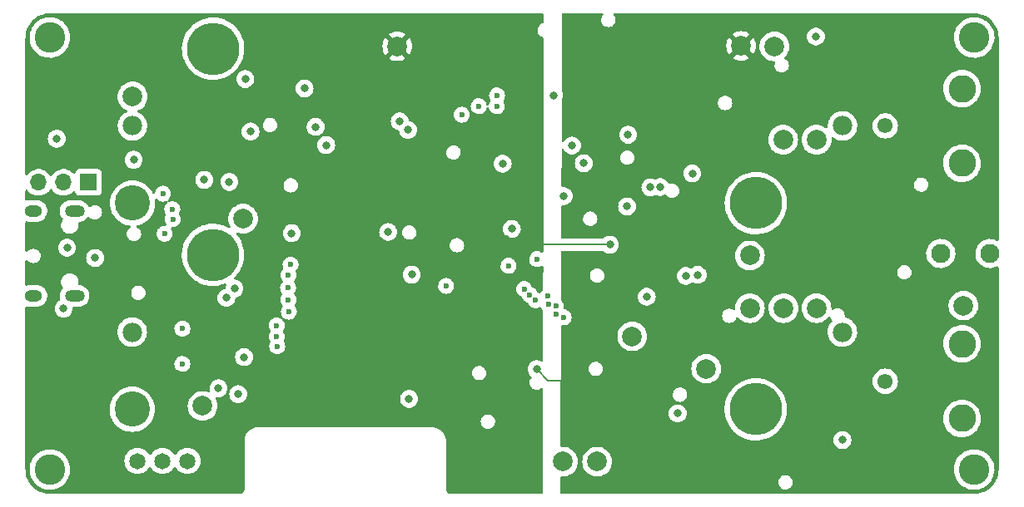
<source format=gbr>
%TF.GenerationSoftware,KiCad,Pcbnew,(6.0.4)*%
%TF.CreationDate,2023-03-24T19:38:28+01:00*%
%TF.ProjectId,test,74657374-2e6b-4696-9361-645f70636258,rev?*%
%TF.SameCoordinates,Original*%
%TF.FileFunction,Copper,L3,Inr*%
%TF.FilePolarity,Positive*%
%FSLAX46Y46*%
G04 Gerber Fmt 4.6, Leading zero omitted, Abs format (unit mm)*
G04 Created by KiCad (PCBNEW (6.0.4)) date 2023-03-24 19:38:28*
%MOMM*%
%LPD*%
G01*
G04 APERTURE LIST*
%TA.AperFunction,ComponentPad*%
%ADD10C,2.000000*%
%TD*%
%TA.AperFunction,ComponentPad*%
%ADD11C,1.650000*%
%TD*%
%TA.AperFunction,ComponentPad*%
%ADD12O,2.000000X1.200000*%
%TD*%
%TA.AperFunction,ComponentPad*%
%ADD13O,1.800000X1.200000*%
%TD*%
%TA.AperFunction,ComponentPad*%
%ADD14C,3.100000*%
%TD*%
%TA.AperFunction,ComponentPad*%
%ADD15R,1.700000X1.700000*%
%TD*%
%TA.AperFunction,ComponentPad*%
%ADD16O,1.700000X1.700000*%
%TD*%
%TA.AperFunction,ComponentPad*%
%ADD17C,2.800000*%
%TD*%
%TA.AperFunction,ComponentPad*%
%ADD18C,1.550000*%
%TD*%
%TA.AperFunction,ComponentPad*%
%ADD19C,1.980000*%
%TD*%
%TA.AperFunction,ComponentPad*%
%ADD20C,5.325000*%
%TD*%
%TA.AperFunction,ComponentPad*%
%ADD21C,3.585000*%
%TD*%
%TA.AperFunction,ComponentPad*%
%ADD22C,1.950000*%
%TD*%
%TA.AperFunction,ViaPad*%
%ADD23C,0.800000*%
%TD*%
%TA.AperFunction,ViaPad*%
%ADD24C,0.600000*%
%TD*%
%TA.AperFunction,Conductor*%
%ADD25C,0.200000*%
%TD*%
G04 APERTURE END LIST*
D10*
%TO.N,SCLK_SPI*%
%TO.C,TP15*%
X62225000Y-33425000D03*
%TD*%
%TO.N,/Power Supply/VBat+*%
%TO.C,TP1*%
X11400000Y-9000000D03*
%TD*%
D11*
%TO.N,Net-(C15-Pad1)*%
%TO.C,SW3*%
X16990000Y-46125000D03*
%TO.N,/Power Supply/VBat+*%
X14450000Y-46125000D03*
%TO.N,unconnected-(SW3-Pad3)*%
X11910000Y-46125000D03*
%TD*%
D10*
%TO.N,+3V3*%
%TO.C,TP2*%
X38330000Y-3880000D03*
%TD*%
D12*
%TO.N,GND*%
%TO.C,U1*%
X5515748Y-20673863D03*
X5515748Y-29324105D03*
D13*
X1315850Y-29324105D03*
X1315850Y-20673863D03*
%TD*%
D10*
%TO.N,Offset_CH2*%
%TO.C,TP10*%
X74200000Y-30570000D03*
%TD*%
%TO.N,Net-(IC6-Pad2)*%
%TO.C,TP5*%
X80975000Y-13400000D03*
%TD*%
D14*
%TO.N,N/C*%
%TO.C,H4*%
X97000000Y-47000000D03*
%TD*%
D10*
%TO.N,Analog_Out_CH1*%
%TO.C,TP7*%
X77575000Y-13400000D03*
%TD*%
%TO.N,SDA*%
%TO.C,TP13*%
X55175000Y-46200000D03*
%TD*%
D14*
%TO.N,N/C*%
%TO.C,H1*%
X3000000Y-3000000D03*
%TD*%
D10*
%TO.N,SCL_I2C*%
%TO.C,TP12*%
X58650000Y-46200000D03*
%TD*%
D14*
%TO.N,N/C*%
%TO.C,H2*%
X97000000Y-3000000D03*
%TD*%
D10*
%TO.N,Net-(IC7-Pad2)*%
%TO.C,TP6*%
X80970000Y-30560000D03*
%TD*%
%TO.N,Analog_Out_CH2*%
%TO.C,TP8*%
X77610000Y-30570000D03*
%TD*%
%TO.N,Net-(C32-Pad1)*%
%TO.C,TP11*%
X74200000Y-25200000D03*
%TD*%
%TO.N,RX*%
%TO.C,TP17*%
X22650000Y-21450000D03*
%TD*%
%TO.N,TX*%
%TO.C,TP16*%
X18525000Y-40525000D03*
%TD*%
%TO.N,Offset_CH1*%
%TO.C,TP9*%
X76680000Y-3890000D03*
%TD*%
%TO.N,+3.3VA*%
%TO.C,TP3*%
X73300000Y-3850000D03*
%TD*%
D14*
%TO.N,N/C*%
%TO.C,H3*%
X3000000Y-47000000D03*
%TD*%
D10*
%TO.N,GNDREF*%
%TO.C,TP4*%
X95900000Y-30300000D03*
%TD*%
%TO.N,MOSI*%
%TO.C,TP14*%
X69750000Y-36725000D03*
%TD*%
D15*
%TO.N,Net-(C17-Pad1)*%
%TO.C,JP1*%
X6925000Y-17750000D03*
D16*
%TO.N,Net-(C19-Pad1)*%
X4385000Y-17750000D03*
%TO.N,+5V*%
X1845000Y-17750000D03*
%TD*%
D17*
%TO.N,GNDREF*%
%TO.C,J3*%
X95762500Y-8200000D03*
X95762500Y-15800000D03*
D18*
%TO.N,Net-(C24-Pad2)*%
X87962500Y-12000000D03*
%TD*%
D17*
%TO.N,GNDREF*%
%TO.C,J4*%
X95762500Y-34200000D03*
X95762500Y-41800000D03*
D18*
%TO.N,Net-(C25-Pad2)*%
X87962500Y-38000000D03*
%TD*%
D19*
%TO.N,/Power Supply/VBat+*%
%TO.C,U5*%
X11380000Y-33000000D03*
%TO.N,GND*%
X83600000Y-33000000D03*
D20*
%TO.N,unconnected-(U5-PadMH1)*%
X74780000Y-40870000D03*
D21*
%TO.N,unconnected-(U5-PadMH2)*%
X11380000Y-40870000D03*
D20*
%TO.N,unconnected-(U5-PadMH3)*%
X19580000Y-25130000D03*
%TD*%
D19*
%TO.N,/Power Supply/VBat+*%
%TO.C,U4*%
X11400000Y-12000000D03*
%TO.N,GND*%
X83620000Y-12000000D03*
D20*
%TO.N,unconnected-(U4-PadMH1)*%
X74800000Y-19870000D03*
D21*
%TO.N,unconnected-(U4-PadMH2)*%
X11400000Y-19870000D03*
D20*
%TO.N,unconnected-(U4-PadMH3)*%
X19600000Y-4130000D03*
%TD*%
D22*
%TO.N,/USB and GPIO Expander/Status_PWM*%
%TO.C,J1*%
X93607000Y-25000000D03*
%TO.N,unconnected-(J1-Pad2)*%
X98607000Y-25000000D03*
%TD*%
D23*
%TO.N,GND*%
X18700000Y-17500000D03*
X21250000Y-17700000D03*
%TO.N,+3V3*%
X44950000Y-23250000D03*
X29230000Y-5880000D03*
X59950000Y-24100000D03*
X21200000Y-13050000D03*
X17500000Y-8250000D03*
X48225000Y-37125000D03*
X42275000Y-8300000D03*
X52550000Y-16075000D03*
X52100000Y-8500000D03*
D24*
%TO.N,RX*%
X15450000Y-20475000D03*
D23*
X21772875Y-28572875D03*
%TO.N,+3.3VA*%
X70200000Y-27200000D03*
X90175000Y-18025000D03*
X58000000Y-22650000D03*
X91625000Y-27050000D03*
X74200000Y-36900000D03*
X62585000Y-37585000D03*
X52500000Y-36775000D03*
X74300000Y-10800000D03*
X64200000Y-5750000D03*
X65500000Y-13200000D03*
D24*
%TO.N,GNDREF*%
X52550000Y-25575000D03*
%TO.N,/CH1_D0*%
X55250000Y-31500000D03*
X26125000Y-34450000D03*
%TO.N,/CH1_D1*%
X54523200Y-31166883D03*
X26075000Y-33450000D03*
%TO.N,/CH1_D2*%
X26075000Y-32325000D03*
X54457513Y-30370084D03*
%TO.N,/CH1_D3*%
X53688796Y-30150360D03*
X27302832Y-30922168D03*
D23*
%TO.N,CS_Gain_CH2*%
X61700000Y-20200000D03*
X63700000Y-29400000D03*
D24*
%TO.N,/CH1_D4*%
X27250000Y-29700000D03*
X53645667Y-29345667D03*
%TO.N,/CH1_D5*%
X27225000Y-28500000D03*
X52385479Y-29750815D03*
%TO.N,/CH1_D6*%
X51815334Y-29190334D03*
X27250000Y-27200000D03*
%TO.N,/CH1_D7*%
X27475000Y-26125000D03*
X51250000Y-28625000D03*
%TO.N,/I2S_CLK*%
X49650000Y-26250000D03*
X43300000Y-28300000D03*
D23*
%TO.N,CH2_AC_Sel*%
X83600000Y-44000000D03*
X57294622Y-15805378D03*
%TO.N,CH1_AC_Sel*%
X80900000Y-2900000D03*
X61800000Y-12900000D03*
%TO.N,Trigger_CH2*%
X68875000Y-27175000D03*
X37400000Y-22800000D03*
%TO.N,Trigger_CH1*%
X68339500Y-16850000D03*
X27600500Y-22925000D03*
%TO.N,Net-(C32-Pad1)*%
X67675000Y-27275000D03*
X66850000Y-41275000D03*
%TO.N,SCL_I2C*%
X38575000Y-11525000D03*
D24*
X48450000Y-10000000D03*
D23*
X22150000Y-39325000D03*
D24*
X46612511Y-10000000D03*
D23*
%TO.N,SDA*%
X22749500Y-35550000D03*
X39425000Y-12400000D03*
D24*
X48475000Y-8900000D03*
X44886411Y-10861411D03*
D23*
%TO.N,Analog_Out_CH1*%
X55250000Y-19150000D03*
X65074177Y-18224500D03*
D24*
%TO.N,TX*%
X15500000Y-21500000D03*
D23*
X20950000Y-29500000D03*
%TO.N,Analog_Out_CH2*%
X49975000Y-22500000D03*
X64075000Y-18250000D03*
%TO.N,Net-(C17-Pad1)*%
X30025000Y-12100498D03*
X11525000Y-15450000D03*
X23404306Y-12570694D03*
%TO.N,Net-(C15-Pad1)*%
X31100000Y-13950500D03*
%TO.N,Net-(IC1-Pad6)*%
X4750000Y-24400000D03*
X7600000Y-25448547D03*
%TO.N,ENABLE*%
X20150000Y-38725000D03*
X39525000Y-39800000D03*
%TO.N,Net-(C19-Pad1)*%
X28900000Y-8175000D03*
X54250000Y-8875000D03*
X22875872Y-7225872D03*
%TO.N,IO0*%
X4400000Y-30600000D03*
X3700000Y-13300000D03*
%TO.N,Offset_CH1*%
X49050000Y-15850000D03*
%TO.N,Offset_CH2*%
X39800000Y-27150000D03*
%TO.N,/USB and GPIO Expander/Status_PWM*%
X56100000Y-14000000D03*
D24*
%TO.N,/USB and GPIO Expander/RTS*%
X14500000Y-18900000D03*
X16475000Y-36250000D03*
%TO.N,/USB and GPIO Expander/DTR*%
X16475000Y-32650000D03*
X14675000Y-22975000D03*
%TD*%
D25*
%TO.N,+3V3*%
X49450000Y-23250000D02*
X44950000Y-23250000D01*
X50300000Y-24100000D02*
X49450000Y-23250000D01*
X59950000Y-24100000D02*
X50300000Y-24100000D01*
%TO.N,+3.3VA*%
X52500000Y-36775000D02*
X53665000Y-37940000D01*
X53665000Y-37940000D02*
X62230000Y-37940000D01*
X62230000Y-37940000D02*
X62585000Y-37585000D01*
%TD*%
%TA.AperFunction,Conductor*%
%TO.N,+3.3VA*%
G36*
X59224230Y-528502D02*
G01*
X59270723Y-582158D01*
X59280827Y-652432D01*
X59251333Y-717012D01*
X59244270Y-724520D01*
X59231880Y-736653D01*
X59143345Y-874034D01*
X59140936Y-880654D01*
X59140935Y-880655D01*
X59119058Y-940761D01*
X59087446Y-1027615D01*
X59066961Y-1189764D01*
X59082910Y-1352422D01*
X59085134Y-1359107D01*
X59085134Y-1359108D01*
X59108705Y-1429964D01*
X59134499Y-1507505D01*
X59219165Y-1647304D01*
X59224056Y-1652369D01*
X59224057Y-1652370D01*
X59258732Y-1688277D01*
X59332698Y-1764871D01*
X59338590Y-1768726D01*
X59338594Y-1768730D01*
X59422553Y-1823671D01*
X59469457Y-1854364D01*
X59505132Y-1867631D01*
X59616048Y-1908880D01*
X59616051Y-1908881D01*
X59622645Y-1911333D01*
X59629622Y-1912264D01*
X59777666Y-1932018D01*
X59777670Y-1932018D01*
X59784647Y-1932949D01*
X59791658Y-1932311D01*
X59791662Y-1932311D01*
X59940391Y-1918775D01*
X59947412Y-1918136D01*
X59954114Y-1915958D01*
X59954116Y-1915958D01*
X60096152Y-1869808D01*
X60096155Y-1869807D01*
X60102851Y-1867631D01*
X60131575Y-1850508D01*
X60237186Y-1787552D01*
X60237188Y-1787551D01*
X60243238Y-1783944D01*
X60361595Y-1671234D01*
X60452040Y-1535103D01*
X60467959Y-1493196D01*
X60507578Y-1388900D01*
X60507579Y-1388895D01*
X60510078Y-1382317D01*
X60514082Y-1353829D01*
X60532273Y-1224393D01*
X60532273Y-1224388D01*
X60532824Y-1220470D01*
X60533110Y-1200000D01*
X60516449Y-1051459D01*
X60515677Y-1044577D01*
X60515676Y-1044575D01*
X60514892Y-1037581D01*
X60461142Y-883234D01*
X60403357Y-790757D01*
X60378266Y-750602D01*
X60378264Y-750600D01*
X60374534Y-744630D01*
X60366613Y-736653D01*
X60361719Y-731725D01*
X60353337Y-723284D01*
X60319529Y-660855D01*
X60324840Y-590057D01*
X60367584Y-533370D01*
X60434191Y-508791D01*
X60442742Y-508500D01*
X96950633Y-508500D01*
X96970018Y-510000D01*
X96984851Y-512310D01*
X96984855Y-512310D01*
X96993724Y-513691D01*
X97010923Y-511442D01*
X97034863Y-510609D01*
X97292710Y-526206D01*
X97307814Y-528040D01*
X97336900Y-533370D01*
X97588760Y-579525D01*
X97603526Y-583164D01*
X97876231Y-668142D01*
X97890445Y-673534D01*
X98061685Y-750602D01*
X98150906Y-790757D01*
X98164379Y-797828D01*
X98408813Y-945595D01*
X98421334Y-954238D01*
X98646171Y-1130385D01*
X98657560Y-1140475D01*
X98859525Y-1342440D01*
X98869615Y-1353829D01*
X99045762Y-1578666D01*
X99054405Y-1591187D01*
X99202172Y-1835621D01*
X99209242Y-1849092D01*
X99326466Y-2109555D01*
X99331858Y-2123769D01*
X99410837Y-2377223D01*
X99416836Y-2396473D01*
X99420475Y-2411240D01*
X99444047Y-2539865D01*
X99471960Y-2692186D01*
X99473794Y-2707290D01*
X99488953Y-2957904D01*
X99487692Y-2984716D01*
X99487690Y-2984852D01*
X99486309Y-2993724D01*
X99487473Y-3002626D01*
X99487473Y-3002628D01*
X99490436Y-3025283D01*
X99491500Y-3041621D01*
X99491500Y-23580172D01*
X99471498Y-23648293D01*
X99417842Y-23694786D01*
X99347568Y-23704890D01*
X99304607Y-23690481D01*
X99221732Y-23644732D01*
X99217205Y-23642233D01*
X99212336Y-23640509D01*
X99212332Y-23640507D01*
X98992127Y-23562528D01*
X98992123Y-23562527D01*
X98987252Y-23560802D01*
X98982159Y-23559895D01*
X98982156Y-23559894D01*
X98752177Y-23518928D01*
X98752171Y-23518927D01*
X98747088Y-23518022D01*
X98667380Y-23517048D01*
X98508332Y-23515105D01*
X98508330Y-23515105D01*
X98503162Y-23515042D01*
X98262024Y-23551941D01*
X98030150Y-23627729D01*
X98025558Y-23630119D01*
X98025559Y-23630119D01*
X97836679Y-23728444D01*
X97813769Y-23740370D01*
X97809636Y-23743473D01*
X97809633Y-23743475D01*
X97622825Y-23883735D01*
X97618690Y-23886840D01*
X97450153Y-24063204D01*
X97447239Y-24067476D01*
X97447238Y-24067477D01*
X97353699Y-24204600D01*
X97312684Y-24264726D01*
X97295705Y-24301305D01*
X97214020Y-24477279D01*
X97209974Y-24485995D01*
X97144783Y-24721067D01*
X97118860Y-24963631D01*
X97119157Y-24968783D01*
X97119157Y-24968787D01*
X97130558Y-25166499D01*
X97132903Y-25207171D01*
X97134040Y-25212217D01*
X97134041Y-25212223D01*
X97157107Y-25314575D01*
X97186533Y-25445147D01*
X97188475Y-25449929D01*
X97188476Y-25449933D01*
X97274905Y-25662782D01*
X97278311Y-25671169D01*
X97405772Y-25879166D01*
X97565492Y-26063553D01*
X97753183Y-26219377D01*
X97963804Y-26342453D01*
X98191698Y-26429478D01*
X98196764Y-26430509D01*
X98196765Y-26430509D01*
X98425667Y-26477080D01*
X98425671Y-26477080D01*
X98430746Y-26478113D01*
X98435922Y-26478303D01*
X98435924Y-26478303D01*
X98669363Y-26486863D01*
X98669367Y-26486863D01*
X98674527Y-26487052D01*
X98679647Y-26486396D01*
X98679649Y-26486396D01*
X98756377Y-26476567D01*
X98916494Y-26456055D01*
X98921443Y-26454570D01*
X98921449Y-26454569D01*
X99121337Y-26394599D01*
X99150150Y-26385955D01*
X99310067Y-26307612D01*
X99380042Y-26295605D01*
X99445399Y-26323335D01*
X99485389Y-26381998D01*
X99491500Y-26420763D01*
X99491500Y-46950633D01*
X99490000Y-46970018D01*
X99487690Y-46984851D01*
X99487690Y-46984855D01*
X99486309Y-46993724D01*
X99488558Y-47010919D01*
X99489391Y-47034863D01*
X99473794Y-47292710D01*
X99471960Y-47307814D01*
X99420934Y-47586261D01*
X99420477Y-47588754D01*
X99416836Y-47603526D01*
X99336077Y-47862692D01*
X99331859Y-47876227D01*
X99326466Y-47890445D01*
X99231340Y-48101809D01*
X99209243Y-48150906D01*
X99202172Y-48164379D01*
X99054405Y-48408813D01*
X99045762Y-48421334D01*
X98958013Y-48533338D01*
X98873687Y-48640974D01*
X98869615Y-48646171D01*
X98859525Y-48657560D01*
X98657560Y-48859525D01*
X98646171Y-48869615D01*
X98421334Y-49045762D01*
X98408813Y-49054405D01*
X98164379Y-49202172D01*
X98150908Y-49209242D01*
X97890445Y-49326466D01*
X97876231Y-49331858D01*
X97603527Y-49416836D01*
X97588760Y-49420475D01*
X97379786Y-49458771D01*
X97307814Y-49471960D01*
X97292710Y-49473794D01*
X97042096Y-49488953D01*
X97015284Y-49487692D01*
X97015148Y-49487690D01*
X97006276Y-49486309D01*
X96997374Y-49487473D01*
X96997372Y-49487473D01*
X96982323Y-49489441D01*
X96974714Y-49490436D01*
X96958379Y-49491500D01*
X55028739Y-49491500D01*
X54960618Y-49471498D01*
X54914125Y-49417842D01*
X54902740Y-49364996D01*
X54907041Y-48289764D01*
X77066961Y-48289764D01*
X77082910Y-48452422D01*
X77085134Y-48459107D01*
X77085134Y-48459108D01*
X77095149Y-48489215D01*
X77134499Y-48607505D01*
X77138148Y-48613530D01*
X77194468Y-48706524D01*
X77219165Y-48747304D01*
X77332698Y-48864871D01*
X77338590Y-48868726D01*
X77338594Y-48868730D01*
X77422553Y-48923671D01*
X77469457Y-48954364D01*
X77505132Y-48967631D01*
X77616048Y-49008880D01*
X77616051Y-49008881D01*
X77622645Y-49011333D01*
X77629622Y-49012264D01*
X77777666Y-49032018D01*
X77777670Y-49032018D01*
X77784647Y-49032949D01*
X77791658Y-49032311D01*
X77791662Y-49032311D01*
X77940391Y-49018775D01*
X77947412Y-49018136D01*
X77954114Y-49015958D01*
X77954116Y-49015958D01*
X78096152Y-48969808D01*
X78096155Y-48969807D01*
X78102851Y-48967631D01*
X78125107Y-48954364D01*
X78237186Y-48887552D01*
X78237188Y-48887551D01*
X78243238Y-48883944D01*
X78361595Y-48771234D01*
X78452040Y-48635103D01*
X78491867Y-48530259D01*
X78507578Y-48488900D01*
X78507579Y-48488895D01*
X78510078Y-48482317D01*
X78513340Y-48459108D01*
X78532273Y-48324393D01*
X78532273Y-48324388D01*
X78532824Y-48320470D01*
X78533110Y-48300000D01*
X78517898Y-48164379D01*
X78515677Y-48144577D01*
X78515676Y-48144575D01*
X78514892Y-48137581D01*
X78461142Y-47983234D01*
X78374534Y-47844630D01*
X78369572Y-47839633D01*
X78264333Y-47733657D01*
X78264329Y-47733654D01*
X78259370Y-47728660D01*
X78243536Y-47718611D01*
X78203778Y-47693380D01*
X78121374Y-47641085D01*
X78096835Y-47632347D01*
X77974041Y-47588622D01*
X77974036Y-47588621D01*
X77967406Y-47586260D01*
X77960418Y-47585427D01*
X77960415Y-47585426D01*
X77849476Y-47572197D01*
X77805118Y-47566908D01*
X77798115Y-47567644D01*
X77798114Y-47567644D01*
X77649575Y-47583256D01*
X77649573Y-47583257D01*
X77642575Y-47583992D01*
X77585191Y-47603527D01*
X77494527Y-47634391D01*
X77494524Y-47634392D01*
X77487857Y-47636662D01*
X77348652Y-47722301D01*
X77337056Y-47733657D01*
X77240692Y-47828024D01*
X77231880Y-47836653D01*
X77143345Y-47974034D01*
X77140936Y-47980654D01*
X77140935Y-47980655D01*
X77126727Y-48019692D01*
X77087446Y-48127615D01*
X77066961Y-48289764D01*
X54907041Y-48289764D01*
X54908888Y-47828024D01*
X54929162Y-47759984D01*
X54983004Y-47713706D01*
X55044773Y-47702916D01*
X55170070Y-47712777D01*
X55175000Y-47713165D01*
X55411711Y-47694535D01*
X55416518Y-47693381D01*
X55416524Y-47693380D01*
X55562391Y-47658360D01*
X55642594Y-47639105D01*
X55653975Y-47634391D01*
X55857389Y-47550135D01*
X55857393Y-47550133D01*
X55861963Y-47548240D01*
X55885161Y-47534024D01*
X56060202Y-47426759D01*
X56060208Y-47426755D01*
X56064416Y-47424176D01*
X56244969Y-47269969D01*
X56399176Y-47089416D01*
X56401755Y-47085208D01*
X56401759Y-47085202D01*
X56520654Y-46891183D01*
X56523240Y-46886963D01*
X56592408Y-46719977D01*
X56612211Y-46672167D01*
X56612212Y-46672165D01*
X56614105Y-46667594D01*
X56669535Y-46436711D01*
X56688165Y-46200000D01*
X57136835Y-46200000D01*
X57155465Y-46436711D01*
X57210895Y-46667594D01*
X57212788Y-46672165D01*
X57212789Y-46672167D01*
X57232593Y-46719977D01*
X57301760Y-46886963D01*
X57304346Y-46891183D01*
X57423241Y-47085202D01*
X57423245Y-47085208D01*
X57425824Y-47089416D01*
X57580031Y-47269969D01*
X57760584Y-47424176D01*
X57764792Y-47426755D01*
X57764798Y-47426759D01*
X57939839Y-47534024D01*
X57963037Y-47548240D01*
X57967607Y-47550133D01*
X57967611Y-47550135D01*
X58171025Y-47634391D01*
X58182406Y-47639105D01*
X58262609Y-47658360D01*
X58408476Y-47693380D01*
X58408482Y-47693381D01*
X58413289Y-47694535D01*
X58650000Y-47713165D01*
X58886711Y-47694535D01*
X58891518Y-47693381D01*
X58891524Y-47693380D01*
X59037391Y-47658360D01*
X59117594Y-47639105D01*
X59128975Y-47634391D01*
X59332389Y-47550135D01*
X59332393Y-47550133D01*
X59336963Y-47548240D01*
X59360161Y-47534024D01*
X59535202Y-47426759D01*
X59535208Y-47426755D01*
X59539416Y-47424176D01*
X59719969Y-47269969D01*
X59874176Y-47089416D01*
X59876755Y-47085208D01*
X59876759Y-47085202D01*
X59942212Y-46978393D01*
X94936803Y-46978393D01*
X94952960Y-47258601D01*
X94953785Y-47262806D01*
X94953786Y-47262814D01*
X94961144Y-47300317D01*
X95006996Y-47534024D01*
X95008383Y-47538074D01*
X95008384Y-47538079D01*
X95084359Y-47759984D01*
X95097911Y-47799565D01*
X95224022Y-48050310D01*
X95226448Y-48053839D01*
X95226451Y-48053845D01*
X95288810Y-48144577D01*
X95382997Y-48281620D01*
X95385884Y-48284793D01*
X95385885Y-48284794D01*
X95418348Y-48320470D01*
X95571894Y-48489215D01*
X95575183Y-48491965D01*
X95783925Y-48666501D01*
X95783930Y-48666505D01*
X95787217Y-48669253D01*
X95842424Y-48703884D01*
X96021341Y-48816119D01*
X96021345Y-48816121D01*
X96024981Y-48818402D01*
X96280788Y-48933903D01*
X96284907Y-48935123D01*
X96545790Y-49012401D01*
X96545795Y-49012402D01*
X96549903Y-49013619D01*
X96554137Y-49014267D01*
X96554142Y-49014268D01*
X96759958Y-49045762D01*
X96827347Y-49056074D01*
X96970292Y-49058319D01*
X97103694Y-49060415D01*
X97103700Y-49060415D01*
X97107985Y-49060482D01*
X97386626Y-49026763D01*
X97658112Y-48955540D01*
X97662072Y-48953900D01*
X97662077Y-48953898D01*
X97865553Y-48869615D01*
X97917420Y-48848131D01*
X97968296Y-48818402D01*
X98156054Y-48708685D01*
X98156055Y-48708685D01*
X98159752Y-48706524D01*
X98250839Y-48635103D01*
X98377252Y-48535982D01*
X98380624Y-48533338D01*
X98423688Y-48488900D01*
X98572965Y-48334857D01*
X98575948Y-48331779D01*
X98578481Y-48328331D01*
X98578485Y-48328326D01*
X98739572Y-48109032D01*
X98742110Y-48105577D01*
X98876036Y-47858916D01*
X98938004Y-47694923D01*
X98973729Y-47600380D01*
X98973730Y-47600376D01*
X98975247Y-47596362D01*
X99037907Y-47322773D01*
X99042334Y-47273177D01*
X99062637Y-47045677D01*
X99062637Y-47045675D01*
X99062857Y-47043211D01*
X99063283Y-47002625D01*
X99063284Y-47002484D01*
X99063284Y-47002483D01*
X99063310Y-47000000D01*
X99060821Y-46963487D01*
X99044512Y-46724254D01*
X99044511Y-46724248D01*
X99044220Y-46719977D01*
X99038923Y-46694396D01*
X98988172Y-46449332D01*
X98987303Y-46445135D01*
X98893612Y-46180561D01*
X98883401Y-46160776D01*
X98766847Y-45934957D01*
X98766847Y-45934956D01*
X98764882Y-45931150D01*
X98754595Y-45916512D01*
X98605956Y-45705022D01*
X98603493Y-45701517D01*
X98412433Y-45495912D01*
X98195237Y-45318139D01*
X97955923Y-45171487D01*
X97933348Y-45161577D01*
X97702853Y-45060397D01*
X97698921Y-45058671D01*
X97679519Y-45053144D01*
X97433114Y-44982954D01*
X97433115Y-44982954D01*
X97428986Y-44981778D01*
X97223217Y-44952493D01*
X97155365Y-44942836D01*
X97155363Y-44942836D01*
X97151113Y-44942231D01*
X97146824Y-44942209D01*
X97146817Y-44942208D01*
X96874730Y-44940783D01*
X96874723Y-44940783D01*
X96870444Y-44940761D01*
X96866199Y-44941320D01*
X96866197Y-44941320D01*
X96802813Y-44949665D01*
X96592172Y-44977397D01*
X96321446Y-45051459D01*
X96063277Y-45161577D01*
X95917721Y-45248691D01*
X95826123Y-45303511D01*
X95826119Y-45303514D01*
X95822441Y-45305715D01*
X95603395Y-45481204D01*
X95600451Y-45484306D01*
X95600447Y-45484310D01*
X95413142Y-45681688D01*
X95410192Y-45684797D01*
X95246408Y-45912727D01*
X95115073Y-46160776D01*
X95113601Y-46164799D01*
X95113599Y-46164803D01*
X95106354Y-46184602D01*
X95018616Y-46424355D01*
X95017703Y-46428541D01*
X95017703Y-46428542D01*
X95014873Y-46441524D01*
X94958825Y-46698585D01*
X94936803Y-46978393D01*
X59942212Y-46978393D01*
X59995654Y-46891183D01*
X59998240Y-46886963D01*
X60067408Y-46719977D01*
X60087211Y-46672167D01*
X60087212Y-46672165D01*
X60089105Y-46667594D01*
X60144535Y-46436711D01*
X60163165Y-46200000D01*
X60144535Y-45963289D01*
X60137734Y-45934957D01*
X60090260Y-45737218D01*
X60089105Y-45732406D01*
X60077762Y-45705022D01*
X60000135Y-45517611D01*
X60000133Y-45517607D01*
X59998240Y-45513037D01*
X59977092Y-45478527D01*
X59876759Y-45314798D01*
X59876755Y-45314792D01*
X59874176Y-45310584D01*
X59719969Y-45130031D01*
X59539416Y-44975824D01*
X59535208Y-44973245D01*
X59535202Y-44973241D01*
X59341183Y-44854346D01*
X59336963Y-44851760D01*
X59332393Y-44849867D01*
X59332389Y-44849865D01*
X59122167Y-44762789D01*
X59122165Y-44762788D01*
X59117594Y-44760895D01*
X59037391Y-44741640D01*
X58891524Y-44706620D01*
X58891518Y-44706619D01*
X58886711Y-44705465D01*
X58650000Y-44686835D01*
X58413289Y-44705465D01*
X58408482Y-44706619D01*
X58408476Y-44706620D01*
X58262609Y-44741640D01*
X58182406Y-44760895D01*
X58177835Y-44762788D01*
X58177833Y-44762789D01*
X57967611Y-44849865D01*
X57967607Y-44849867D01*
X57963037Y-44851760D01*
X57958817Y-44854346D01*
X57764798Y-44973241D01*
X57764792Y-44973245D01*
X57760584Y-44975824D01*
X57580031Y-45130031D01*
X57425824Y-45310584D01*
X57423245Y-45314792D01*
X57423241Y-45314798D01*
X57322908Y-45478527D01*
X57301760Y-45513037D01*
X57299867Y-45517607D01*
X57299865Y-45517611D01*
X57222238Y-45705022D01*
X57210895Y-45732406D01*
X57209740Y-45737218D01*
X57162267Y-45934957D01*
X57155465Y-45963289D01*
X57136835Y-46200000D01*
X56688165Y-46200000D01*
X56669535Y-45963289D01*
X56662734Y-45934957D01*
X56615260Y-45737218D01*
X56614105Y-45732406D01*
X56602762Y-45705022D01*
X56525135Y-45517611D01*
X56525133Y-45517607D01*
X56523240Y-45513037D01*
X56502092Y-45478527D01*
X56401759Y-45314798D01*
X56401755Y-45314792D01*
X56399176Y-45310584D01*
X56244969Y-45130031D01*
X56064416Y-44975824D01*
X56060208Y-44973245D01*
X56060202Y-44973241D01*
X55866183Y-44854346D01*
X55861963Y-44851760D01*
X55857393Y-44849867D01*
X55857389Y-44849865D01*
X55647167Y-44762789D01*
X55647165Y-44762788D01*
X55642594Y-44760895D01*
X55562391Y-44741640D01*
X55416524Y-44706620D01*
X55416518Y-44706619D01*
X55411711Y-44705465D01*
X55175000Y-44686835D01*
X55057804Y-44696059D01*
X54988325Y-44681463D01*
X54937766Y-44631621D01*
X54921920Y-44569943D01*
X54935100Y-41275000D01*
X65936496Y-41275000D01*
X65956458Y-41464928D01*
X66015473Y-41646556D01*
X66018776Y-41652278D01*
X66018777Y-41652279D01*
X66023141Y-41659838D01*
X66110960Y-41811944D01*
X66115378Y-41816851D01*
X66115379Y-41816852D01*
X66208382Y-41920142D01*
X66238747Y-41953866D01*
X66393248Y-42066118D01*
X66399276Y-42068802D01*
X66399278Y-42068803D01*
X66561681Y-42141109D01*
X66567712Y-42143794D01*
X66661113Y-42163647D01*
X66748056Y-42182128D01*
X66748061Y-42182128D01*
X66754513Y-42183500D01*
X66945487Y-42183500D01*
X66951939Y-42182128D01*
X66951944Y-42182128D01*
X67038887Y-42163647D01*
X67132288Y-42143794D01*
X67138319Y-42141109D01*
X67300722Y-42068803D01*
X67300724Y-42068802D01*
X67306752Y-42066118D01*
X67461253Y-41953866D01*
X67491618Y-41920142D01*
X67584621Y-41816852D01*
X67584622Y-41816851D01*
X67589040Y-41811944D01*
X67676859Y-41659838D01*
X67681223Y-41652279D01*
X67681224Y-41652278D01*
X67684527Y-41646556D01*
X67743542Y-41464928D01*
X67763504Y-41275000D01*
X67753511Y-41179923D01*
X67744232Y-41091635D01*
X67744232Y-41091633D01*
X67743542Y-41085072D01*
X67684527Y-40903444D01*
X67639616Y-40825656D01*
X71604314Y-40825656D01*
X71619162Y-41179923D01*
X71640145Y-41315465D01*
X71672745Y-41526048D01*
X71673407Y-41530327D01*
X71674329Y-41533719D01*
X71674329Y-41533721D01*
X71751255Y-41816852D01*
X71766374Y-41872500D01*
X71767667Y-41875765D01*
X71767668Y-41875769D01*
X71891292Y-42188008D01*
X71896902Y-42202178D01*
X72063367Y-42515252D01*
X72065352Y-42518151D01*
X72261700Y-42804912D01*
X72261705Y-42804918D01*
X72263691Y-42807819D01*
X72495380Y-43076232D01*
X72497950Y-43078612D01*
X72497954Y-43078616D01*
X72593841Y-43167408D01*
X72755544Y-43317147D01*
X72758366Y-43319228D01*
X72758369Y-43319230D01*
X72821029Y-43365427D01*
X73040941Y-43527560D01*
X73348015Y-43704849D01*
X73362669Y-43711251D01*
X73669716Y-43845397D01*
X73669719Y-43845398D01*
X73672937Y-43846804D01*
X73676294Y-43847843D01*
X73676299Y-43847845D01*
X74008297Y-43950615D01*
X74011657Y-43951655D01*
X74359954Y-44018097D01*
X74627058Y-44038649D01*
X74709990Y-44045030D01*
X74709991Y-44045030D01*
X74713487Y-44045299D01*
X74927506Y-44037826D01*
X75064334Y-44033048D01*
X75064339Y-44033048D01*
X75067849Y-44032925D01*
X75290816Y-44000000D01*
X82686496Y-44000000D01*
X82687186Y-44006565D01*
X82689957Y-44032925D01*
X82706458Y-44189928D01*
X82765473Y-44371556D01*
X82860960Y-44536944D01*
X82988747Y-44678866D01*
X83143248Y-44791118D01*
X83149276Y-44793802D01*
X83149278Y-44793803D01*
X83285261Y-44854346D01*
X83317712Y-44868794D01*
X83411113Y-44888647D01*
X83498056Y-44907128D01*
X83498061Y-44907128D01*
X83504513Y-44908500D01*
X83695487Y-44908500D01*
X83701939Y-44907128D01*
X83701944Y-44907128D01*
X83788887Y-44888647D01*
X83882288Y-44868794D01*
X83914739Y-44854346D01*
X84050722Y-44793803D01*
X84050724Y-44793802D01*
X84056752Y-44791118D01*
X84211253Y-44678866D01*
X84339040Y-44536944D01*
X84434527Y-44371556D01*
X84493542Y-44189928D01*
X84510044Y-44032925D01*
X84512814Y-44006565D01*
X84513504Y-44000000D01*
X84508423Y-43951655D01*
X84494232Y-43816635D01*
X84494232Y-43816633D01*
X84493542Y-43810072D01*
X84434527Y-43628444D01*
X84339040Y-43463056D01*
X84282063Y-43399776D01*
X84215675Y-43326045D01*
X84215674Y-43326044D01*
X84211253Y-43321134D01*
X84056752Y-43208882D01*
X84050724Y-43206198D01*
X84050722Y-43206197D01*
X83888319Y-43133891D01*
X83888318Y-43133891D01*
X83882288Y-43131206D01*
X83788888Y-43111353D01*
X83701944Y-43092872D01*
X83701939Y-43092872D01*
X83695487Y-43091500D01*
X83504513Y-43091500D01*
X83498061Y-43092872D01*
X83498056Y-43092872D01*
X83411112Y-43111353D01*
X83317712Y-43131206D01*
X83311682Y-43133891D01*
X83311681Y-43133891D01*
X83149278Y-43206197D01*
X83149276Y-43206198D01*
X83143248Y-43208882D01*
X82988747Y-43321134D01*
X82984326Y-43326044D01*
X82984325Y-43326045D01*
X82917938Y-43399776D01*
X82860960Y-43463056D01*
X82765473Y-43628444D01*
X82706458Y-43810072D01*
X82705768Y-43816633D01*
X82705768Y-43816635D01*
X82691577Y-43951655D01*
X82686496Y-44000000D01*
X75290816Y-44000000D01*
X75415144Y-43981641D01*
X75415149Y-43981640D01*
X75418623Y-43981127D01*
X75422015Y-43980231D01*
X75422019Y-43980230D01*
X75758046Y-43891448D01*
X75758047Y-43891448D01*
X75761437Y-43890552D01*
X76092018Y-43762328D01*
X76406246Y-43598053D01*
X76605065Y-43463948D01*
X76697288Y-43401743D01*
X76697290Y-43401742D01*
X76700204Y-43399776D01*
X76737862Y-43367727D01*
X76967556Y-43172242D01*
X76967557Y-43172241D01*
X76970229Y-43169967D01*
X77060750Y-43073572D01*
X77210543Y-42914059D01*
X77210547Y-42914054D01*
X77212954Y-42911491D01*
X77215059Y-42908677D01*
X77215065Y-42908670D01*
X77423246Y-42630388D01*
X77425355Y-42627569D01*
X77604783Y-42321741D01*
X77662414Y-42192301D01*
X77720322Y-42062237D01*
X77749003Y-41997818D01*
X77790777Y-41866130D01*
X77830820Y-41739899D01*
X93850069Y-41739899D01*
X93860680Y-42009963D01*
X93861480Y-42014343D01*
X93896353Y-42205288D01*
X93909237Y-42275837D01*
X93994772Y-42532217D01*
X94115578Y-42773987D01*
X94118107Y-42777646D01*
X94222063Y-42928058D01*
X94269244Y-42996324D01*
X94378680Y-43114711D01*
X94431862Y-43172242D01*
X94452705Y-43194790D01*
X94662299Y-43365427D01*
X94666117Y-43367726D01*
X94666119Y-43367727D01*
X94816308Y-43458148D01*
X94893846Y-43504830D01*
X94897941Y-43506564D01*
X94897943Y-43506565D01*
X95138624Y-43608480D01*
X95138631Y-43608482D01*
X95142725Y-43610216D01*
X95189888Y-43622721D01*
X95399672Y-43678345D01*
X95399677Y-43678346D01*
X95403969Y-43679484D01*
X95408378Y-43680006D01*
X95408384Y-43680007D01*
X95557710Y-43697680D01*
X95672368Y-43711251D01*
X95942564Y-43704883D01*
X95946959Y-43704151D01*
X95946964Y-43704151D01*
X96204767Y-43661241D01*
X96204771Y-43661240D01*
X96209169Y-43660508D01*
X96377459Y-43607285D01*
X96462614Y-43580354D01*
X96462616Y-43580353D01*
X96466860Y-43579011D01*
X96470871Y-43577085D01*
X96470876Y-43577083D01*
X96706479Y-43463948D01*
X96706480Y-43463947D01*
X96710498Y-43462018D01*
X96859268Y-43362613D01*
X96931513Y-43314341D01*
X96931517Y-43314338D01*
X96935221Y-43311863D01*
X96938538Y-43308892D01*
X96938542Y-43308889D01*
X97133229Y-43134512D01*
X97136545Y-43131542D01*
X97310453Y-42924654D01*
X97320422Y-42908670D01*
X97451114Y-42699111D01*
X97451115Y-42699109D01*
X97453475Y-42695325D01*
X97562758Y-42448133D01*
X97636120Y-42188008D01*
X97659446Y-42014343D01*
X97671672Y-41923324D01*
X97671673Y-41923316D01*
X97672099Y-41920142D01*
X97673494Y-41875769D01*
X97675774Y-41803222D01*
X97675774Y-41803217D01*
X97675875Y-41800000D01*
X97656787Y-41530403D01*
X97599902Y-41266185D01*
X97580301Y-41213053D01*
X97507897Y-41016796D01*
X97506356Y-41012619D01*
X97476073Y-40956495D01*
X97380129Y-40778678D01*
X97380129Y-40778677D01*
X97378016Y-40774762D01*
X97217442Y-40557362D01*
X97180159Y-40519488D01*
X97030969Y-40367937D01*
X97027838Y-40364756D01*
X96951056Y-40306158D01*
X96816528Y-40203489D01*
X96816524Y-40203487D01*
X96812987Y-40200787D01*
X96577175Y-40068727D01*
X96325109Y-39971210D01*
X96320784Y-39970207D01*
X96320779Y-39970206D01*
X96211182Y-39944803D01*
X96061818Y-39910182D01*
X95792554Y-39886861D01*
X95788119Y-39887105D01*
X95788115Y-39887105D01*
X95527134Y-39901468D01*
X95527127Y-39901469D01*
X95522691Y-39901713D01*
X95391122Y-39927883D01*
X95261984Y-39953570D01*
X95261979Y-39953571D01*
X95257612Y-39954440D01*
X95253409Y-39955916D01*
X95006815Y-40042513D01*
X95006812Y-40042514D01*
X95002607Y-40043991D01*
X94998654Y-40046044D01*
X94998648Y-40046047D01*
X94887518Y-40103775D01*
X94762764Y-40168580D01*
X94759149Y-40171163D01*
X94759143Y-40171167D01*
X94546490Y-40323131D01*
X94546486Y-40323134D01*
X94542869Y-40325719D01*
X94539649Y-40328791D01*
X94377072Y-40483882D01*
X94347308Y-40512275D01*
X94179985Y-40724524D01*
X94177753Y-40728366D01*
X94177750Y-40728371D01*
X94046474Y-40954377D01*
X94046471Y-40954384D01*
X94044236Y-40958231D01*
X94042562Y-40962364D01*
X93955867Y-41176406D01*
X93942772Y-41208735D01*
X93941701Y-41213048D01*
X93941699Y-41213053D01*
X93917988Y-41308509D01*
X93877616Y-41471035D01*
X93877162Y-41475463D01*
X93877162Y-41475465D01*
X93859633Y-41646556D01*
X93850069Y-41739899D01*
X77830820Y-41739899D01*
X77855152Y-41663193D01*
X77855153Y-41663189D01*
X77856216Y-41659838D01*
X77925087Y-41312013D01*
X77949878Y-41016796D01*
X77954575Y-40960861D01*
X77954575Y-40960854D01*
X77954758Y-40958679D01*
X77955996Y-40870000D01*
X77950891Y-40778678D01*
X77940959Y-40601045D01*
X77936203Y-40515975D01*
X77903586Y-40323131D01*
X77877659Y-40169844D01*
X77877658Y-40169840D01*
X77877070Y-40166363D01*
X77779336Y-39825521D01*
X77726994Y-39698530D01*
X77645554Y-39500942D01*
X77645550Y-39500935D01*
X77644216Y-39497697D01*
X77473397Y-39186979D01*
X77269007Y-38897237D01*
X77033594Y-38632085D01*
X76820995Y-38440660D01*
X76772709Y-38397183D01*
X76772706Y-38397181D01*
X76770091Y-38394826D01*
X76767241Y-38392785D01*
X76767234Y-38392780D01*
X76484638Y-38190461D01*
X76484635Y-38190459D01*
X76481784Y-38188418D01*
X76172265Y-38015434D01*
X76135549Y-38000000D01*
X86674097Y-38000000D01*
X86693671Y-38223729D01*
X86751797Y-38440660D01*
X86754119Y-38445641D01*
X86754120Y-38445642D01*
X86844384Y-38639214D01*
X86844387Y-38639219D01*
X86846710Y-38644201D01*
X86849866Y-38648708D01*
X86849867Y-38648710D01*
X86968866Y-38818657D01*
X86975526Y-38828169D01*
X87134331Y-38986974D01*
X87318298Y-39115790D01*
X87323280Y-39118113D01*
X87323285Y-39118116D01*
X87511741Y-39205994D01*
X87521840Y-39210703D01*
X87527148Y-39212125D01*
X87527150Y-39212126D01*
X87733456Y-39267405D01*
X87733458Y-39267405D01*
X87738771Y-39268829D01*
X87962500Y-39288403D01*
X88186229Y-39268829D01*
X88191542Y-39267405D01*
X88191544Y-39267405D01*
X88397850Y-39212126D01*
X88397852Y-39212125D01*
X88403160Y-39210703D01*
X88413259Y-39205994D01*
X88601715Y-39118116D01*
X88601720Y-39118113D01*
X88606702Y-39115790D01*
X88790669Y-38986974D01*
X88949474Y-38828169D01*
X88956135Y-38818657D01*
X89075133Y-38648710D01*
X89075134Y-38648708D01*
X89078290Y-38644201D01*
X89080613Y-38639219D01*
X89080616Y-38639214D01*
X89170880Y-38445642D01*
X89170881Y-38445641D01*
X89173203Y-38440660D01*
X89231329Y-38223729D01*
X89250903Y-38000000D01*
X89231329Y-37776271D01*
X89229905Y-37770956D01*
X89174626Y-37564650D01*
X89174625Y-37564648D01*
X89173203Y-37559340D01*
X89127936Y-37462264D01*
X89080616Y-37360786D01*
X89080613Y-37360781D01*
X89078290Y-37355799D01*
X89075133Y-37351290D01*
X88952633Y-37176342D01*
X88952631Y-37176339D01*
X88949474Y-37171831D01*
X88790669Y-37013026D01*
X88606702Y-36884210D01*
X88601720Y-36881887D01*
X88601715Y-36881884D01*
X88408142Y-36791620D01*
X88408141Y-36791620D01*
X88403160Y-36789297D01*
X88397852Y-36787875D01*
X88397850Y-36787874D01*
X88191544Y-36732595D01*
X88191542Y-36732595D01*
X88186229Y-36731171D01*
X87962500Y-36711597D01*
X87738771Y-36731171D01*
X87733458Y-36732595D01*
X87733456Y-36732595D01*
X87527150Y-36787874D01*
X87527148Y-36787875D01*
X87521840Y-36789297D01*
X87516859Y-36791619D01*
X87516858Y-36791620D01*
X87323286Y-36881884D01*
X87323281Y-36881887D01*
X87318299Y-36884210D01*
X87313792Y-36887366D01*
X87313790Y-36887367D01*
X87138842Y-37009867D01*
X87138839Y-37009869D01*
X87134331Y-37013026D01*
X86975526Y-37171831D01*
X86972369Y-37176339D01*
X86972367Y-37176342D01*
X86849867Y-37351290D01*
X86846710Y-37355799D01*
X86844387Y-37360781D01*
X86844384Y-37360786D01*
X86797064Y-37462264D01*
X86751797Y-37559340D01*
X86750375Y-37564648D01*
X86750374Y-37564650D01*
X86695095Y-37770956D01*
X86693671Y-37776271D01*
X86674097Y-38000000D01*
X76135549Y-38000000D01*
X75845393Y-37878029D01*
X75842030Y-37877039D01*
X75842021Y-37877036D01*
X75644510Y-37818906D01*
X75505241Y-37777917D01*
X75501782Y-37777307D01*
X75501773Y-37777305D01*
X75259976Y-37734671D01*
X75156051Y-37716346D01*
X75074738Y-37711230D01*
X74805690Y-37694302D01*
X74805684Y-37694302D01*
X74802172Y-37694081D01*
X74701669Y-37698996D01*
X74451525Y-37711230D01*
X74451516Y-37711231D01*
X74448018Y-37711402D01*
X74444550Y-37711964D01*
X74444547Y-37711964D01*
X74101476Y-37767530D01*
X74101473Y-37767531D01*
X74098001Y-37768093D01*
X74094614Y-37769039D01*
X74094608Y-37769040D01*
X73812266Y-37847872D01*
X73756485Y-37863446D01*
X73592106Y-37929859D01*
X73430991Y-37994954D01*
X73430987Y-37994956D01*
X73427727Y-37996273D01*
X73424640Y-37997942D01*
X73424636Y-37997944D01*
X73389110Y-38017153D01*
X73115823Y-38164919D01*
X72824662Y-38367281D01*
X72822020Y-38369594D01*
X72822016Y-38369597D01*
X72790505Y-38397183D01*
X72557872Y-38600838D01*
X72318779Y-38862677D01*
X72110364Y-39149537D01*
X71935223Y-39457840D01*
X71795540Y-39783745D01*
X71759924Y-39901713D01*
X71698918Y-40103775D01*
X71693056Y-40123190D01*
X71665408Y-40273835D01*
X71641365Y-40404834D01*
X71629048Y-40471942D01*
X71604314Y-40825656D01*
X67639616Y-40825656D01*
X67589040Y-40738056D01*
X67461253Y-40596134D01*
X67346138Y-40512498D01*
X67312094Y-40487763D01*
X67312093Y-40487762D01*
X67306752Y-40483882D01*
X67300724Y-40481198D01*
X67300722Y-40481197D01*
X67138319Y-40408891D01*
X67138318Y-40408891D01*
X67132288Y-40406206D01*
X67038888Y-40386353D01*
X66951944Y-40367872D01*
X66951939Y-40367872D01*
X66945487Y-40366500D01*
X66754513Y-40366500D01*
X66748061Y-40367872D01*
X66748056Y-40367872D01*
X66661112Y-40386353D01*
X66567712Y-40406206D01*
X66561682Y-40408891D01*
X66561681Y-40408891D01*
X66399278Y-40481197D01*
X66399276Y-40481198D01*
X66393248Y-40483882D01*
X66387907Y-40487762D01*
X66387906Y-40487763D01*
X66353862Y-40512498D01*
X66238747Y-40596134D01*
X66110960Y-40738056D01*
X66015473Y-40903444D01*
X65956458Y-41085072D01*
X65955768Y-41091633D01*
X65955768Y-41091635D01*
X65946489Y-41179923D01*
X65936496Y-41275000D01*
X54935100Y-41275000D01*
X54942701Y-39374764D01*
X66351961Y-39374764D01*
X66367910Y-39537422D01*
X66370134Y-39544107D01*
X66370134Y-39544108D01*
X66393705Y-39614964D01*
X66419499Y-39692505D01*
X66504165Y-39832304D01*
X66617698Y-39949871D01*
X66623590Y-39953726D01*
X66623594Y-39953730D01*
X66707553Y-40008671D01*
X66754457Y-40039364D01*
X66790132Y-40052631D01*
X66901048Y-40093880D01*
X66901051Y-40093881D01*
X66907645Y-40096333D01*
X66914622Y-40097264D01*
X67062666Y-40117018D01*
X67062670Y-40117018D01*
X67069647Y-40117949D01*
X67076658Y-40117311D01*
X67076662Y-40117311D01*
X67225391Y-40103775D01*
X67232412Y-40103136D01*
X67239114Y-40100958D01*
X67239116Y-40100958D01*
X67381152Y-40054808D01*
X67381155Y-40054807D01*
X67387851Y-40052631D01*
X67521748Y-39972813D01*
X67522186Y-39972552D01*
X67522188Y-39972551D01*
X67528238Y-39968944D01*
X67646595Y-39856234D01*
X67737040Y-39720103D01*
X67750470Y-39684747D01*
X67792578Y-39573900D01*
X67792579Y-39573895D01*
X67795078Y-39567317D01*
X67798340Y-39544108D01*
X67817273Y-39409393D01*
X67817273Y-39409388D01*
X67817824Y-39405470D01*
X67818110Y-39385000D01*
X67805133Y-39269308D01*
X67800677Y-39229577D01*
X67800676Y-39229575D01*
X67799892Y-39222581D01*
X67746142Y-39068234D01*
X67659534Y-38929630D01*
X67654572Y-38924633D01*
X67549333Y-38818657D01*
X67549329Y-38818654D01*
X67544370Y-38813660D01*
X67528536Y-38803611D01*
X67491440Y-38780069D01*
X67406374Y-38726085D01*
X67381835Y-38717347D01*
X67259041Y-38673622D01*
X67259036Y-38673621D01*
X67252406Y-38671260D01*
X67245418Y-38670427D01*
X67245415Y-38670426D01*
X67134476Y-38657197D01*
X67090118Y-38651908D01*
X67083115Y-38652644D01*
X67083114Y-38652644D01*
X66934575Y-38668256D01*
X66934573Y-38668257D01*
X66927575Y-38668992D01*
X66846273Y-38696669D01*
X66779527Y-38719391D01*
X66779524Y-38719392D01*
X66772857Y-38721662D01*
X66633652Y-38807301D01*
X66516880Y-38921653D01*
X66428345Y-39059034D01*
X66425936Y-39065654D01*
X66425935Y-39065655D01*
X66407687Y-39115790D01*
X66372446Y-39212615D01*
X66351961Y-39374764D01*
X54942701Y-39374764D01*
X54953241Y-36739764D01*
X57766961Y-36739764D01*
X57782910Y-36902422D01*
X57785134Y-36909107D01*
X57785134Y-36909108D01*
X57800991Y-36956777D01*
X57834499Y-37057505D01*
X57919165Y-37197304D01*
X58032698Y-37314871D01*
X58038590Y-37318726D01*
X58038594Y-37318730D01*
X58095242Y-37355799D01*
X58169457Y-37404364D01*
X58201238Y-37416183D01*
X58316048Y-37458880D01*
X58316051Y-37458881D01*
X58322645Y-37461333D01*
X58329622Y-37462264D01*
X58477666Y-37482018D01*
X58477670Y-37482018D01*
X58484647Y-37482949D01*
X58491658Y-37482311D01*
X58491662Y-37482311D01*
X58640391Y-37468775D01*
X58647412Y-37468136D01*
X58654114Y-37465958D01*
X58654116Y-37465958D01*
X58796152Y-37419808D01*
X58796155Y-37419807D01*
X58802851Y-37417631D01*
X58914140Y-37351290D01*
X58937186Y-37337552D01*
X58937188Y-37337551D01*
X58943238Y-37333944D01*
X59061595Y-37221234D01*
X59152040Y-37085103D01*
X59179420Y-37013026D01*
X59207578Y-36938900D01*
X59207579Y-36938895D01*
X59210078Y-36932317D01*
X59213340Y-36909108D01*
X59232273Y-36774393D01*
X59232273Y-36774388D01*
X59232824Y-36770470D01*
X59233110Y-36750000D01*
X59230306Y-36725000D01*
X68236835Y-36725000D01*
X68255465Y-36961711D01*
X68256619Y-36966518D01*
X68256620Y-36966524D01*
X68283507Y-37078516D01*
X68310895Y-37192594D01*
X68312788Y-37197165D01*
X68312789Y-37197167D01*
X68399629Y-37406818D01*
X68401760Y-37411963D01*
X68404346Y-37416183D01*
X68523241Y-37610202D01*
X68523245Y-37610208D01*
X68525824Y-37614416D01*
X68656596Y-37767530D01*
X68664945Y-37777305D01*
X68680031Y-37794969D01*
X68860584Y-37949176D01*
X68864792Y-37951755D01*
X68864798Y-37951759D01*
X69058817Y-38070654D01*
X69063037Y-38073240D01*
X69067607Y-38075133D01*
X69067611Y-38075135D01*
X69277833Y-38162211D01*
X69282406Y-38164105D01*
X69362609Y-38183360D01*
X69508476Y-38218380D01*
X69508482Y-38218381D01*
X69513289Y-38219535D01*
X69750000Y-38238165D01*
X69986711Y-38219535D01*
X69991518Y-38218381D01*
X69991524Y-38218380D01*
X70137391Y-38183360D01*
X70217594Y-38164105D01*
X70222167Y-38162211D01*
X70432389Y-38075135D01*
X70432393Y-38075133D01*
X70436963Y-38073240D01*
X70441183Y-38070654D01*
X70635202Y-37951759D01*
X70635208Y-37951755D01*
X70639416Y-37949176D01*
X70819969Y-37794969D01*
X70835056Y-37777305D01*
X70843404Y-37767530D01*
X70974176Y-37614416D01*
X70976755Y-37610208D01*
X70976759Y-37610202D01*
X71095654Y-37416183D01*
X71098240Y-37411963D01*
X71100372Y-37406818D01*
X71187211Y-37197167D01*
X71187212Y-37197165D01*
X71189105Y-37192594D01*
X71216493Y-37078516D01*
X71243380Y-36966524D01*
X71243381Y-36966518D01*
X71244535Y-36961711D01*
X71263165Y-36725000D01*
X71244535Y-36488289D01*
X71231318Y-36433234D01*
X71196842Y-36289633D01*
X71189105Y-36257406D01*
X71187211Y-36252833D01*
X71100135Y-36042611D01*
X71100133Y-36042607D01*
X71098240Y-36038037D01*
X71053448Y-35964943D01*
X70976759Y-35839798D01*
X70976755Y-35839792D01*
X70974176Y-35835584D01*
X70819969Y-35655031D01*
X70639416Y-35500824D01*
X70635208Y-35498245D01*
X70635202Y-35498241D01*
X70441183Y-35379346D01*
X70436963Y-35376760D01*
X70432393Y-35374867D01*
X70432389Y-35374865D01*
X70222167Y-35287789D01*
X70222165Y-35287788D01*
X70217594Y-35285895D01*
X70137391Y-35266640D01*
X69991524Y-35231620D01*
X69991518Y-35231619D01*
X69986711Y-35230465D01*
X69750000Y-35211835D01*
X69513289Y-35230465D01*
X69508482Y-35231619D01*
X69508476Y-35231620D01*
X69362609Y-35266640D01*
X69282406Y-35285895D01*
X69277835Y-35287788D01*
X69277833Y-35287789D01*
X69067611Y-35374865D01*
X69067607Y-35374867D01*
X69063037Y-35376760D01*
X69058817Y-35379346D01*
X68864798Y-35498241D01*
X68864792Y-35498245D01*
X68860584Y-35500824D01*
X68680031Y-35655031D01*
X68525824Y-35835584D01*
X68523245Y-35839792D01*
X68523241Y-35839798D01*
X68446552Y-35964943D01*
X68401760Y-36038037D01*
X68399867Y-36042607D01*
X68399865Y-36042611D01*
X68312789Y-36252833D01*
X68310895Y-36257406D01*
X68303158Y-36289633D01*
X68268683Y-36433234D01*
X68255465Y-36488289D01*
X68236835Y-36725000D01*
X59230306Y-36725000D01*
X59214892Y-36587581D01*
X59161142Y-36433234D01*
X59074534Y-36294630D01*
X59069572Y-36289633D01*
X58964333Y-36183657D01*
X58964329Y-36183654D01*
X58959370Y-36178660D01*
X58943536Y-36168611D01*
X58906440Y-36145069D01*
X58821374Y-36091085D01*
X58785596Y-36078345D01*
X58674041Y-36038622D01*
X58674036Y-36038621D01*
X58667406Y-36036260D01*
X58660418Y-36035427D01*
X58660415Y-36035426D01*
X58549476Y-36022197D01*
X58505118Y-36016908D01*
X58498115Y-36017644D01*
X58498114Y-36017644D01*
X58349575Y-36033256D01*
X58349573Y-36033257D01*
X58342575Y-36033992D01*
X58268638Y-36059162D01*
X58194527Y-36084391D01*
X58194524Y-36084392D01*
X58187857Y-36086662D01*
X58048652Y-36172301D01*
X57931880Y-36286653D01*
X57843345Y-36424034D01*
X57840936Y-36430654D01*
X57840935Y-36430655D01*
X57821710Y-36483476D01*
X57787446Y-36577615D01*
X57766961Y-36739764D01*
X54953241Y-36739764D01*
X54966500Y-33425000D01*
X60711835Y-33425000D01*
X60730465Y-33661711D01*
X60731619Y-33666518D01*
X60731620Y-33666524D01*
X60734365Y-33677956D01*
X60785895Y-33892594D01*
X60787788Y-33897165D01*
X60787789Y-33897167D01*
X60803399Y-33934852D01*
X60876760Y-34111963D01*
X60879346Y-34116183D01*
X60998241Y-34310202D01*
X60998245Y-34310208D01*
X61000824Y-34314416D01*
X61155031Y-34494969D01*
X61335584Y-34649176D01*
X61339792Y-34651755D01*
X61339798Y-34651759D01*
X61533817Y-34770654D01*
X61538037Y-34773240D01*
X61542607Y-34775133D01*
X61542611Y-34775135D01*
X61752833Y-34862211D01*
X61757406Y-34864105D01*
X61837609Y-34883360D01*
X61983476Y-34918380D01*
X61983482Y-34918381D01*
X61988289Y-34919535D01*
X62225000Y-34938165D01*
X62461711Y-34919535D01*
X62466518Y-34918381D01*
X62466524Y-34918380D01*
X62612391Y-34883360D01*
X62692594Y-34864105D01*
X62697167Y-34862211D01*
X62907389Y-34775135D01*
X62907393Y-34775133D01*
X62911963Y-34773240D01*
X62916183Y-34770654D01*
X63110202Y-34651759D01*
X63110208Y-34651755D01*
X63114416Y-34649176D01*
X63294969Y-34494969D01*
X63449176Y-34314416D01*
X63451755Y-34310208D01*
X63451759Y-34310202D01*
X63570654Y-34116183D01*
X63573240Y-34111963D01*
X63646602Y-33934852D01*
X63662211Y-33897167D01*
X63662212Y-33897165D01*
X63664105Y-33892594D01*
X63715635Y-33677956D01*
X63718380Y-33666524D01*
X63718381Y-33666518D01*
X63719535Y-33661711D01*
X63738165Y-33425000D01*
X63719535Y-33188289D01*
X63716288Y-33174762D01*
X63665260Y-32962218D01*
X63664105Y-32957406D01*
X63585625Y-32767937D01*
X63575135Y-32742611D01*
X63575133Y-32742607D01*
X63573240Y-32738037D01*
X63567574Y-32728791D01*
X63451759Y-32539798D01*
X63451755Y-32539792D01*
X63449176Y-32535584D01*
X63294969Y-32355031D01*
X63114416Y-32200824D01*
X63110208Y-32198245D01*
X63110202Y-32198241D01*
X62916183Y-32079346D01*
X62911963Y-32076760D01*
X62907393Y-32074867D01*
X62907389Y-32074865D01*
X62697167Y-31987789D01*
X62697165Y-31987788D01*
X62692594Y-31985895D01*
X62569451Y-31956331D01*
X62466524Y-31931620D01*
X62466518Y-31931619D01*
X62461711Y-31930465D01*
X62225000Y-31911835D01*
X61988289Y-31930465D01*
X61983482Y-31931619D01*
X61983476Y-31931620D01*
X61880549Y-31956331D01*
X61757406Y-31985895D01*
X61752835Y-31987788D01*
X61752833Y-31987789D01*
X61542611Y-32074865D01*
X61542607Y-32074867D01*
X61538037Y-32076760D01*
X61533817Y-32079346D01*
X61339798Y-32198241D01*
X61339792Y-32198245D01*
X61335584Y-32200824D01*
X61155031Y-32355031D01*
X61000824Y-32535584D01*
X60998245Y-32539792D01*
X60998241Y-32539798D01*
X60882426Y-32728791D01*
X60876760Y-32738037D01*
X60874867Y-32742607D01*
X60874865Y-32742611D01*
X60864375Y-32767937D01*
X60785895Y-32957406D01*
X60784740Y-32962218D01*
X60733713Y-33174762D01*
X60730465Y-33188289D01*
X60711835Y-33425000D01*
X54966500Y-33425000D01*
X54970513Y-32421842D01*
X54990786Y-32353804D01*
X55044628Y-32307526D01*
X55113176Y-32297455D01*
X55225980Y-32312507D01*
X55225984Y-32312507D01*
X55232961Y-32313438D01*
X55239972Y-32312800D01*
X55239976Y-32312800D01*
X55382459Y-32299832D01*
X55413600Y-32296998D01*
X55420302Y-32294820D01*
X55420304Y-32294820D01*
X55579409Y-32243124D01*
X55579412Y-32243123D01*
X55586108Y-32240947D01*
X55741912Y-32148069D01*
X55873266Y-32022982D01*
X55973643Y-31871902D01*
X56023650Y-31740260D01*
X56035555Y-31708920D01*
X56035556Y-31708918D01*
X56038055Y-31702338D01*
X56042036Y-31674013D01*
X56062748Y-31526639D01*
X56062748Y-31526636D01*
X56063299Y-31522717D01*
X56063616Y-31500000D01*
X56045138Y-31335264D01*
X71366961Y-31335264D01*
X71382910Y-31497922D01*
X71385134Y-31504607D01*
X71385134Y-31504608D01*
X71399560Y-31547975D01*
X71434499Y-31653005D01*
X71438148Y-31659030D01*
X71513940Y-31784176D01*
X71519165Y-31792804D01*
X71524056Y-31797869D01*
X71524057Y-31797870D01*
X71581726Y-31857588D01*
X71632698Y-31910371D01*
X71638590Y-31914226D01*
X71638594Y-31914230D01*
X71702932Y-31956331D01*
X71769457Y-31999864D01*
X71797412Y-32010260D01*
X71916048Y-32054380D01*
X71916051Y-32054381D01*
X71922645Y-32056833D01*
X71929622Y-32057764D01*
X72077666Y-32077518D01*
X72077670Y-32077518D01*
X72084647Y-32078449D01*
X72091658Y-32077811D01*
X72091662Y-32077811D01*
X72240391Y-32064275D01*
X72247412Y-32063636D01*
X72254114Y-32061458D01*
X72254116Y-32061458D01*
X72396152Y-32015308D01*
X72396155Y-32015307D01*
X72402851Y-32013131D01*
X72420990Y-32002318D01*
X72537186Y-31933052D01*
X72537188Y-31933051D01*
X72543238Y-31929444D01*
X72661595Y-31816734D01*
X72752040Y-31680603D01*
X72754541Y-31674018D01*
X72754544Y-31674013D01*
X72803580Y-31544924D01*
X72846469Y-31488345D01*
X72913137Y-31463936D01*
X72982419Y-31479446D01*
X73017179Y-31507837D01*
X73126818Y-31636208D01*
X73126823Y-31636213D01*
X73130031Y-31639969D01*
X73310584Y-31794176D01*
X73314792Y-31796755D01*
X73314798Y-31796759D01*
X73499811Y-31910135D01*
X73513037Y-31918240D01*
X73517607Y-31920133D01*
X73517611Y-31920135D01*
X73727833Y-32007211D01*
X73732406Y-32009105D01*
X73790208Y-32022982D01*
X73958476Y-32063380D01*
X73958482Y-32063381D01*
X73963289Y-32064535D01*
X74200000Y-32083165D01*
X74436711Y-32064535D01*
X74441518Y-32063381D01*
X74441524Y-32063380D01*
X74609792Y-32022982D01*
X74667594Y-32009105D01*
X74672167Y-32007211D01*
X74882389Y-31920135D01*
X74882393Y-31920133D01*
X74886963Y-31918240D01*
X74900189Y-31910135D01*
X75085202Y-31796759D01*
X75085208Y-31796755D01*
X75089416Y-31794176D01*
X75269969Y-31639969D01*
X75424176Y-31459416D01*
X75426755Y-31455208D01*
X75426759Y-31455202D01*
X75545654Y-31261183D01*
X75548240Y-31256963D01*
X75550635Y-31251183D01*
X75637211Y-31042167D01*
X75637212Y-31042165D01*
X75639105Y-31037594D01*
X75676423Y-30882153D01*
X75693380Y-30811524D01*
X75693381Y-30811518D01*
X75694535Y-30806711D01*
X75713165Y-30570000D01*
X76096835Y-30570000D01*
X76115465Y-30806711D01*
X76116619Y-30811518D01*
X76116620Y-30811524D01*
X76133577Y-30882153D01*
X76170895Y-31037594D01*
X76172788Y-31042165D01*
X76172789Y-31042167D01*
X76259366Y-31251183D01*
X76261760Y-31256963D01*
X76264346Y-31261183D01*
X76383241Y-31455202D01*
X76383245Y-31455208D01*
X76385824Y-31459416D01*
X76540031Y-31639969D01*
X76720584Y-31794176D01*
X76724792Y-31796755D01*
X76724798Y-31796759D01*
X76909811Y-31910135D01*
X76923037Y-31918240D01*
X76927607Y-31920133D01*
X76927611Y-31920135D01*
X77137833Y-32007211D01*
X77142406Y-32009105D01*
X77200208Y-32022982D01*
X77368476Y-32063380D01*
X77368482Y-32063381D01*
X77373289Y-32064535D01*
X77610000Y-32083165D01*
X77846711Y-32064535D01*
X77851518Y-32063381D01*
X77851524Y-32063380D01*
X78019792Y-32022982D01*
X78077594Y-32009105D01*
X78082167Y-32007211D01*
X78292389Y-31920135D01*
X78292393Y-31920133D01*
X78296963Y-31918240D01*
X78310189Y-31910135D01*
X78495202Y-31796759D01*
X78495208Y-31796755D01*
X78499416Y-31794176D01*
X78679969Y-31639969D01*
X78834176Y-31459416D01*
X78836755Y-31455208D01*
X78836759Y-31455202D01*
X78955654Y-31261183D01*
X78958240Y-31256963D01*
X78960635Y-31251183D01*
X79047211Y-31042167D01*
X79047212Y-31042165D01*
X79049105Y-31037594D01*
X79086423Y-30882153D01*
X79103380Y-30811524D01*
X79103381Y-30811518D01*
X79104535Y-30806711D01*
X79123165Y-30570000D01*
X79122378Y-30560000D01*
X79456835Y-30560000D01*
X79475465Y-30796711D01*
X79476619Y-30801518D01*
X79476620Y-30801524D01*
X79486969Y-30844630D01*
X79530895Y-31027594D01*
X79532788Y-31032165D01*
X79532789Y-31032167D01*
X79594067Y-31180105D01*
X79621760Y-31246963D01*
X79624346Y-31251183D01*
X79743241Y-31445202D01*
X79743245Y-31445208D01*
X79745824Y-31449416D01*
X79900031Y-31629969D01*
X80080584Y-31784176D01*
X80084792Y-31786755D01*
X80084798Y-31786759D01*
X80258339Y-31893105D01*
X80283037Y-31908240D01*
X80287607Y-31910133D01*
X80287611Y-31910135D01*
X80494929Y-31996008D01*
X80502406Y-31999105D01*
X80577407Y-32017111D01*
X80728476Y-32053380D01*
X80728482Y-32053381D01*
X80733289Y-32054535D01*
X80970000Y-32073165D01*
X81206711Y-32054535D01*
X81211518Y-32053381D01*
X81211524Y-32053380D01*
X81362593Y-32017111D01*
X81437594Y-31999105D01*
X81445071Y-31996008D01*
X81652389Y-31910135D01*
X81652393Y-31910133D01*
X81656963Y-31908240D01*
X81681661Y-31893105D01*
X81855202Y-31786759D01*
X81855208Y-31786755D01*
X81859416Y-31784176D01*
X82039969Y-31629969D01*
X82112247Y-31545343D01*
X82184357Y-31460913D01*
X82243808Y-31422104D01*
X82314802Y-31421598D01*
X82374801Y-31459554D01*
X82399725Y-31502969D01*
X82434499Y-31607505D01*
X82438148Y-31613530D01*
X82495919Y-31708920D01*
X82519165Y-31747304D01*
X82524057Y-31752370D01*
X82524061Y-31752375D01*
X82538178Y-31766993D01*
X82571112Y-31829889D01*
X82564813Y-31900605D01*
X82538637Y-31941572D01*
X82460840Y-32022982D01*
X82431455Y-32053731D01*
X82428541Y-32058003D01*
X82428540Y-32058004D01*
X82295515Y-32253011D01*
X82295512Y-32253016D01*
X82292596Y-32257291D01*
X82290420Y-32261980D01*
X82290416Y-32261986D01*
X82193442Y-32470900D01*
X82188848Y-32480797D01*
X82187468Y-32485775D01*
X82187466Y-32485779D01*
X82165073Y-32566528D01*
X82122998Y-32718247D01*
X82096813Y-32963263D01*
X82097110Y-32968416D01*
X82097110Y-32968419D01*
X82110072Y-33193223D01*
X82110997Y-33209266D01*
X82112134Y-33214312D01*
X82112135Y-33214318D01*
X82135446Y-33317756D01*
X82165170Y-33449649D01*
X82167112Y-33454431D01*
X82167113Y-33454435D01*
X82253096Y-33666185D01*
X82257876Y-33677956D01*
X82386625Y-33888056D01*
X82547961Y-34074307D01*
X82551936Y-34077607D01*
X82551940Y-34077611D01*
X82598401Y-34116183D01*
X82737550Y-34231707D01*
X82950300Y-34356028D01*
X82955120Y-34357868D01*
X82955125Y-34357871D01*
X83103013Y-34414343D01*
X83180499Y-34443932D01*
X83185567Y-34444963D01*
X83185570Y-34444964D01*
X83304840Y-34469230D01*
X83421964Y-34493059D01*
X83427137Y-34493249D01*
X83427140Y-34493249D01*
X83663045Y-34501899D01*
X83663049Y-34501899D01*
X83668209Y-34502088D01*
X83673329Y-34501432D01*
X83673331Y-34501432D01*
X83907496Y-34471435D01*
X83907497Y-34471435D01*
X83912624Y-34470778D01*
X83917574Y-34469293D01*
X84143687Y-34401456D01*
X84143692Y-34401454D01*
X84148642Y-34399969D01*
X84238337Y-34356028D01*
X84365275Y-34293842D01*
X84365280Y-34293839D01*
X84369926Y-34291563D01*
X84374136Y-34288560D01*
X84374141Y-34288557D01*
X84566321Y-34151476D01*
X84566326Y-34151472D01*
X84570533Y-34148471D01*
X84574668Y-34144351D01*
X84579136Y-34139899D01*
X93850069Y-34139899D01*
X93850244Y-34144351D01*
X93857074Y-34318175D01*
X93860680Y-34409963D01*
X93909237Y-34675837D01*
X93994772Y-34932217D01*
X94115578Y-35173987D01*
X94118107Y-35177646D01*
X94255723Y-35376760D01*
X94269244Y-35396324D01*
X94452705Y-35594790D01*
X94662299Y-35765427D01*
X94893846Y-35904830D01*
X94897941Y-35906564D01*
X94897943Y-35906565D01*
X95138624Y-36008480D01*
X95138631Y-36008482D01*
X95142725Y-36010216D01*
X95229620Y-36033256D01*
X95399672Y-36078345D01*
X95399677Y-36078346D01*
X95403969Y-36079484D01*
X95408378Y-36080006D01*
X95408384Y-36080007D01*
X95533914Y-36094864D01*
X95672368Y-36111251D01*
X95942564Y-36104883D01*
X95946959Y-36104151D01*
X95946964Y-36104151D01*
X96204767Y-36061241D01*
X96204771Y-36061240D01*
X96209169Y-36060508D01*
X96377459Y-36007285D01*
X96462614Y-35980354D01*
X96462616Y-35980353D01*
X96466860Y-35979011D01*
X96470871Y-35977085D01*
X96470876Y-35977083D01*
X96706479Y-35863948D01*
X96706480Y-35863947D01*
X96710498Y-35862018D01*
X96859268Y-35762613D01*
X96931513Y-35714341D01*
X96931517Y-35714338D01*
X96935221Y-35711863D01*
X96938538Y-35708892D01*
X96938542Y-35708889D01*
X97133229Y-35534512D01*
X97136545Y-35531542D01*
X97310453Y-35324654D01*
X97369195Y-35230465D01*
X97451114Y-35099111D01*
X97451115Y-35099109D01*
X97453475Y-35095325D01*
X97562758Y-34848133D01*
X97636120Y-34588008D01*
X97651866Y-34470778D01*
X97671672Y-34323324D01*
X97671673Y-34323316D01*
X97672099Y-34320142D01*
X97673092Y-34288557D01*
X97675774Y-34203222D01*
X97675774Y-34203217D01*
X97675875Y-34200000D01*
X97656787Y-33930403D01*
X97599902Y-33666185D01*
X97598252Y-33661711D01*
X97507897Y-33416796D01*
X97506356Y-33412619D01*
X97477010Y-33358231D01*
X97380129Y-33178678D01*
X97380129Y-33178677D01*
X97378016Y-33174762D01*
X97217442Y-32957362D01*
X97027838Y-32764756D01*
X96951056Y-32706158D01*
X96816528Y-32603489D01*
X96816524Y-32603487D01*
X96812987Y-32600787D01*
X96577175Y-32468727D01*
X96325109Y-32371210D01*
X96320784Y-32370207D01*
X96320779Y-32370206D01*
X96215248Y-32345746D01*
X96061818Y-32310182D01*
X95792554Y-32286861D01*
X95788119Y-32287105D01*
X95788115Y-32287105D01*
X95527134Y-32301468D01*
X95527127Y-32301469D01*
X95522691Y-32301713D01*
X95391122Y-32327883D01*
X95261984Y-32353570D01*
X95261979Y-32353571D01*
X95257612Y-32354440D01*
X95253409Y-32355916D01*
X95006815Y-32442513D01*
X95006812Y-32442514D01*
X95002607Y-32443991D01*
X94998654Y-32446044D01*
X94998648Y-32446047D01*
X94922162Y-32485779D01*
X94762764Y-32568580D01*
X94759149Y-32571163D01*
X94759143Y-32571167D01*
X94546490Y-32723131D01*
X94546486Y-32723134D01*
X94542869Y-32725719D01*
X94347308Y-32912275D01*
X94179985Y-33124524D01*
X94177753Y-33128366D01*
X94177750Y-33128371D01*
X94046474Y-33354377D01*
X94046471Y-33354384D01*
X94044236Y-33358231D01*
X93942772Y-33608735D01*
X93941701Y-33613048D01*
X93941699Y-33613053D01*
X93878689Y-33866714D01*
X93877616Y-33871035D01*
X93877162Y-33875463D01*
X93877162Y-33875465D01*
X93866638Y-33978179D01*
X93850069Y-34139899D01*
X84579136Y-34139899D01*
X84741420Y-33978179D01*
X84745076Y-33974536D01*
X84888868Y-33774430D01*
X84891156Y-33769801D01*
X84995757Y-33558155D01*
X84995758Y-33558152D01*
X84998045Y-33553525D01*
X85028151Y-33454435D01*
X85068174Y-33322708D01*
X85068175Y-33322702D01*
X85069678Y-33317756D01*
X85095117Y-33124524D01*
X85101404Y-33076773D01*
X85101404Y-33076769D01*
X85101841Y-33073452D01*
X85103636Y-33000000D01*
X85084557Y-32767937D01*
X85083869Y-32759568D01*
X85083868Y-32759562D01*
X85083445Y-32754417D01*
X85029537Y-32539798D01*
X85024675Y-32520441D01*
X85024674Y-32520437D01*
X85023416Y-32515430D01*
X85021357Y-32510694D01*
X84927220Y-32294193D01*
X84927218Y-32294190D01*
X84925160Y-32289456D01*
X84907389Y-32261986D01*
X84794126Y-32086908D01*
X84794121Y-32086902D01*
X84791315Y-32082564D01*
X84784310Y-32074865D01*
X84728136Y-32013131D01*
X84625477Y-31900310D01*
X84621426Y-31897111D01*
X84621422Y-31897107D01*
X84474359Y-31780965D01*
X84432099Y-31747590D01*
X84337496Y-31695366D01*
X84220906Y-31631004D01*
X84220903Y-31631003D01*
X84216375Y-31628503D01*
X84077713Y-31579401D01*
X83988969Y-31547975D01*
X83988966Y-31547974D01*
X83984097Y-31546250D01*
X83979008Y-31545343D01*
X83979006Y-31545343D01*
X83925145Y-31535749D01*
X83861587Y-31504111D01*
X83825224Y-31443134D01*
X83822467Y-31394167D01*
X83832272Y-31324396D01*
X83832824Y-31320470D01*
X83833110Y-31300000D01*
X83820706Y-31189416D01*
X83815677Y-31144577D01*
X83815676Y-31144575D01*
X83814892Y-31137581D01*
X83761142Y-30983234D01*
X83694901Y-30877224D01*
X83678266Y-30850602D01*
X83678264Y-30850600D01*
X83674534Y-30844630D01*
X83669572Y-30839633D01*
X83564333Y-30733657D01*
X83564329Y-30733654D01*
X83559370Y-30728660D01*
X83530350Y-30710243D01*
X83482522Y-30679891D01*
X83421374Y-30641085D01*
X83358366Y-30618649D01*
X83274041Y-30588622D01*
X83274036Y-30588621D01*
X83267406Y-30586260D01*
X83260418Y-30585427D01*
X83260415Y-30585426D01*
X83149476Y-30572197D01*
X83105118Y-30566908D01*
X83098115Y-30567644D01*
X83098114Y-30567644D01*
X82949575Y-30583256D01*
X82949573Y-30583257D01*
X82942575Y-30583992D01*
X82861273Y-30611669D01*
X82794527Y-30634391D01*
X82794524Y-30634392D01*
X82787857Y-30636662D01*
X82781860Y-30640351D01*
X82781850Y-30640356D01*
X82672400Y-30707691D01*
X82603899Y-30726350D01*
X82536185Y-30705011D01*
X82490757Y-30650452D01*
X82480766Y-30590490D01*
X82482777Y-30564933D01*
X82482777Y-30564930D01*
X82483165Y-30560000D01*
X82464535Y-30323289D01*
X82460985Y-30308500D01*
X82458944Y-30300000D01*
X94386835Y-30300000D01*
X94405465Y-30536711D01*
X94406619Y-30541518D01*
X94406620Y-30541524D01*
X94427563Y-30628756D01*
X94460895Y-30767594D01*
X94462788Y-30772165D01*
X94462789Y-30772167D01*
X94546405Y-30974034D01*
X94551760Y-30986963D01*
X94554346Y-30991183D01*
X94673241Y-31185202D01*
X94673245Y-31185208D01*
X94675824Y-31189416D01*
X94770272Y-31300000D01*
X94826616Y-31365970D01*
X94830031Y-31369969D01*
X95010584Y-31524176D01*
X95014792Y-31526755D01*
X95014798Y-31526759D01*
X95193403Y-31636208D01*
X95213037Y-31648240D01*
X95217607Y-31650133D01*
X95217611Y-31650135D01*
X95359532Y-31708920D01*
X95432406Y-31739105D01*
X95487680Y-31752375D01*
X95658476Y-31793380D01*
X95658482Y-31793381D01*
X95663289Y-31794535D01*
X95900000Y-31813165D01*
X96136711Y-31794535D01*
X96141518Y-31793381D01*
X96141524Y-31793380D01*
X96312320Y-31752375D01*
X96367594Y-31739105D01*
X96440468Y-31708920D01*
X96582389Y-31650135D01*
X96582393Y-31650133D01*
X96586963Y-31648240D01*
X96606597Y-31636208D01*
X96785202Y-31526759D01*
X96785208Y-31526755D01*
X96789416Y-31524176D01*
X96969969Y-31369969D01*
X96973385Y-31365970D01*
X97029728Y-31300000D01*
X97124176Y-31189416D01*
X97126755Y-31185208D01*
X97126759Y-31185202D01*
X97245654Y-30991183D01*
X97248240Y-30986963D01*
X97253596Y-30974034D01*
X97337211Y-30772167D01*
X97337212Y-30772165D01*
X97339105Y-30767594D01*
X97372437Y-30628756D01*
X97393380Y-30541524D01*
X97393381Y-30541518D01*
X97394535Y-30536711D01*
X97413165Y-30300000D01*
X97394535Y-30063289D01*
X97385389Y-30025190D01*
X97358360Y-29912609D01*
X97339105Y-29832406D01*
X97316271Y-29777279D01*
X97250135Y-29617611D01*
X97250133Y-29617607D01*
X97248240Y-29613037D01*
X97213587Y-29556488D01*
X97126759Y-29414798D01*
X97126755Y-29414792D01*
X97124176Y-29410584D01*
X96969969Y-29230031D01*
X96789416Y-29075824D01*
X96785208Y-29073245D01*
X96785202Y-29073241D01*
X96591183Y-28954346D01*
X96586963Y-28951760D01*
X96582393Y-28949867D01*
X96582389Y-28949865D01*
X96372167Y-28862789D01*
X96372165Y-28862788D01*
X96367594Y-28860895D01*
X96287391Y-28841640D01*
X96141524Y-28806620D01*
X96141518Y-28806619D01*
X96136711Y-28805465D01*
X95900000Y-28786835D01*
X95663289Y-28805465D01*
X95658482Y-28806619D01*
X95658476Y-28806620D01*
X95512609Y-28841640D01*
X95432406Y-28860895D01*
X95427835Y-28862788D01*
X95427833Y-28862789D01*
X95217611Y-28949865D01*
X95217607Y-28949867D01*
X95213037Y-28951760D01*
X95208817Y-28954346D01*
X95014798Y-29073241D01*
X95014792Y-29073245D01*
X95010584Y-29075824D01*
X94830031Y-29230031D01*
X94675824Y-29410584D01*
X94673245Y-29414792D01*
X94673241Y-29414798D01*
X94586413Y-29556488D01*
X94551760Y-29613037D01*
X94549867Y-29617607D01*
X94549865Y-29617611D01*
X94483729Y-29777279D01*
X94460895Y-29832406D01*
X94441640Y-29912609D01*
X94414612Y-30025190D01*
X94405465Y-30063289D01*
X94386835Y-30300000D01*
X82458944Y-30300000D01*
X82410260Y-30097218D01*
X82409105Y-30092406D01*
X82403497Y-30078866D01*
X82320135Y-29877611D01*
X82320133Y-29877607D01*
X82318240Y-29873037D01*
X82252201Y-29765271D01*
X82196759Y-29674798D01*
X82196755Y-29674792D01*
X82194176Y-29670584D01*
X82039969Y-29490031D01*
X81859416Y-29335824D01*
X81855208Y-29333245D01*
X81855202Y-29333241D01*
X81661183Y-29214346D01*
X81656963Y-29211760D01*
X81652393Y-29209867D01*
X81652389Y-29209865D01*
X81442167Y-29122789D01*
X81442165Y-29122788D01*
X81437594Y-29120895D01*
X81357391Y-29101640D01*
X81211524Y-29066620D01*
X81211518Y-29066619D01*
X81206711Y-29065465D01*
X80970000Y-29046835D01*
X80733289Y-29065465D01*
X80728482Y-29066619D01*
X80728476Y-29066620D01*
X80582609Y-29101640D01*
X80502406Y-29120895D01*
X80497835Y-29122788D01*
X80497833Y-29122789D01*
X80287611Y-29209865D01*
X80287607Y-29209867D01*
X80283037Y-29211760D01*
X80278817Y-29214346D01*
X80084798Y-29333241D01*
X80084792Y-29333245D01*
X80080584Y-29335824D01*
X79900031Y-29490031D01*
X79745824Y-29670584D01*
X79743245Y-29674792D01*
X79743241Y-29674798D01*
X79687799Y-29765271D01*
X79621760Y-29873037D01*
X79619867Y-29877607D01*
X79619865Y-29877611D01*
X79536503Y-30078866D01*
X79530895Y-30092406D01*
X79529740Y-30097218D01*
X79479016Y-30308500D01*
X79475465Y-30323289D01*
X79456835Y-30560000D01*
X79122378Y-30560000D01*
X79104535Y-30333289D01*
X79102135Y-30323289D01*
X79050260Y-30107218D01*
X79049105Y-30102406D01*
X79040963Y-30082749D01*
X78960135Y-29887611D01*
X78960133Y-29887607D01*
X78958240Y-29883037D01*
X78886073Y-29765271D01*
X78836759Y-29684798D01*
X78836755Y-29684792D01*
X78834176Y-29680584D01*
X78679969Y-29500031D01*
X78499416Y-29345824D01*
X78495208Y-29343245D01*
X78495202Y-29343241D01*
X78301183Y-29224346D01*
X78296963Y-29221760D01*
X78292393Y-29219867D01*
X78292389Y-29219865D01*
X78082167Y-29132789D01*
X78082165Y-29132788D01*
X78077594Y-29130895D01*
X77997391Y-29111640D01*
X77851524Y-29076620D01*
X77851518Y-29076619D01*
X77846711Y-29075465D01*
X77610000Y-29056835D01*
X77373289Y-29075465D01*
X77368482Y-29076619D01*
X77368476Y-29076620D01*
X77222609Y-29111640D01*
X77142406Y-29130895D01*
X77137835Y-29132788D01*
X77137833Y-29132789D01*
X76927611Y-29219865D01*
X76927607Y-29219867D01*
X76923037Y-29221760D01*
X76918817Y-29224346D01*
X76724798Y-29343241D01*
X76724792Y-29343245D01*
X76720584Y-29345824D01*
X76540031Y-29500031D01*
X76385824Y-29680584D01*
X76383245Y-29684792D01*
X76383241Y-29684798D01*
X76333927Y-29765271D01*
X76261760Y-29883037D01*
X76259867Y-29887607D01*
X76259865Y-29887611D01*
X76179037Y-30082749D01*
X76170895Y-30102406D01*
X76169740Y-30107218D01*
X76117866Y-30323289D01*
X76115465Y-30333289D01*
X76096835Y-30570000D01*
X75713165Y-30570000D01*
X75694535Y-30333289D01*
X75692135Y-30323289D01*
X75640260Y-30107218D01*
X75639105Y-30102406D01*
X75630963Y-30082749D01*
X75550135Y-29887611D01*
X75550133Y-29887607D01*
X75548240Y-29883037D01*
X75476073Y-29765271D01*
X75426759Y-29684798D01*
X75426755Y-29684792D01*
X75424176Y-29680584D01*
X75269969Y-29500031D01*
X75089416Y-29345824D01*
X75085208Y-29343245D01*
X75085202Y-29343241D01*
X74891183Y-29224346D01*
X74886963Y-29221760D01*
X74882393Y-29219867D01*
X74882389Y-29219865D01*
X74672167Y-29132789D01*
X74672165Y-29132788D01*
X74667594Y-29130895D01*
X74587391Y-29111640D01*
X74441524Y-29076620D01*
X74441518Y-29076619D01*
X74436711Y-29075465D01*
X74200000Y-29056835D01*
X73963289Y-29075465D01*
X73958482Y-29076619D01*
X73958476Y-29076620D01*
X73812609Y-29111640D01*
X73732406Y-29130895D01*
X73727835Y-29132788D01*
X73727833Y-29132789D01*
X73517611Y-29219865D01*
X73517607Y-29219867D01*
X73513037Y-29221760D01*
X73508817Y-29224346D01*
X73314798Y-29343241D01*
X73314792Y-29343245D01*
X73310584Y-29345824D01*
X73130031Y-29500031D01*
X72975824Y-29680584D01*
X72973245Y-29684792D01*
X72973241Y-29684798D01*
X72923927Y-29765271D01*
X72851760Y-29883037D01*
X72849867Y-29887607D01*
X72849865Y-29887611D01*
X72769037Y-30082749D01*
X72760895Y-30102406D01*
X72759740Y-30107218D01*
X72707866Y-30323289D01*
X72705465Y-30333289D01*
X72686835Y-30570000D01*
X72687223Y-30574930D01*
X72690664Y-30618649D01*
X72676068Y-30688129D01*
X72626226Y-30738688D01*
X72556961Y-30754275D01*
X72497538Y-30734920D01*
X72454931Y-30707881D01*
X72421374Y-30686585D01*
X72376612Y-30670646D01*
X72274041Y-30634122D01*
X72274036Y-30634121D01*
X72267406Y-30631760D01*
X72260418Y-30630927D01*
X72260415Y-30630926D01*
X72149476Y-30617697D01*
X72105118Y-30612408D01*
X72098115Y-30613144D01*
X72098114Y-30613144D01*
X71949575Y-30628756D01*
X71949573Y-30628757D01*
X71942575Y-30629492D01*
X71908521Y-30641085D01*
X71794527Y-30679891D01*
X71794524Y-30679892D01*
X71787857Y-30682162D01*
X71781858Y-30685852D01*
X71781857Y-30685853D01*
X71750716Y-30705011D01*
X71648652Y-30767801D01*
X71624169Y-30791777D01*
X71548459Y-30865918D01*
X71531880Y-30882153D01*
X71443345Y-31019534D01*
X71387446Y-31173115D01*
X71366961Y-31335264D01*
X56045138Y-31335264D01*
X56043397Y-31319745D01*
X56035150Y-31296062D01*
X55986064Y-31155106D01*
X55986062Y-31155103D01*
X55983745Y-31148448D01*
X55887626Y-30994624D01*
X55882664Y-30989627D01*
X55764778Y-30870915D01*
X55764774Y-30870912D01*
X55759815Y-30865918D01*
X55726271Y-30844630D01*
X55666519Y-30806711D01*
X55606666Y-30768727D01*
X55566080Y-30754275D01*
X55442425Y-30710243D01*
X55442420Y-30710242D01*
X55435790Y-30707881D01*
X55428802Y-30707048D01*
X55428799Y-30707047D01*
X55357742Y-30698574D01*
X55292468Y-30670646D01*
X55252656Y-30611863D01*
X55247887Y-30555925D01*
X55270261Y-30396726D01*
X55270262Y-30396716D01*
X55270812Y-30392801D01*
X55271129Y-30370084D01*
X55250910Y-30189829D01*
X55248593Y-30183175D01*
X55193577Y-30025190D01*
X55193575Y-30025187D01*
X55191258Y-30018532D01*
X55184878Y-30008322D01*
X55098872Y-29870682D01*
X55095139Y-29864708D01*
X55018002Y-29787031D01*
X54984195Y-29724601D01*
X54981409Y-29697743D01*
X54982600Y-29400000D01*
X62786496Y-29400000D01*
X62787186Y-29406565D01*
X62805201Y-29577965D01*
X62806458Y-29589928D01*
X62865473Y-29771556D01*
X62868776Y-29777278D01*
X62868777Y-29777279D01*
X62897965Y-29827833D01*
X62960960Y-29936944D01*
X62965378Y-29941851D01*
X62965379Y-29941852D01*
X63034422Y-30018532D01*
X63088747Y-30078866D01*
X63243248Y-30191118D01*
X63249276Y-30193802D01*
X63249278Y-30193803D01*
X63411681Y-30266109D01*
X63417712Y-30268794D01*
X63511112Y-30288647D01*
X63598056Y-30307128D01*
X63598061Y-30307128D01*
X63604513Y-30308500D01*
X63795487Y-30308500D01*
X63801939Y-30307128D01*
X63801944Y-30307128D01*
X63888887Y-30288647D01*
X63982288Y-30268794D01*
X63988319Y-30266109D01*
X64150722Y-30193803D01*
X64150724Y-30193802D01*
X64156752Y-30191118D01*
X64311253Y-30078866D01*
X64365578Y-30018532D01*
X64434621Y-29941852D01*
X64434622Y-29941851D01*
X64439040Y-29936944D01*
X64502035Y-29827833D01*
X64531223Y-29777279D01*
X64531224Y-29777278D01*
X64534527Y-29771556D01*
X64593542Y-29589928D01*
X64594800Y-29577965D01*
X64612814Y-29406565D01*
X64613504Y-29400000D01*
X64607810Y-29345824D01*
X64594232Y-29216635D01*
X64594232Y-29216633D01*
X64593542Y-29210072D01*
X64534527Y-29028444D01*
X64439040Y-28863056D01*
X64370411Y-28786835D01*
X64315675Y-28726045D01*
X64315674Y-28726044D01*
X64311253Y-28721134D01*
X64156752Y-28608882D01*
X64150724Y-28606198D01*
X64150722Y-28606197D01*
X63988319Y-28533891D01*
X63988318Y-28533891D01*
X63982288Y-28531206D01*
X63888887Y-28511353D01*
X63801944Y-28492872D01*
X63801939Y-28492872D01*
X63795487Y-28491500D01*
X63604513Y-28491500D01*
X63598061Y-28492872D01*
X63598056Y-28492872D01*
X63511113Y-28511353D01*
X63417712Y-28531206D01*
X63411682Y-28533891D01*
X63411681Y-28533891D01*
X63249278Y-28606197D01*
X63249276Y-28606198D01*
X63243248Y-28608882D01*
X63088747Y-28721134D01*
X63084326Y-28726044D01*
X63084325Y-28726045D01*
X63029590Y-28786835D01*
X62960960Y-28863056D01*
X62865473Y-29028444D01*
X62806458Y-29210072D01*
X62805768Y-29216633D01*
X62805768Y-29216635D01*
X62792190Y-29345824D01*
X62786496Y-29400000D01*
X54982600Y-29400000D01*
X54983894Y-29076620D01*
X54991241Y-27239764D01*
X57916961Y-27239764D01*
X57932910Y-27402422D01*
X57935134Y-27409107D01*
X57935134Y-27409108D01*
X57951520Y-27458365D01*
X57984499Y-27557505D01*
X57988148Y-27563530D01*
X58041897Y-27652279D01*
X58069165Y-27697304D01*
X58182698Y-27814871D01*
X58188590Y-27818726D01*
X58188594Y-27818730D01*
X58242288Y-27853866D01*
X58319457Y-27904364D01*
X58355132Y-27917631D01*
X58466048Y-27958880D01*
X58466051Y-27958881D01*
X58472645Y-27961333D01*
X58479622Y-27962264D01*
X58627666Y-27982018D01*
X58627670Y-27982018D01*
X58634647Y-27982949D01*
X58641658Y-27982311D01*
X58641662Y-27982311D01*
X58790391Y-27968775D01*
X58797412Y-27968136D01*
X58804114Y-27965958D01*
X58804116Y-27965958D01*
X58946152Y-27919808D01*
X58946155Y-27919807D01*
X58952851Y-27917631D01*
X59053305Y-27857749D01*
X59087186Y-27837552D01*
X59087188Y-27837551D01*
X59093238Y-27833944D01*
X59211595Y-27721234D01*
X59302040Y-27585103D01*
X59319070Y-27540271D01*
X59357578Y-27438900D01*
X59357579Y-27438895D01*
X59360078Y-27432317D01*
X59363340Y-27409108D01*
X59382188Y-27275000D01*
X66761496Y-27275000D01*
X66762186Y-27281565D01*
X66771608Y-27371206D01*
X66781458Y-27464928D01*
X66840473Y-27646556D01*
X66935960Y-27811944D01*
X66940378Y-27816851D01*
X66940379Y-27816852D01*
X67059325Y-27948955D01*
X67063747Y-27953866D01*
X67218248Y-28066118D01*
X67224276Y-28068802D01*
X67224278Y-28068803D01*
X67386681Y-28141109D01*
X67392712Y-28143794D01*
X67486113Y-28163647D01*
X67573056Y-28182128D01*
X67573061Y-28182128D01*
X67579513Y-28183500D01*
X67770487Y-28183500D01*
X67776939Y-28182128D01*
X67776944Y-28182128D01*
X67863887Y-28163647D01*
X67957288Y-28143794D01*
X67963319Y-28141109D01*
X68125722Y-28068803D01*
X68125724Y-28068802D01*
X68131752Y-28066118D01*
X68269759Y-27965850D01*
X68336625Y-27941992D01*
X68405777Y-27958072D01*
X68407170Y-27958968D01*
X68407189Y-27958936D01*
X68412907Y-27962237D01*
X68418248Y-27966118D01*
X68424276Y-27968802D01*
X68424278Y-27968803D01*
X68453960Y-27982018D01*
X68592712Y-28043794D01*
X68679479Y-28062237D01*
X68773056Y-28082128D01*
X68773061Y-28082128D01*
X68779513Y-28083500D01*
X68970487Y-28083500D01*
X68976939Y-28082128D01*
X68976944Y-28082128D01*
X69070521Y-28062237D01*
X69157288Y-28043794D01*
X69296040Y-27982018D01*
X69325722Y-27968803D01*
X69325724Y-27968802D01*
X69331752Y-27966118D01*
X69342827Y-27958072D01*
X69422056Y-27900508D01*
X69486253Y-27853866D01*
X69524000Y-27811944D01*
X69609621Y-27716852D01*
X69609622Y-27716851D01*
X69614040Y-27711944D01*
X69691075Y-27578516D01*
X69706223Y-27552279D01*
X69706224Y-27552278D01*
X69709527Y-27546556D01*
X69768542Y-27364928D01*
X69770395Y-27347304D01*
X69787814Y-27181565D01*
X69788504Y-27175000D01*
X69778617Y-27080931D01*
X69769232Y-26991635D01*
X69769232Y-26991633D01*
X69768542Y-26985072D01*
X69737574Y-26889764D01*
X89166961Y-26889764D01*
X89182910Y-27052422D01*
X89185134Y-27059107D01*
X89185134Y-27059108D01*
X89195954Y-27091635D01*
X89234499Y-27207505D01*
X89319165Y-27347304D01*
X89432698Y-27464871D01*
X89438590Y-27468726D01*
X89438594Y-27468730D01*
X89522553Y-27523671D01*
X89569457Y-27554364D01*
X89605132Y-27567631D01*
X89716048Y-27608880D01*
X89716051Y-27608881D01*
X89722645Y-27611333D01*
X89729622Y-27612264D01*
X89877666Y-27632018D01*
X89877670Y-27632018D01*
X89884647Y-27632949D01*
X89891658Y-27632311D01*
X89891662Y-27632311D01*
X90040391Y-27618775D01*
X90047412Y-27618136D01*
X90054114Y-27615958D01*
X90054116Y-27615958D01*
X90196152Y-27569808D01*
X90196155Y-27569807D01*
X90202851Y-27567631D01*
X90225107Y-27554364D01*
X90337186Y-27487552D01*
X90337188Y-27487551D01*
X90343238Y-27483944D01*
X90461595Y-27371234D01*
X90552040Y-27235103D01*
X90605421Y-27094577D01*
X90607578Y-27088900D01*
X90607579Y-27088895D01*
X90610078Y-27082317D01*
X90613340Y-27059108D01*
X90632273Y-26924393D01*
X90632273Y-26924388D01*
X90632824Y-26920470D01*
X90633110Y-26900000D01*
X90620396Y-26786653D01*
X90615677Y-26744577D01*
X90615676Y-26744575D01*
X90614892Y-26737581D01*
X90561142Y-26583234D01*
X90500632Y-26486396D01*
X90478266Y-26450602D01*
X90478264Y-26450600D01*
X90474534Y-26444630D01*
X90469572Y-26439633D01*
X90364333Y-26333657D01*
X90364329Y-26333654D01*
X90359370Y-26328660D01*
X90350980Y-26323335D01*
X90306440Y-26295069D01*
X90221374Y-26241085D01*
X90167740Y-26221987D01*
X90074041Y-26188622D01*
X90074036Y-26188621D01*
X90067406Y-26186260D01*
X90060418Y-26185427D01*
X90060415Y-26185426D01*
X89949476Y-26172197D01*
X89905118Y-26166908D01*
X89898115Y-26167644D01*
X89898114Y-26167644D01*
X89749575Y-26183256D01*
X89749573Y-26183257D01*
X89742575Y-26183992D01*
X89661273Y-26211669D01*
X89594527Y-26234391D01*
X89594524Y-26234392D01*
X89587857Y-26236662D01*
X89448652Y-26322301D01*
X89437056Y-26333657D01*
X89360230Y-26408891D01*
X89331880Y-26436653D01*
X89243345Y-26574034D01*
X89240936Y-26580654D01*
X89240935Y-26580655D01*
X89235763Y-26594864D01*
X89187446Y-26727615D01*
X89166961Y-26889764D01*
X69737574Y-26889764D01*
X69709527Y-26803444D01*
X69614040Y-26638056D01*
X69570670Y-26589888D01*
X69490675Y-26501045D01*
X69490674Y-26501044D01*
X69486253Y-26496134D01*
X69331752Y-26383882D01*
X69325724Y-26381198D01*
X69325722Y-26381197D01*
X69163319Y-26308891D01*
X69163318Y-26308891D01*
X69157288Y-26306206D01*
X69063888Y-26286353D01*
X68976944Y-26267872D01*
X68976939Y-26267872D01*
X68970487Y-26266500D01*
X68779513Y-26266500D01*
X68773061Y-26267872D01*
X68773056Y-26267872D01*
X68686112Y-26286353D01*
X68592712Y-26306206D01*
X68586682Y-26308891D01*
X68586681Y-26308891D01*
X68424278Y-26381197D01*
X68424276Y-26381198D01*
X68418248Y-26383882D01*
X68280241Y-26484150D01*
X68213375Y-26508008D01*
X68144223Y-26491928D01*
X68142830Y-26491032D01*
X68142811Y-26491064D01*
X68137093Y-26487763D01*
X68131752Y-26483882D01*
X68125724Y-26481198D01*
X68125722Y-26481197D01*
X67963319Y-26408891D01*
X67963318Y-26408891D01*
X67957288Y-26406206D01*
X67862015Y-26385955D01*
X67776944Y-26367872D01*
X67776939Y-26367872D01*
X67770487Y-26366500D01*
X67579513Y-26366500D01*
X67573061Y-26367872D01*
X67573056Y-26367872D01*
X67487985Y-26385955D01*
X67392712Y-26406206D01*
X67386682Y-26408891D01*
X67386681Y-26408891D01*
X67224278Y-26481197D01*
X67224276Y-26481198D01*
X67218248Y-26483882D01*
X67212907Y-26487762D01*
X67212906Y-26487763D01*
X67172792Y-26516908D01*
X67063747Y-26596134D01*
X66935960Y-26738056D01*
X66840473Y-26903444D01*
X66781458Y-27085072D01*
X66761496Y-27275000D01*
X59382188Y-27275000D01*
X59382273Y-27274393D01*
X59382273Y-27274388D01*
X59382824Y-27270470D01*
X59383110Y-27250000D01*
X59364892Y-27087581D01*
X59311142Y-26933234D01*
X59224534Y-26794630D01*
X59219572Y-26789633D01*
X59114333Y-26683657D01*
X59114329Y-26683654D01*
X59109370Y-26678660D01*
X59093536Y-26668611D01*
X59056440Y-26645069D01*
X58971374Y-26591085D01*
X58942083Y-26580655D01*
X58824041Y-26538622D01*
X58824036Y-26538621D01*
X58817406Y-26536260D01*
X58810418Y-26535427D01*
X58810415Y-26535426D01*
X58699476Y-26522197D01*
X58655118Y-26516908D01*
X58648115Y-26517644D01*
X58648114Y-26517644D01*
X58499575Y-26533256D01*
X58499573Y-26533257D01*
X58492575Y-26533992D01*
X58411273Y-26561669D01*
X58344527Y-26584391D01*
X58344524Y-26584392D01*
X58337857Y-26586662D01*
X58331858Y-26590352D01*
X58331857Y-26590353D01*
X58299154Y-26610472D01*
X58198652Y-26672301D01*
X58081880Y-26786653D01*
X57993345Y-26924034D01*
X57990936Y-26930654D01*
X57990935Y-26930655D01*
X57973414Y-26978794D01*
X57937446Y-27077615D01*
X57916961Y-27239764D01*
X54991241Y-27239764D01*
X54999400Y-25200000D01*
X72686835Y-25200000D01*
X72705465Y-25436711D01*
X72760895Y-25667594D01*
X72762788Y-25672165D01*
X72762789Y-25672167D01*
X72803676Y-25770876D01*
X72851760Y-25886963D01*
X72854346Y-25891183D01*
X72973241Y-26085202D01*
X72973245Y-26085208D01*
X72975824Y-26089416D01*
X73130031Y-26269969D01*
X73310584Y-26424176D01*
X73314792Y-26426755D01*
X73314798Y-26426759D01*
X73493489Y-26536261D01*
X73513037Y-26548240D01*
X73517607Y-26550133D01*
X73517611Y-26550135D01*
X73640520Y-26601045D01*
X73732406Y-26639105D01*
X73812609Y-26658360D01*
X73958476Y-26693380D01*
X73958482Y-26693381D01*
X73963289Y-26694535D01*
X74200000Y-26713165D01*
X74436711Y-26694535D01*
X74441518Y-26693381D01*
X74441524Y-26693380D01*
X74587391Y-26658360D01*
X74667594Y-26639105D01*
X74759480Y-26601045D01*
X74882389Y-26550135D01*
X74882393Y-26550133D01*
X74886963Y-26548240D01*
X74906511Y-26536261D01*
X75085202Y-26426759D01*
X75085208Y-26426755D01*
X75089416Y-26424176D01*
X75269969Y-26269969D01*
X75424176Y-26089416D01*
X75426755Y-26085208D01*
X75426759Y-26085202D01*
X75545654Y-25891183D01*
X75548240Y-25886963D01*
X75596325Y-25770876D01*
X75637211Y-25672167D01*
X75637212Y-25672165D01*
X75639105Y-25667594D01*
X75694535Y-25436711D01*
X75713165Y-25200000D01*
X75694562Y-24963631D01*
X92118860Y-24963631D01*
X92119157Y-24968783D01*
X92119157Y-24968787D01*
X92130558Y-25166499D01*
X92132903Y-25207171D01*
X92134040Y-25212217D01*
X92134041Y-25212223D01*
X92157107Y-25314575D01*
X92186533Y-25445147D01*
X92188475Y-25449929D01*
X92188476Y-25449933D01*
X92274905Y-25662782D01*
X92278311Y-25671169D01*
X92405772Y-25879166D01*
X92565492Y-26063553D01*
X92753183Y-26219377D01*
X92963804Y-26342453D01*
X93191698Y-26429478D01*
X93196764Y-26430509D01*
X93196765Y-26430509D01*
X93425667Y-26477080D01*
X93425671Y-26477080D01*
X93430746Y-26478113D01*
X93435922Y-26478303D01*
X93435924Y-26478303D01*
X93669363Y-26486863D01*
X93669367Y-26486863D01*
X93674527Y-26487052D01*
X93679647Y-26486396D01*
X93679649Y-26486396D01*
X93756377Y-26476567D01*
X93916494Y-26456055D01*
X93921443Y-26454570D01*
X93921449Y-26454569D01*
X94121337Y-26394599D01*
X94150150Y-26385955D01*
X94369219Y-26278634D01*
X94373424Y-26275634D01*
X94373430Y-26275631D01*
X94563614Y-26139974D01*
X94563616Y-26139972D01*
X94567818Y-26136975D01*
X94740614Y-25964781D01*
X94882966Y-25766677D01*
X94929676Y-25672167D01*
X94988756Y-25552626D01*
X94988757Y-25552624D01*
X94991050Y-25547984D01*
X95022295Y-25445147D01*
X95060462Y-25319527D01*
X95060463Y-25319521D01*
X95061966Y-25314575D01*
X95093807Y-25072717D01*
X95093889Y-25069365D01*
X95095502Y-25003365D01*
X95095502Y-25003361D01*
X95095584Y-25000000D01*
X95075596Y-24756876D01*
X95016167Y-24520280D01*
X94926821Y-24314798D01*
X94920954Y-24301305D01*
X94920952Y-24301302D01*
X94918894Y-24296568D01*
X94813586Y-24133787D01*
X94789200Y-24096091D01*
X94789198Y-24096088D01*
X94786390Y-24091748D01*
X94622212Y-23911319D01*
X94618161Y-23908120D01*
X94618157Y-23908116D01*
X94434825Y-23763329D01*
X94434821Y-23763327D01*
X94430770Y-23760127D01*
X94217205Y-23642233D01*
X94212336Y-23640509D01*
X94212332Y-23640507D01*
X93992127Y-23562528D01*
X93992123Y-23562527D01*
X93987252Y-23560802D01*
X93982159Y-23559895D01*
X93982156Y-23559894D01*
X93752177Y-23518928D01*
X93752171Y-23518927D01*
X93747088Y-23518022D01*
X93667380Y-23517048D01*
X93508332Y-23515105D01*
X93508330Y-23515105D01*
X93503162Y-23515042D01*
X93262024Y-23551941D01*
X93030150Y-23627729D01*
X93025558Y-23630119D01*
X93025559Y-23630119D01*
X92836679Y-23728444D01*
X92813769Y-23740370D01*
X92809636Y-23743473D01*
X92809633Y-23743475D01*
X92622825Y-23883735D01*
X92618690Y-23886840D01*
X92450153Y-24063204D01*
X92447239Y-24067476D01*
X92447238Y-24067477D01*
X92353699Y-24204600D01*
X92312684Y-24264726D01*
X92295705Y-24301305D01*
X92214020Y-24477279D01*
X92209974Y-24485995D01*
X92144783Y-24721067D01*
X92118860Y-24963631D01*
X75694562Y-24963631D01*
X75694535Y-24963289D01*
X75677209Y-24891118D01*
X75649080Y-24773955D01*
X75639105Y-24732406D01*
X75556918Y-24533987D01*
X75550135Y-24517611D01*
X75550133Y-24517607D01*
X75548240Y-24513037D01*
X75483184Y-24406875D01*
X75426759Y-24314798D01*
X75426755Y-24314792D01*
X75424176Y-24310584D01*
X75269969Y-24130031D01*
X75089416Y-23975824D01*
X75085208Y-23973245D01*
X75085202Y-23973241D01*
X74891183Y-23854346D01*
X74886963Y-23851760D01*
X74882393Y-23849867D01*
X74882389Y-23849865D01*
X74672167Y-23762789D01*
X74672165Y-23762788D01*
X74667594Y-23760895D01*
X74532426Y-23728444D01*
X74441524Y-23706620D01*
X74441518Y-23706619D01*
X74436711Y-23705465D01*
X74200000Y-23686835D01*
X73963289Y-23705465D01*
X73958482Y-23706619D01*
X73958476Y-23706620D01*
X73867574Y-23728444D01*
X73732406Y-23760895D01*
X73727835Y-23762788D01*
X73727833Y-23762789D01*
X73517611Y-23849865D01*
X73517607Y-23849867D01*
X73513037Y-23851760D01*
X73508817Y-23854346D01*
X73314798Y-23973241D01*
X73314792Y-23973245D01*
X73310584Y-23975824D01*
X73130031Y-24130031D01*
X72975824Y-24310584D01*
X72973245Y-24314792D01*
X72973241Y-24314798D01*
X72916816Y-24406875D01*
X72851760Y-24513037D01*
X72849867Y-24517607D01*
X72849865Y-24517611D01*
X72843082Y-24533987D01*
X72760895Y-24732406D01*
X72750920Y-24773955D01*
X72722792Y-24891118D01*
X72705465Y-24963289D01*
X72686835Y-25200000D01*
X54999400Y-25200000D01*
X55000864Y-24833996D01*
X55021138Y-24765956D01*
X55074980Y-24719678D01*
X55126863Y-24708500D01*
X59219290Y-24708500D01*
X59287411Y-24728502D01*
X59312926Y-24750189D01*
X59338747Y-24778866D01*
X59493248Y-24891118D01*
X59499276Y-24893802D01*
X59499278Y-24893803D01*
X59661681Y-24966109D01*
X59667712Y-24968794D01*
X59761112Y-24988647D01*
X59848056Y-25007128D01*
X59848061Y-25007128D01*
X59854513Y-25008500D01*
X60045487Y-25008500D01*
X60051939Y-25007128D01*
X60051944Y-25007128D01*
X60138888Y-24988647D01*
X60232288Y-24968794D01*
X60238319Y-24966109D01*
X60400722Y-24893803D01*
X60400724Y-24893802D01*
X60406752Y-24891118D01*
X60561253Y-24778866D01*
X60608670Y-24726204D01*
X60684621Y-24641852D01*
X60684622Y-24641851D01*
X60689040Y-24636944D01*
X60784527Y-24471556D01*
X60843542Y-24289928D01*
X60846809Y-24258850D01*
X60862814Y-24106565D01*
X60863504Y-24100000D01*
X60850181Y-23973241D01*
X60844232Y-23916635D01*
X60844232Y-23916633D01*
X60843542Y-23910072D01*
X60784527Y-23728444D01*
X60689040Y-23563056D01*
X60561253Y-23421134D01*
X60406752Y-23308882D01*
X60400724Y-23306198D01*
X60400722Y-23306197D01*
X60238319Y-23233891D01*
X60238318Y-23233891D01*
X60232288Y-23231206D01*
X60138887Y-23211353D01*
X60051944Y-23192872D01*
X60051939Y-23192872D01*
X60045487Y-23191500D01*
X59854513Y-23191500D01*
X59848061Y-23192872D01*
X59848056Y-23192872D01*
X59761113Y-23211353D01*
X59667712Y-23231206D01*
X59661682Y-23233891D01*
X59661681Y-23233891D01*
X59499278Y-23306197D01*
X59499276Y-23306198D01*
X59493248Y-23308882D01*
X59338747Y-23421134D01*
X59334334Y-23426036D01*
X59334332Y-23426037D01*
X59312926Y-23449811D01*
X59252480Y-23487050D01*
X59219290Y-23491500D01*
X55132739Y-23491500D01*
X55064618Y-23471498D01*
X55018125Y-23417842D01*
X55006740Y-23364996D01*
X55014441Y-21439764D01*
X57216961Y-21439764D01*
X57232910Y-21602422D01*
X57235134Y-21609107D01*
X57235134Y-21609108D01*
X57258704Y-21679963D01*
X57284499Y-21757505D01*
X57369165Y-21897304D01*
X57482698Y-22014871D01*
X57488590Y-22018726D01*
X57488594Y-22018730D01*
X57572402Y-22073572D01*
X57619457Y-22104364D01*
X57655132Y-22117631D01*
X57766048Y-22158880D01*
X57766051Y-22158881D01*
X57772645Y-22161333D01*
X57779622Y-22162264D01*
X57927666Y-22182018D01*
X57927670Y-22182018D01*
X57934647Y-22182949D01*
X57941658Y-22182311D01*
X57941662Y-22182311D01*
X58090391Y-22168775D01*
X58097412Y-22168136D01*
X58104114Y-22165958D01*
X58104116Y-22165958D01*
X58246152Y-22119808D01*
X58246155Y-22119807D01*
X58252851Y-22117631D01*
X58326761Y-22073572D01*
X58387186Y-22037552D01*
X58387188Y-22037551D01*
X58393238Y-22033944D01*
X58511595Y-21921234D01*
X58602040Y-21785103D01*
X58615470Y-21749747D01*
X58657578Y-21638900D01*
X58657579Y-21638895D01*
X58660078Y-21632317D01*
X58663340Y-21609108D01*
X58682273Y-21474393D01*
X58682273Y-21474388D01*
X58682824Y-21470470D01*
X58683110Y-21450000D01*
X58674087Y-21369560D01*
X58665677Y-21294577D01*
X58665676Y-21294575D01*
X58664892Y-21287581D01*
X58611142Y-21133234D01*
X58524534Y-20994630D01*
X58519572Y-20989633D01*
X58414333Y-20883657D01*
X58414329Y-20883654D01*
X58409370Y-20878660D01*
X58401957Y-20873955D01*
X58356440Y-20845069D01*
X58271374Y-20791085D01*
X58246835Y-20782347D01*
X58124041Y-20738622D01*
X58124036Y-20738621D01*
X58117406Y-20736260D01*
X58110418Y-20735427D01*
X58110415Y-20735426D01*
X57999476Y-20722197D01*
X57955118Y-20716908D01*
X57948115Y-20717644D01*
X57948114Y-20717644D01*
X57799575Y-20733256D01*
X57799573Y-20733257D01*
X57792575Y-20733992D01*
X57711273Y-20761669D01*
X57644527Y-20784391D01*
X57644524Y-20784392D01*
X57637857Y-20786662D01*
X57498652Y-20872301D01*
X57381880Y-20986653D01*
X57293345Y-21124034D01*
X57290936Y-21130654D01*
X57290935Y-21130655D01*
X57266095Y-21198903D01*
X57237446Y-21277615D01*
X57216961Y-21439764D01*
X55014441Y-21439764D01*
X55019400Y-20200000D01*
X60786496Y-20200000D01*
X60787186Y-20206565D01*
X60797901Y-20308509D01*
X60806458Y-20389928D01*
X60865473Y-20571556D01*
X60960960Y-20736944D01*
X60965378Y-20741851D01*
X60965379Y-20741852D01*
X61009709Y-20791085D01*
X61088747Y-20878866D01*
X61243248Y-20991118D01*
X61249276Y-20993802D01*
X61249278Y-20993803D01*
X61411681Y-21066109D01*
X61417712Y-21068794D01*
X61511113Y-21088647D01*
X61598056Y-21107128D01*
X61598061Y-21107128D01*
X61604513Y-21108500D01*
X61795487Y-21108500D01*
X61801939Y-21107128D01*
X61801944Y-21107128D01*
X61888887Y-21088647D01*
X61982288Y-21068794D01*
X61988319Y-21066109D01*
X62150722Y-20993803D01*
X62150724Y-20993802D01*
X62156752Y-20991118D01*
X62311253Y-20878866D01*
X62390291Y-20791085D01*
X62434621Y-20741852D01*
X62434622Y-20741851D01*
X62439040Y-20736944D01*
X62534527Y-20571556D01*
X62593542Y-20389928D01*
X62602100Y-20308509D01*
X62612814Y-20206565D01*
X62613504Y-20200000D01*
X62599707Y-20068727D01*
X62594232Y-20016635D01*
X62594232Y-20016633D01*
X62593542Y-20010072D01*
X62534527Y-19828444D01*
X62532917Y-19825656D01*
X71624314Y-19825656D01*
X71639162Y-20179923D01*
X71693407Y-20530327D01*
X71694329Y-20533719D01*
X71694329Y-20533721D01*
X71765281Y-20794864D01*
X71786374Y-20872500D01*
X71787667Y-20875765D01*
X71787668Y-20875769D01*
X71892240Y-21139888D01*
X71916902Y-21202178D01*
X72083367Y-21515252D01*
X72085352Y-21518151D01*
X72281700Y-21804912D01*
X72281705Y-21804918D01*
X72283691Y-21807819D01*
X72515380Y-22076232D01*
X72517950Y-22078612D01*
X72517954Y-22078616D01*
X72608286Y-22162264D01*
X72775544Y-22317147D01*
X73060941Y-22527560D01*
X73368015Y-22704849D01*
X73495846Y-22760697D01*
X73689716Y-22845397D01*
X73689719Y-22845398D01*
X73692937Y-22846804D01*
X73696294Y-22847843D01*
X73696299Y-22847845D01*
X74028297Y-22950615D01*
X74031657Y-22951655D01*
X74379954Y-23018097D01*
X74647058Y-23038649D01*
X74729990Y-23045030D01*
X74729991Y-23045030D01*
X74733487Y-23045299D01*
X74947506Y-23037826D01*
X75084334Y-23033048D01*
X75084339Y-23033048D01*
X75087849Y-23032925D01*
X75263236Y-23007026D01*
X75435144Y-22981641D01*
X75435149Y-22981640D01*
X75438623Y-22981127D01*
X75442015Y-22980231D01*
X75442019Y-22980230D01*
X75778046Y-22891448D01*
X75778047Y-22891448D01*
X75781437Y-22890552D01*
X76112018Y-22762328D01*
X76426246Y-22598053D01*
X76720204Y-22399776D01*
X76814846Y-22319230D01*
X76987556Y-22172242D01*
X76987557Y-22172241D01*
X76990229Y-22169967D01*
X77229318Y-21915363D01*
X77230543Y-21914059D01*
X77230547Y-21914054D01*
X77232954Y-21911491D01*
X77235059Y-21908677D01*
X77235065Y-21908670D01*
X77443246Y-21630388D01*
X77445355Y-21627569D01*
X77624783Y-21321741D01*
X77769003Y-20997818D01*
X77810777Y-20866130D01*
X77875152Y-20663193D01*
X77875153Y-20663189D01*
X77876216Y-20659838D01*
X77945087Y-20312013D01*
X77966376Y-20058500D01*
X77974575Y-19960861D01*
X77974575Y-19960854D01*
X77974758Y-19958679D01*
X77975996Y-19870000D01*
X77973914Y-19832749D01*
X77956399Y-19519488D01*
X77956203Y-19515975D01*
X77938746Y-19412763D01*
X77897659Y-19169844D01*
X77897658Y-19169840D01*
X77897070Y-19166363D01*
X77894261Y-19156565D01*
X77839799Y-18966635D01*
X77799336Y-18825521D01*
X77741967Y-18686333D01*
X77665554Y-18500942D01*
X77665550Y-18500935D01*
X77664216Y-18497697D01*
X77493397Y-18186979D01*
X77336642Y-17964764D01*
X90866961Y-17964764D01*
X90882910Y-18127422D01*
X90885134Y-18134107D01*
X90885134Y-18134108D01*
X90900257Y-18179568D01*
X90934499Y-18282505D01*
X91019165Y-18422304D01*
X91024056Y-18427369D01*
X91024057Y-18427370D01*
X91071062Y-18476045D01*
X91132698Y-18539871D01*
X91138590Y-18543726D01*
X91138594Y-18543730D01*
X91218566Y-18596062D01*
X91269457Y-18629364D01*
X91305132Y-18642631D01*
X91416048Y-18683880D01*
X91416051Y-18683881D01*
X91422645Y-18686333D01*
X91429622Y-18687264D01*
X91577666Y-18707018D01*
X91577670Y-18707018D01*
X91584647Y-18707949D01*
X91591658Y-18707311D01*
X91591662Y-18707311D01*
X91740391Y-18693775D01*
X91747412Y-18693136D01*
X91754114Y-18690958D01*
X91754116Y-18690958D01*
X91896152Y-18644808D01*
X91896155Y-18644807D01*
X91902851Y-18642631D01*
X91925107Y-18629364D01*
X92037186Y-18562552D01*
X92037188Y-18562551D01*
X92043238Y-18558944D01*
X92161595Y-18446234D01*
X92252040Y-18310103D01*
X92283193Y-18228093D01*
X92307578Y-18163900D01*
X92307579Y-18163895D01*
X92310078Y-18157317D01*
X92311058Y-18150345D01*
X92332273Y-17999393D01*
X92332273Y-17999388D01*
X92332824Y-17995470D01*
X92333110Y-17975000D01*
X92320219Y-17860076D01*
X92315677Y-17819577D01*
X92315676Y-17819575D01*
X92314892Y-17812581D01*
X92261142Y-17658234D01*
X92182732Y-17532749D01*
X92178266Y-17525602D01*
X92178264Y-17525600D01*
X92174534Y-17519630D01*
X92169572Y-17514633D01*
X92064333Y-17408657D01*
X92064329Y-17408654D01*
X92059370Y-17403660D01*
X92043536Y-17393611D01*
X91999124Y-17365427D01*
X91921374Y-17316085D01*
X91896835Y-17307347D01*
X91774041Y-17263622D01*
X91774036Y-17263621D01*
X91767406Y-17261260D01*
X91760418Y-17260427D01*
X91760415Y-17260426D01*
X91649476Y-17247197D01*
X91605118Y-17241908D01*
X91598115Y-17242644D01*
X91598114Y-17242644D01*
X91449575Y-17258256D01*
X91449573Y-17258257D01*
X91442575Y-17258992D01*
X91361273Y-17286669D01*
X91294527Y-17309391D01*
X91294524Y-17309392D01*
X91287857Y-17311662D01*
X91281858Y-17315352D01*
X91281857Y-17315353D01*
X91280667Y-17316085D01*
X91148652Y-17397301D01*
X91107844Y-17437263D01*
X91037076Y-17506565D01*
X91031880Y-17511653D01*
X90943345Y-17649034D01*
X90940936Y-17655654D01*
X90940935Y-17655655D01*
X90932677Y-17678345D01*
X90887446Y-17802615D01*
X90866961Y-17964764D01*
X77336642Y-17964764D01*
X77289007Y-17897237D01*
X77053594Y-17632085D01*
X76985901Y-17571134D01*
X76792709Y-17397183D01*
X76792706Y-17397181D01*
X76790091Y-17394826D01*
X76787241Y-17392785D01*
X76787234Y-17392780D01*
X76504638Y-17190461D01*
X76504635Y-17190459D01*
X76501784Y-17188418D01*
X76192265Y-17015434D01*
X75865393Y-16878029D01*
X75862030Y-16877039D01*
X75862021Y-16877036D01*
X75664510Y-16818906D01*
X75525241Y-16777917D01*
X75521782Y-16777307D01*
X75521773Y-16777305D01*
X75279976Y-16734671D01*
X75176051Y-16716346D01*
X75094738Y-16711230D01*
X74825690Y-16694302D01*
X74825684Y-16694302D01*
X74822172Y-16694081D01*
X74721669Y-16698996D01*
X74471525Y-16711230D01*
X74471516Y-16711231D01*
X74468018Y-16711402D01*
X74464550Y-16711964D01*
X74464547Y-16711964D01*
X74121476Y-16767530D01*
X74121473Y-16767531D01*
X74118001Y-16768093D01*
X74114614Y-16769039D01*
X74114608Y-16769040D01*
X73848156Y-16843435D01*
X73776485Y-16863446D01*
X73634343Y-16920875D01*
X73450991Y-16994954D01*
X73450987Y-16994956D01*
X73447727Y-16996273D01*
X73444640Y-16997942D01*
X73444636Y-16997944D01*
X73409110Y-17017153D01*
X73135823Y-17164919D01*
X72844662Y-17367281D01*
X72842020Y-17369594D01*
X72842016Y-17369597D01*
X72640931Y-17545634D01*
X72577872Y-17600838D01*
X72338779Y-17862677D01*
X72130364Y-18149537D01*
X71955223Y-18457840D01*
X71918411Y-18543730D01*
X71855309Y-18690958D01*
X71815540Y-18783745D01*
X71803908Y-18822273D01*
X71739007Y-19037237D01*
X71713056Y-19123190D01*
X71689689Y-19250508D01*
X71660622Y-19408882D01*
X71649048Y-19471942D01*
X71624314Y-19825656D01*
X62532917Y-19825656D01*
X62439040Y-19663056D01*
X62311253Y-19521134D01*
X62156752Y-19408882D01*
X62150724Y-19406198D01*
X62150722Y-19406197D01*
X61988319Y-19333891D01*
X61988318Y-19333891D01*
X61982288Y-19331206D01*
X61877253Y-19308880D01*
X61801944Y-19292872D01*
X61801939Y-19292872D01*
X61795487Y-19291500D01*
X61604513Y-19291500D01*
X61598061Y-19292872D01*
X61598056Y-19292872D01*
X61522747Y-19308880D01*
X61417712Y-19331206D01*
X61411682Y-19333891D01*
X61411681Y-19333891D01*
X61249278Y-19406197D01*
X61249276Y-19406198D01*
X61243248Y-19408882D01*
X61088747Y-19521134D01*
X60960960Y-19663056D01*
X60865473Y-19828444D01*
X60806458Y-20010072D01*
X60805768Y-20016633D01*
X60805768Y-20016635D01*
X60800293Y-20068727D01*
X60786496Y-20200000D01*
X55019400Y-20200000D01*
X55019468Y-20183045D01*
X55039742Y-20115005D01*
X55093584Y-20068727D01*
X55154513Y-20058905D01*
X55154513Y-20058500D01*
X55345487Y-20058500D01*
X55351939Y-20057128D01*
X55351944Y-20057128D01*
X55438888Y-20038647D01*
X55532288Y-20018794D01*
X55565979Y-20003794D01*
X55700722Y-19943803D01*
X55700724Y-19943802D01*
X55706752Y-19941118D01*
X55861253Y-19828866D01*
X55989040Y-19686944D01*
X56084527Y-19521556D01*
X56143542Y-19339928D01*
X56144374Y-19332018D01*
X56162814Y-19156565D01*
X56163504Y-19150000D01*
X56155736Y-19076093D01*
X56144232Y-18966635D01*
X56144232Y-18966633D01*
X56143542Y-18960072D01*
X56084527Y-18778444D01*
X55989040Y-18613056D01*
X55977285Y-18600000D01*
X55865675Y-18476045D01*
X55865674Y-18476044D01*
X55861253Y-18471134D01*
X55706752Y-18358882D01*
X55700724Y-18356198D01*
X55700722Y-18356197D01*
X55538319Y-18283891D01*
X55538318Y-18283891D01*
X55532288Y-18281206D01*
X55416362Y-18256565D01*
X55385477Y-18250000D01*
X63161496Y-18250000D01*
X63162186Y-18256565D01*
X63179606Y-18422304D01*
X63181458Y-18439928D01*
X63240473Y-18621556D01*
X63243776Y-18627278D01*
X63243777Y-18627279D01*
X63276456Y-18683880D01*
X63335960Y-18786944D01*
X63463747Y-18928866D01*
X63543752Y-18986993D01*
X63576185Y-19010557D01*
X63618248Y-19041118D01*
X63624276Y-19043802D01*
X63624278Y-19043803D01*
X63738519Y-19094666D01*
X63792712Y-19118794D01*
X63859546Y-19133000D01*
X63973056Y-19157128D01*
X63973061Y-19157128D01*
X63979513Y-19158500D01*
X64170487Y-19158500D01*
X64176939Y-19157128D01*
X64176944Y-19157128D01*
X64290454Y-19133000D01*
X64357288Y-19118794D01*
X64411481Y-19094666D01*
X64525722Y-19043803D01*
X64525724Y-19043802D01*
X64531752Y-19041118D01*
X64537094Y-19037237D01*
X64537614Y-19036937D01*
X64606610Y-19020200D01*
X64651861Y-19030950D01*
X64791889Y-19093294D01*
X64885289Y-19113147D01*
X64972233Y-19131628D01*
X64972238Y-19131628D01*
X64978690Y-19133000D01*
X65169664Y-19133000D01*
X65176116Y-19131628D01*
X65176121Y-19131628D01*
X65263065Y-19113147D01*
X65356465Y-19093294D01*
X65362496Y-19090609D01*
X65524899Y-19018303D01*
X65524901Y-19018302D01*
X65530929Y-19015618D01*
X65537490Y-19010851D01*
X65538314Y-19010557D01*
X65541988Y-19008436D01*
X65542376Y-19009108D01*
X65604356Y-18986993D01*
X65673508Y-19003072D01*
X65711378Y-19035906D01*
X65715517Y-19041280D01*
X65719165Y-19047304D01*
X65832698Y-19164871D01*
X65838590Y-19168726D01*
X65838594Y-19168730D01*
X65922553Y-19223671D01*
X65969457Y-19254364D01*
X66005132Y-19267631D01*
X66116048Y-19308880D01*
X66116051Y-19308881D01*
X66122645Y-19311333D01*
X66129622Y-19312264D01*
X66277666Y-19332018D01*
X66277670Y-19332018D01*
X66284647Y-19332949D01*
X66291658Y-19332311D01*
X66291662Y-19332311D01*
X66440391Y-19318775D01*
X66447412Y-19318136D01*
X66454114Y-19315958D01*
X66454116Y-19315958D01*
X66596152Y-19269808D01*
X66596155Y-19269807D01*
X66602851Y-19267631D01*
X66631575Y-19250508D01*
X66737186Y-19187552D01*
X66737188Y-19187551D01*
X66743238Y-19183944D01*
X66861595Y-19071234D01*
X66952040Y-18935103D01*
X66965470Y-18899747D01*
X67007578Y-18788900D01*
X67007579Y-18788895D01*
X67010078Y-18782317D01*
X67020530Y-18707949D01*
X67032273Y-18624393D01*
X67032273Y-18624388D01*
X67032824Y-18620470D01*
X67033110Y-18600000D01*
X67021290Y-18494622D01*
X67015677Y-18444577D01*
X67015676Y-18444575D01*
X67014892Y-18437581D01*
X66961142Y-18283234D01*
X66900996Y-18186979D01*
X66878266Y-18150602D01*
X66878264Y-18150600D01*
X66874534Y-18144630D01*
X66857446Y-18127422D01*
X66764333Y-18033657D01*
X66764329Y-18033654D01*
X66759370Y-18028660D01*
X66621374Y-17941085D01*
X66548697Y-17915206D01*
X66474041Y-17888622D01*
X66474036Y-17888621D01*
X66467406Y-17886260D01*
X66460418Y-17885427D01*
X66460415Y-17885426D01*
X66349476Y-17872197D01*
X66305118Y-17866908D01*
X66298115Y-17867644D01*
X66298114Y-17867644D01*
X66149575Y-17883256D01*
X66149573Y-17883257D01*
X66142575Y-17883992D01*
X66103668Y-17897237D01*
X66059749Y-17912188D01*
X65988817Y-17915206D01*
X65927513Y-17879396D01*
X65909559Y-17852450D01*
X65908704Y-17852944D01*
X65908419Y-17852450D01*
X65813217Y-17687556D01*
X65804924Y-17678345D01*
X65689852Y-17550545D01*
X65689851Y-17550544D01*
X65685430Y-17545634D01*
X65530929Y-17433382D01*
X65524901Y-17430698D01*
X65524899Y-17430697D01*
X65362496Y-17358391D01*
X65362495Y-17358391D01*
X65356465Y-17355706D01*
X65263065Y-17335853D01*
X65176121Y-17317372D01*
X65176116Y-17317372D01*
X65169664Y-17316000D01*
X64978690Y-17316000D01*
X64972238Y-17317372D01*
X64972233Y-17317372D01*
X64885289Y-17335853D01*
X64791889Y-17355706D01*
X64785859Y-17358391D01*
X64785858Y-17358391D01*
X64623455Y-17430697D01*
X64623453Y-17430698D01*
X64617425Y-17433382D01*
X64612086Y-17437261D01*
X64611563Y-17437563D01*
X64542567Y-17454300D01*
X64497316Y-17443550D01*
X64383284Y-17392780D01*
X64363319Y-17383891D01*
X64363318Y-17383891D01*
X64357288Y-17381206D01*
X64263887Y-17361353D01*
X64176944Y-17342872D01*
X64176939Y-17342872D01*
X64170487Y-17341500D01*
X63979513Y-17341500D01*
X63973061Y-17342872D01*
X63973056Y-17342872D01*
X63886113Y-17361353D01*
X63792712Y-17381206D01*
X63786682Y-17383891D01*
X63786681Y-17383891D01*
X63624278Y-17456197D01*
X63624276Y-17456198D01*
X63618248Y-17458882D01*
X63463747Y-17571134D01*
X63459326Y-17576044D01*
X63459325Y-17576045D01*
X63379331Y-17664888D01*
X63335960Y-17713056D01*
X63240473Y-17878444D01*
X63181458Y-18060072D01*
X63180768Y-18066633D01*
X63180768Y-18066635D01*
X63171237Y-18157317D01*
X63161496Y-18250000D01*
X55385477Y-18250000D01*
X55351944Y-18242872D01*
X55351939Y-18242872D01*
X55345487Y-18241500D01*
X55154513Y-18241500D01*
X55154513Y-18238634D01*
X55097021Y-18228093D01*
X55045196Y-18179568D01*
X55027740Y-18115077D01*
X55032800Y-16850000D01*
X67425996Y-16850000D01*
X67426686Y-16856565D01*
X67443384Y-17015434D01*
X67445958Y-17039928D01*
X67504973Y-17221556D01*
X67600460Y-17386944D01*
X67604878Y-17391851D01*
X67604879Y-17391852D01*
X67718079Y-17517573D01*
X67728247Y-17528866D01*
X67799114Y-17580354D01*
X67830888Y-17603439D01*
X67882748Y-17641118D01*
X67888776Y-17643802D01*
X67888778Y-17643803D01*
X68039095Y-17710728D01*
X68057212Y-17718794D01*
X68150613Y-17738647D01*
X68237556Y-17757128D01*
X68237561Y-17757128D01*
X68244013Y-17758500D01*
X68434987Y-17758500D01*
X68441439Y-17757128D01*
X68441444Y-17757128D01*
X68528387Y-17738647D01*
X68621788Y-17718794D01*
X68639905Y-17710728D01*
X68790222Y-17643803D01*
X68790224Y-17643802D01*
X68796252Y-17641118D01*
X68848113Y-17603439D01*
X68879886Y-17580354D01*
X68950753Y-17528866D01*
X68960921Y-17517573D01*
X69074121Y-17391852D01*
X69074122Y-17391851D01*
X69078540Y-17386944D01*
X69174027Y-17221556D01*
X69233042Y-17039928D01*
X69235617Y-17015434D01*
X69252314Y-16856565D01*
X69253004Y-16850000D01*
X69245015Y-16773987D01*
X69233732Y-16666635D01*
X69233732Y-16666633D01*
X69233042Y-16660072D01*
X69174027Y-16478444D01*
X69154046Y-16443835D01*
X69081841Y-16318774D01*
X69078540Y-16313056D01*
X68965947Y-16188008D01*
X68955175Y-16176045D01*
X68955174Y-16176044D01*
X68950753Y-16171134D01*
X68796252Y-16058882D01*
X68790224Y-16056198D01*
X68790222Y-16056197D01*
X68627819Y-15983891D01*
X68627818Y-15983891D01*
X68621788Y-15981206D01*
X68512373Y-15957949D01*
X68441444Y-15942872D01*
X68441439Y-15942872D01*
X68434987Y-15941500D01*
X68244013Y-15941500D01*
X68237561Y-15942872D01*
X68237556Y-15942872D01*
X68166627Y-15957949D01*
X68057212Y-15981206D01*
X68051182Y-15983891D01*
X68051181Y-15983891D01*
X67888778Y-16056197D01*
X67888776Y-16056198D01*
X67882748Y-16058882D01*
X67728247Y-16171134D01*
X67723826Y-16176044D01*
X67723825Y-16176045D01*
X67713054Y-16188008D01*
X67600460Y-16313056D01*
X67597159Y-16318774D01*
X67524955Y-16443835D01*
X67504973Y-16478444D01*
X67445958Y-16660072D01*
X67445268Y-16666633D01*
X67445268Y-16666635D01*
X67433985Y-16773987D01*
X67425996Y-16850000D01*
X55032800Y-16850000D01*
X55036979Y-15805378D01*
X56381118Y-15805378D01*
X56381808Y-15811943D01*
X56397154Y-15957949D01*
X56401080Y-15995306D01*
X56460095Y-16176934D01*
X56463398Y-16182656D01*
X56463399Y-16182657D01*
X56468967Y-16192301D01*
X56555582Y-16342322D01*
X56560000Y-16347229D01*
X56560001Y-16347230D01*
X56654530Y-16452215D01*
X56683369Y-16484244D01*
X56837870Y-16596496D01*
X56843898Y-16599180D01*
X56843900Y-16599181D01*
X57006303Y-16671487D01*
X57012334Y-16674172D01*
X57092665Y-16691247D01*
X57192678Y-16712506D01*
X57192683Y-16712506D01*
X57199135Y-16713878D01*
X57390109Y-16713878D01*
X57396561Y-16712506D01*
X57396566Y-16712506D01*
X57496579Y-16691247D01*
X57576910Y-16674172D01*
X57582941Y-16671487D01*
X57745344Y-16599181D01*
X57745346Y-16599180D01*
X57751374Y-16596496D01*
X57905875Y-16484244D01*
X57934714Y-16452215D01*
X58029243Y-16347230D01*
X58029244Y-16347229D01*
X58033662Y-16342322D01*
X58120277Y-16192301D01*
X58125845Y-16182657D01*
X58125846Y-16182656D01*
X58129149Y-16176934D01*
X58188164Y-15995306D01*
X58192091Y-15957949D01*
X58207436Y-15811943D01*
X58208126Y-15805378D01*
X58194140Y-15672304D01*
X58188854Y-15622013D01*
X58188854Y-15622011D01*
X58188164Y-15615450D01*
X58129149Y-15433822D01*
X58033662Y-15268434D01*
X58027873Y-15262004D01*
X57985338Y-15214764D01*
X60991961Y-15214764D01*
X61007910Y-15377422D01*
X61010134Y-15384107D01*
X61010134Y-15384108D01*
X61024768Y-15428099D01*
X61059499Y-15532505D01*
X61063148Y-15538530D01*
X61105931Y-15609172D01*
X61144165Y-15672304D01*
X61257698Y-15789871D01*
X61263590Y-15793726D01*
X61263594Y-15793730D01*
X61347553Y-15848671D01*
X61394457Y-15879364D01*
X61430132Y-15892631D01*
X61541048Y-15933880D01*
X61541051Y-15933881D01*
X61547645Y-15936333D01*
X61554622Y-15937264D01*
X61702666Y-15957018D01*
X61702670Y-15957018D01*
X61709647Y-15957949D01*
X61716658Y-15957311D01*
X61716662Y-15957311D01*
X61865391Y-15943775D01*
X61872412Y-15943136D01*
X61879114Y-15940958D01*
X61879116Y-15940958D01*
X62021152Y-15894808D01*
X62021155Y-15894807D01*
X62027851Y-15892631D01*
X62056575Y-15875508D01*
X62162186Y-15812552D01*
X62162188Y-15812551D01*
X62168238Y-15808944D01*
X62240742Y-15739899D01*
X93850069Y-15739899D01*
X93850244Y-15744351D01*
X93859656Y-15983891D01*
X93860680Y-16009963D01*
X93909237Y-16275837D01*
X93910646Y-16280060D01*
X93977129Y-16479333D01*
X93994772Y-16532217D01*
X94028232Y-16599181D01*
X94112352Y-16767530D01*
X94115578Y-16773987D01*
X94118107Y-16777646D01*
X94222063Y-16928058D01*
X94269244Y-16996324D01*
X94315355Y-17046206D01*
X94446815Y-17188418D01*
X94452705Y-17194790D01*
X94662299Y-17365427D01*
X94666117Y-17367726D01*
X94666119Y-17367727D01*
X94809916Y-17454300D01*
X94893846Y-17504830D01*
X94897941Y-17506564D01*
X94897943Y-17506565D01*
X95138624Y-17608480D01*
X95138631Y-17608482D01*
X95142725Y-17610216D01*
X95216337Y-17629734D01*
X95399672Y-17678345D01*
X95399677Y-17678346D01*
X95403969Y-17679484D01*
X95408378Y-17680006D01*
X95408384Y-17680007D01*
X95557710Y-17697680D01*
X95672368Y-17711251D01*
X95942564Y-17704883D01*
X95946959Y-17704151D01*
X95946964Y-17704151D01*
X96204767Y-17661241D01*
X96204771Y-17661240D01*
X96209169Y-17660508D01*
X96405176Y-17598519D01*
X96462614Y-17580354D01*
X96462616Y-17580353D01*
X96466860Y-17579011D01*
X96470871Y-17577085D01*
X96470876Y-17577083D01*
X96706479Y-17463948D01*
X96706480Y-17463947D01*
X96710498Y-17462018D01*
X96865587Y-17358391D01*
X96931513Y-17314341D01*
X96931517Y-17314338D01*
X96935221Y-17311863D01*
X96938538Y-17308892D01*
X96938542Y-17308889D01*
X97133229Y-17134512D01*
X97136545Y-17131542D01*
X97310453Y-16924654D01*
X97407503Y-16769040D01*
X97451114Y-16699111D01*
X97451115Y-16699109D01*
X97453475Y-16695325D01*
X97562758Y-16448133D01*
X97636120Y-16188008D01*
X97653464Y-16058882D01*
X97671672Y-15923324D01*
X97671673Y-15923316D01*
X97672099Y-15920142D01*
X97673502Y-15875508D01*
X97675774Y-15803222D01*
X97675774Y-15803217D01*
X97675875Y-15800000D01*
X97668113Y-15690363D01*
X97657102Y-15534852D01*
X97656787Y-15530403D01*
X97599902Y-15266185D01*
X97593708Y-15249393D01*
X97507897Y-15016796D01*
X97506356Y-15012619D01*
X97477010Y-14958231D01*
X97380129Y-14778678D01*
X97380129Y-14778677D01*
X97378016Y-14774762D01*
X97217442Y-14557362D01*
X97197343Y-14536944D01*
X97055036Y-14392385D01*
X97027838Y-14364756D01*
X96923597Y-14285202D01*
X96816528Y-14203489D01*
X96816524Y-14203487D01*
X96812987Y-14200787D01*
X96577175Y-14068727D01*
X96325109Y-13971210D01*
X96320784Y-13970207D01*
X96320779Y-13970206D01*
X96215248Y-13945746D01*
X96061818Y-13910182D01*
X95792554Y-13886861D01*
X95788119Y-13887105D01*
X95788115Y-13887105D01*
X95527134Y-13901468D01*
X95527127Y-13901469D01*
X95522691Y-13901713D01*
X95391122Y-13927883D01*
X95261984Y-13953570D01*
X95261979Y-13953571D01*
X95257612Y-13954440D01*
X95253409Y-13955916D01*
X95006815Y-14042513D01*
X95006812Y-14042514D01*
X95002607Y-14043991D01*
X94998654Y-14046044D01*
X94998648Y-14046047D01*
X94911759Y-14091183D01*
X94762764Y-14168580D01*
X94759149Y-14171163D01*
X94759143Y-14171167D01*
X94546490Y-14323131D01*
X94546486Y-14323134D01*
X94542869Y-14325719D01*
X94488820Y-14377279D01*
X94367887Y-14492644D01*
X94347308Y-14512275D01*
X94179985Y-14724524D01*
X94177753Y-14728366D01*
X94177750Y-14728371D01*
X94046474Y-14954377D01*
X94046471Y-14954384D01*
X94044236Y-14958231D01*
X94042562Y-14962364D01*
X93976076Y-15126512D01*
X93942772Y-15208735D01*
X93941701Y-15213048D01*
X93941699Y-15213053D01*
X93878689Y-15466714D01*
X93877616Y-15471035D01*
X93877162Y-15475463D01*
X93877162Y-15475465D01*
X93855144Y-15690363D01*
X93850069Y-15739899D01*
X62240742Y-15739899D01*
X62286595Y-15696234D01*
X62377040Y-15560103D01*
X62410874Y-15471035D01*
X62432578Y-15413900D01*
X62432579Y-15413895D01*
X62435078Y-15407317D01*
X62438340Y-15384108D01*
X62457273Y-15249393D01*
X62457273Y-15249388D01*
X62457824Y-15245470D01*
X62458110Y-15225000D01*
X62439892Y-15062581D01*
X62386142Y-14908234D01*
X62299534Y-14769630D01*
X62294572Y-14764633D01*
X62189333Y-14658657D01*
X62189329Y-14658654D01*
X62184370Y-14653660D01*
X62168536Y-14643611D01*
X62131440Y-14620069D01*
X62046374Y-14566085D01*
X62012941Y-14554180D01*
X61899041Y-14513622D01*
X61899036Y-14513621D01*
X61892406Y-14511260D01*
X61885418Y-14510427D01*
X61885415Y-14510426D01*
X61774476Y-14497197D01*
X61730118Y-14491908D01*
X61723115Y-14492644D01*
X61723114Y-14492644D01*
X61574575Y-14508256D01*
X61574573Y-14508257D01*
X61567575Y-14508992D01*
X61502263Y-14531226D01*
X61419527Y-14559391D01*
X61419524Y-14559392D01*
X61412857Y-14561662D01*
X61273652Y-14647301D01*
X61262056Y-14658657D01*
X61168642Y-14750135D01*
X61156880Y-14761653D01*
X61068345Y-14899034D01*
X61065936Y-14905654D01*
X61065935Y-14905655D01*
X61055177Y-14935212D01*
X61012446Y-15052615D01*
X60991961Y-15214764D01*
X57985338Y-15214764D01*
X57910297Y-15131423D01*
X57910296Y-15131422D01*
X57905875Y-15126512D01*
X57751374Y-15014260D01*
X57745346Y-15011576D01*
X57745344Y-15011575D01*
X57582941Y-14939269D01*
X57582940Y-14939269D01*
X57576910Y-14936584D01*
X57466733Y-14913165D01*
X57396566Y-14898250D01*
X57396561Y-14898250D01*
X57390109Y-14896878D01*
X57199135Y-14896878D01*
X57192683Y-14898250D01*
X57192678Y-14898250D01*
X57122511Y-14913165D01*
X57012334Y-14936584D01*
X57006304Y-14939269D01*
X57006303Y-14939269D01*
X56843900Y-15011575D01*
X56843898Y-15011576D01*
X56837870Y-15014260D01*
X56683369Y-15126512D01*
X56678948Y-15131422D01*
X56678947Y-15131423D01*
X56561372Y-15262004D01*
X56555582Y-15268434D01*
X56460095Y-15433822D01*
X56401080Y-15615450D01*
X56400390Y-15622011D01*
X56400390Y-15622013D01*
X56395104Y-15672304D01*
X56381118Y-15805378D01*
X55036979Y-15805378D01*
X55042381Y-14454881D01*
X55062655Y-14386841D01*
X55116497Y-14340563D01*
X55186810Y-14330740D01*
X55251273Y-14360491D01*
X55277498Y-14392384D01*
X55360960Y-14536944D01*
X55365378Y-14541851D01*
X55365379Y-14541852D01*
X55390601Y-14569864D01*
X55488747Y-14678866D01*
X55643248Y-14791118D01*
X55649276Y-14793802D01*
X55649278Y-14793803D01*
X55746775Y-14837211D01*
X55817712Y-14868794D01*
X55911112Y-14888647D01*
X55998056Y-14907128D01*
X55998061Y-14907128D01*
X56004513Y-14908500D01*
X56195487Y-14908500D01*
X56201939Y-14907128D01*
X56201944Y-14907128D01*
X56288888Y-14888647D01*
X56382288Y-14868794D01*
X56453225Y-14837211D01*
X56550722Y-14793803D01*
X56550724Y-14793802D01*
X56556752Y-14791118D01*
X56711253Y-14678866D01*
X56809399Y-14569864D01*
X56834621Y-14541852D01*
X56834622Y-14541851D01*
X56839040Y-14536944D01*
X56934527Y-14371556D01*
X56993542Y-14189928D01*
X56996002Y-14166528D01*
X57012814Y-14006565D01*
X57013504Y-14000000D01*
X57001653Y-13887245D01*
X56994232Y-13816635D01*
X56994232Y-13816633D01*
X56993542Y-13810072D01*
X56934527Y-13628444D01*
X56839040Y-13463056D01*
X56820160Y-13442087D01*
X56715675Y-13326045D01*
X56715674Y-13326044D01*
X56711253Y-13321134D01*
X56556752Y-13208882D01*
X56550724Y-13206198D01*
X56550722Y-13206197D01*
X56388319Y-13133891D01*
X56388318Y-13133891D01*
X56382288Y-13131206D01*
X56288888Y-13111353D01*
X56201944Y-13092872D01*
X56201939Y-13092872D01*
X56195487Y-13091500D01*
X56004513Y-13091500D01*
X55998061Y-13092872D01*
X55998056Y-13092872D01*
X55911112Y-13111353D01*
X55817712Y-13131206D01*
X55811682Y-13133891D01*
X55811681Y-13133891D01*
X55649278Y-13206197D01*
X55649276Y-13206198D01*
X55643248Y-13208882D01*
X55488747Y-13321134D01*
X55484326Y-13326044D01*
X55484325Y-13326045D01*
X55379841Y-13442087D01*
X55360960Y-13463056D01*
X55344234Y-13492026D01*
X55281167Y-13601261D01*
X55229784Y-13650254D01*
X55160071Y-13663690D01*
X55094160Y-13637304D01*
X55052978Y-13579471D01*
X55046049Y-13537757D01*
X55048600Y-12900000D01*
X60886496Y-12900000D01*
X60906458Y-13089928D01*
X60965473Y-13271556D01*
X60968776Y-13277278D01*
X60968777Y-13277279D01*
X60977024Y-13291563D01*
X61060960Y-13436944D01*
X61188747Y-13578866D01*
X61343248Y-13691118D01*
X61349276Y-13693802D01*
X61349278Y-13693803D01*
X61511681Y-13766109D01*
X61517712Y-13768794D01*
X61611112Y-13788647D01*
X61698056Y-13807128D01*
X61698061Y-13807128D01*
X61704513Y-13808500D01*
X61895487Y-13808500D01*
X61901939Y-13807128D01*
X61901944Y-13807128D01*
X61988888Y-13788647D01*
X62082288Y-13768794D01*
X62088319Y-13766109D01*
X62250722Y-13693803D01*
X62250724Y-13693802D01*
X62256752Y-13691118D01*
X62411253Y-13578866D01*
X62539040Y-13436944D01*
X62560370Y-13400000D01*
X76061835Y-13400000D01*
X76080465Y-13636711D01*
X76081619Y-13641518D01*
X76081620Y-13641524D01*
X76111531Y-13766109D01*
X76135895Y-13867594D01*
X76137788Y-13872165D01*
X76137789Y-13872167D01*
X76220107Y-14070900D01*
X76226760Y-14086963D01*
X76229346Y-14091183D01*
X76348241Y-14285202D01*
X76348245Y-14285208D01*
X76350824Y-14289416D01*
X76505031Y-14469969D01*
X76685584Y-14624176D01*
X76689792Y-14626755D01*
X76689798Y-14626759D01*
X76843633Y-14721029D01*
X76888037Y-14748240D01*
X76892607Y-14750133D01*
X76892611Y-14750135D01*
X77102833Y-14837211D01*
X77107406Y-14839105D01*
X77187609Y-14858360D01*
X77333476Y-14893380D01*
X77333482Y-14893381D01*
X77338289Y-14894535D01*
X77575000Y-14913165D01*
X77811711Y-14894535D01*
X77816518Y-14893381D01*
X77816524Y-14893380D01*
X77962391Y-14858360D01*
X78042594Y-14839105D01*
X78047167Y-14837211D01*
X78257389Y-14750135D01*
X78257393Y-14750133D01*
X78261963Y-14748240D01*
X78306367Y-14721029D01*
X78460202Y-14626759D01*
X78460208Y-14626755D01*
X78464416Y-14624176D01*
X78644969Y-14469969D01*
X78799176Y-14289416D01*
X78801755Y-14285208D01*
X78801759Y-14285202D01*
X78920654Y-14091183D01*
X78923240Y-14086963D01*
X78929894Y-14070900D01*
X79012211Y-13872167D01*
X79012212Y-13872165D01*
X79014105Y-13867594D01*
X79038469Y-13766109D01*
X79068380Y-13641524D01*
X79068381Y-13641518D01*
X79069535Y-13636711D01*
X79088165Y-13400000D01*
X79461835Y-13400000D01*
X79480465Y-13636711D01*
X79481619Y-13641518D01*
X79481620Y-13641524D01*
X79511531Y-13766109D01*
X79535895Y-13867594D01*
X79537788Y-13872165D01*
X79537789Y-13872167D01*
X79620107Y-14070900D01*
X79626760Y-14086963D01*
X79629346Y-14091183D01*
X79748241Y-14285202D01*
X79748245Y-14285208D01*
X79750824Y-14289416D01*
X79905031Y-14469969D01*
X80085584Y-14624176D01*
X80089792Y-14626755D01*
X80089798Y-14626759D01*
X80243633Y-14721029D01*
X80288037Y-14748240D01*
X80292607Y-14750133D01*
X80292611Y-14750135D01*
X80502833Y-14837211D01*
X80507406Y-14839105D01*
X80587609Y-14858360D01*
X80733476Y-14893380D01*
X80733482Y-14893381D01*
X80738289Y-14894535D01*
X80975000Y-14913165D01*
X81211711Y-14894535D01*
X81216518Y-14893381D01*
X81216524Y-14893380D01*
X81362391Y-14858360D01*
X81442594Y-14839105D01*
X81447167Y-14837211D01*
X81657389Y-14750135D01*
X81657393Y-14750133D01*
X81661963Y-14748240D01*
X81706367Y-14721029D01*
X81860202Y-14626759D01*
X81860208Y-14626755D01*
X81864416Y-14624176D01*
X82044969Y-14469969D01*
X82199176Y-14289416D01*
X82201755Y-14285208D01*
X82201759Y-14285202D01*
X82320654Y-14091183D01*
X82323240Y-14086963D01*
X82329894Y-14070900D01*
X82412211Y-13872167D01*
X82412212Y-13872165D01*
X82414105Y-13867594D01*
X82438469Y-13766109D01*
X82468380Y-13641524D01*
X82468381Y-13641518D01*
X82469535Y-13636711D01*
X82488165Y-13400000D01*
X82478565Y-13278024D01*
X82493161Y-13208544D01*
X82543003Y-13157985D01*
X82612268Y-13142398D01*
X82678964Y-13166733D01*
X82684659Y-13171192D01*
X82757550Y-13231707D01*
X82970300Y-13356028D01*
X82975120Y-13357868D01*
X82975125Y-13357871D01*
X83098362Y-13404930D01*
X83200499Y-13443932D01*
X83205567Y-13444963D01*
X83205570Y-13444964D01*
X83322600Y-13468774D01*
X83441964Y-13493059D01*
X83447137Y-13493249D01*
X83447140Y-13493249D01*
X83683045Y-13501899D01*
X83683049Y-13501899D01*
X83688209Y-13502088D01*
X83693329Y-13501432D01*
X83693331Y-13501432D01*
X83927496Y-13471435D01*
X83927497Y-13471435D01*
X83932624Y-13470778D01*
X83974722Y-13458148D01*
X84163687Y-13401456D01*
X84163692Y-13401454D01*
X84168642Y-13399969D01*
X84258337Y-13356028D01*
X84385275Y-13293842D01*
X84385280Y-13293839D01*
X84389926Y-13291563D01*
X84394136Y-13288560D01*
X84394141Y-13288557D01*
X84586321Y-13151476D01*
X84586326Y-13151472D01*
X84590533Y-13148471D01*
X84607859Y-13131206D01*
X84749424Y-12990133D01*
X84765076Y-12974536D01*
X84908868Y-12774430D01*
X84911156Y-12769801D01*
X85015757Y-12558155D01*
X85015758Y-12558152D01*
X85018045Y-12553525D01*
X85032234Y-12506825D01*
X85088174Y-12322708D01*
X85088175Y-12322702D01*
X85089678Y-12317756D01*
X85121841Y-12073452D01*
X85122371Y-12051760D01*
X85123554Y-12003365D01*
X85123554Y-12003361D01*
X85123636Y-12000000D01*
X86674097Y-12000000D01*
X86693671Y-12223729D01*
X86751797Y-12440660D01*
X86754119Y-12445641D01*
X86754120Y-12445642D01*
X86844384Y-12639214D01*
X86844387Y-12639219D01*
X86846710Y-12644201D01*
X86849866Y-12648708D01*
X86849867Y-12648710D01*
X86940836Y-12778626D01*
X86975526Y-12828169D01*
X87134331Y-12986974D01*
X87318298Y-13115790D01*
X87323280Y-13118113D01*
X87323285Y-13118116D01*
X87512177Y-13206197D01*
X87521840Y-13210703D01*
X87527148Y-13212125D01*
X87527150Y-13212126D01*
X87733456Y-13267405D01*
X87733458Y-13267405D01*
X87738771Y-13268829D01*
X87962500Y-13288403D01*
X88186229Y-13268829D01*
X88191542Y-13267405D01*
X88191544Y-13267405D01*
X88397850Y-13212126D01*
X88397852Y-13212125D01*
X88403160Y-13210703D01*
X88412823Y-13206197D01*
X88601715Y-13118116D01*
X88601720Y-13118113D01*
X88606702Y-13115790D01*
X88790669Y-12986974D01*
X88949474Y-12828169D01*
X88984165Y-12778626D01*
X89075133Y-12648710D01*
X89075134Y-12648708D01*
X89078290Y-12644201D01*
X89080613Y-12639219D01*
X89080616Y-12639214D01*
X89170880Y-12445642D01*
X89170881Y-12445641D01*
X89173203Y-12440660D01*
X89231329Y-12223729D01*
X89250903Y-12000000D01*
X89231329Y-11776271D01*
X89229905Y-11770956D01*
X89174626Y-11564650D01*
X89174625Y-11564648D01*
X89173203Y-11559340D01*
X89155064Y-11520441D01*
X89080616Y-11360786D01*
X89080613Y-11360781D01*
X89078290Y-11355799D01*
X89028799Y-11285118D01*
X88952633Y-11176342D01*
X88952631Y-11176339D01*
X88949474Y-11171831D01*
X88790669Y-11013026D01*
X88606702Y-10884210D01*
X88601720Y-10881887D01*
X88601715Y-10881884D01*
X88408142Y-10791620D01*
X88408141Y-10791620D01*
X88403160Y-10789297D01*
X88397852Y-10787875D01*
X88397850Y-10787874D01*
X88191544Y-10732595D01*
X88191542Y-10732595D01*
X88186229Y-10731171D01*
X87962500Y-10711597D01*
X87738771Y-10731171D01*
X87733458Y-10732595D01*
X87733456Y-10732595D01*
X87527150Y-10787874D01*
X87527148Y-10787875D01*
X87521840Y-10789297D01*
X87516859Y-10791619D01*
X87516858Y-10791620D01*
X87323286Y-10881884D01*
X87323281Y-10881887D01*
X87318299Y-10884210D01*
X87313792Y-10887366D01*
X87313790Y-10887367D01*
X87138842Y-11009867D01*
X87138839Y-11009869D01*
X87134331Y-11013026D01*
X86975526Y-11171831D01*
X86972369Y-11176339D01*
X86972367Y-11176342D01*
X86896201Y-11285118D01*
X86846710Y-11355799D01*
X86844387Y-11360781D01*
X86844384Y-11360786D01*
X86769936Y-11520441D01*
X86751797Y-11559340D01*
X86750375Y-11564648D01*
X86750374Y-11564650D01*
X86695095Y-11770956D01*
X86693671Y-11776271D01*
X86674097Y-12000000D01*
X85123636Y-12000000D01*
X85114332Y-11886835D01*
X85103869Y-11759568D01*
X85103868Y-11759562D01*
X85103445Y-11754417D01*
X85055779Y-11564650D01*
X85044675Y-11520441D01*
X85044674Y-11520437D01*
X85043416Y-11515430D01*
X85041357Y-11510694D01*
X84947220Y-11294193D01*
X84947218Y-11294190D01*
X84945160Y-11289456D01*
X84927389Y-11261986D01*
X84814126Y-11086908D01*
X84814121Y-11086902D01*
X84811315Y-11082564D01*
X84645477Y-10900310D01*
X84641426Y-10897111D01*
X84641422Y-10897107D01*
X84456157Y-10750795D01*
X84452099Y-10747590D01*
X84236375Y-10628503D01*
X84004097Y-10546250D01*
X83949457Y-10536517D01*
X83766593Y-10503943D01*
X83766589Y-10503943D01*
X83761505Y-10503037D01*
X83682086Y-10502067D01*
X83520282Y-10500090D01*
X83520280Y-10500090D01*
X83515112Y-10500027D01*
X83271536Y-10537299D01*
X83037318Y-10613853D01*
X83032730Y-10616241D01*
X83032726Y-10616243D01*
X82823337Y-10725244D01*
X82818748Y-10727633D01*
X82814615Y-10730736D01*
X82814612Y-10730738D01*
X82625832Y-10872479D01*
X82621697Y-10875584D01*
X82618125Y-10879322D01*
X82493373Y-11009867D01*
X82451455Y-11053731D01*
X82448541Y-11058003D01*
X82448540Y-11058004D01*
X82315515Y-11253011D01*
X82315512Y-11253016D01*
X82312596Y-11257291D01*
X82310420Y-11261980D01*
X82310416Y-11261986D01*
X82268963Y-11351290D01*
X82208848Y-11480797D01*
X82207468Y-11485775D01*
X82207466Y-11485779D01*
X82144377Y-11713274D01*
X82142998Y-11718247D01*
X82116813Y-11963263D01*
X82117110Y-11968416D01*
X82117110Y-11968420D01*
X82125772Y-12118655D01*
X82109724Y-12187814D01*
X82058834Y-12237318D01*
X81989258Y-12251450D01*
X81918150Y-12221717D01*
X81868183Y-12179040D01*
X81868173Y-12179032D01*
X81864416Y-12175824D01*
X81860208Y-12173245D01*
X81860202Y-12173241D01*
X81666183Y-12054346D01*
X81661963Y-12051760D01*
X81657393Y-12049867D01*
X81657389Y-12049865D01*
X81447167Y-11962789D01*
X81447165Y-11962788D01*
X81442594Y-11960895D01*
X81362391Y-11941640D01*
X81216524Y-11906620D01*
X81216518Y-11906619D01*
X81211711Y-11905465D01*
X80975000Y-11886835D01*
X80738289Y-11905465D01*
X80733482Y-11906619D01*
X80733476Y-11906620D01*
X80587609Y-11941640D01*
X80507406Y-11960895D01*
X80502835Y-11962788D01*
X80502833Y-11962789D01*
X80292611Y-12049865D01*
X80292607Y-12049867D01*
X80288037Y-12051760D01*
X80283817Y-12054346D01*
X80089798Y-12173241D01*
X80089792Y-12173245D01*
X80085584Y-12175824D01*
X79905031Y-12330031D01*
X79750824Y-12510584D01*
X79748245Y-12514792D01*
X79748241Y-12514798D01*
X79671999Y-12639214D01*
X79626760Y-12713037D01*
X79624867Y-12717607D01*
X79624865Y-12717611D01*
X79537789Y-12927833D01*
X79535895Y-12932406D01*
X79534740Y-12937218D01*
X79484899Y-13144821D01*
X79480465Y-13163289D01*
X79461835Y-13400000D01*
X79088165Y-13400000D01*
X79069535Y-13163289D01*
X79065102Y-13144821D01*
X79015260Y-12937218D01*
X79014105Y-12932406D01*
X79012211Y-12927833D01*
X78925135Y-12717611D01*
X78925133Y-12717607D01*
X78923240Y-12713037D01*
X78878001Y-12639214D01*
X78801759Y-12514798D01*
X78801755Y-12514792D01*
X78799176Y-12510584D01*
X78644969Y-12330031D01*
X78464416Y-12175824D01*
X78460208Y-12173245D01*
X78460202Y-12173241D01*
X78266183Y-12054346D01*
X78261963Y-12051760D01*
X78257393Y-12049867D01*
X78257389Y-12049865D01*
X78047167Y-11962789D01*
X78047165Y-11962788D01*
X78042594Y-11960895D01*
X77962391Y-11941640D01*
X77816524Y-11906620D01*
X77816518Y-11906619D01*
X77811711Y-11905465D01*
X77575000Y-11886835D01*
X77338289Y-11905465D01*
X77333482Y-11906619D01*
X77333476Y-11906620D01*
X77187609Y-11941640D01*
X77107406Y-11960895D01*
X77102835Y-11962788D01*
X77102833Y-11962789D01*
X76892611Y-12049865D01*
X76892607Y-12049867D01*
X76888037Y-12051760D01*
X76883817Y-12054346D01*
X76689798Y-12173241D01*
X76689792Y-12173245D01*
X76685584Y-12175824D01*
X76505031Y-12330031D01*
X76350824Y-12510584D01*
X76348245Y-12514792D01*
X76348241Y-12514798D01*
X76271999Y-12639214D01*
X76226760Y-12713037D01*
X76224867Y-12717607D01*
X76224865Y-12717611D01*
X76137789Y-12927833D01*
X76135895Y-12932406D01*
X76134740Y-12937218D01*
X76084899Y-13144821D01*
X76080465Y-13163289D01*
X76061835Y-13400000D01*
X62560370Y-13400000D01*
X62622976Y-13291563D01*
X62631223Y-13277279D01*
X62631224Y-13277278D01*
X62634527Y-13271556D01*
X62693542Y-13089928D01*
X62713504Y-12900000D01*
X62699820Y-12769801D01*
X62694232Y-12716635D01*
X62694232Y-12716633D01*
X62693542Y-12710072D01*
X62634527Y-12528444D01*
X62626649Y-12514798D01*
X62542341Y-12368774D01*
X62539040Y-12363056D01*
X62411253Y-12221134D01*
X62312157Y-12149136D01*
X62262094Y-12112763D01*
X62262093Y-12112762D01*
X62256752Y-12108882D01*
X62250724Y-12106198D01*
X62250722Y-12106197D01*
X62088319Y-12033891D01*
X62088318Y-12033891D01*
X62082288Y-12031206D01*
X61988887Y-12011353D01*
X61901944Y-11992872D01*
X61901939Y-11992872D01*
X61895487Y-11991500D01*
X61704513Y-11991500D01*
X61698061Y-11992872D01*
X61698056Y-11992872D01*
X61611113Y-12011353D01*
X61517712Y-12031206D01*
X61511682Y-12033891D01*
X61511681Y-12033891D01*
X61349278Y-12106197D01*
X61349276Y-12106198D01*
X61343248Y-12108882D01*
X61337907Y-12112762D01*
X61337906Y-12112763D01*
X61287843Y-12149136D01*
X61188747Y-12221134D01*
X61060960Y-12363056D01*
X61057659Y-12368774D01*
X60973352Y-12514798D01*
X60965473Y-12528444D01*
X60906458Y-12710072D01*
X60905768Y-12716633D01*
X60905768Y-12716635D01*
X60900180Y-12769801D01*
X60886496Y-12900000D01*
X55048600Y-12900000D01*
X55052222Y-11994525D01*
X55061592Y-9652047D01*
X70929244Y-9652047D01*
X70945193Y-9814705D01*
X70947417Y-9821390D01*
X70947417Y-9821391D01*
X70960108Y-9859542D01*
X70996782Y-9969788D01*
X71000431Y-9975813D01*
X71063534Y-10080007D01*
X71081448Y-10109587D01*
X71194981Y-10227154D01*
X71200873Y-10231009D01*
X71200877Y-10231013D01*
X71284836Y-10285954D01*
X71331740Y-10316647D01*
X71367415Y-10329914D01*
X71478331Y-10371163D01*
X71478334Y-10371164D01*
X71484928Y-10373616D01*
X71491905Y-10374547D01*
X71639949Y-10394301D01*
X71639953Y-10394301D01*
X71646930Y-10395232D01*
X71653941Y-10394594D01*
X71653945Y-10394594D01*
X71802674Y-10381058D01*
X71809695Y-10380419D01*
X71816397Y-10378241D01*
X71816399Y-10378241D01*
X71958435Y-10332091D01*
X71958438Y-10332090D01*
X71965134Y-10329914D01*
X71993858Y-10312791D01*
X72099469Y-10249835D01*
X72099471Y-10249834D01*
X72105521Y-10246227D01*
X72223878Y-10133517D01*
X72314323Y-9997386D01*
X72350355Y-9902532D01*
X72369861Y-9851183D01*
X72369862Y-9851178D01*
X72372361Y-9844600D01*
X72375623Y-9821391D01*
X72394556Y-9686676D01*
X72394556Y-9686671D01*
X72395107Y-9682753D01*
X72395393Y-9662283D01*
X72383232Y-9553866D01*
X72377960Y-9506860D01*
X72377959Y-9506858D01*
X72377175Y-9499864D01*
X72323425Y-9345517D01*
X72236817Y-9206913D01*
X72231855Y-9201916D01*
X72126616Y-9095940D01*
X72126612Y-9095937D01*
X72121653Y-9090943D01*
X72105819Y-9080894D01*
X72068723Y-9057352D01*
X71983657Y-9003368D01*
X71959118Y-8994630D01*
X71836324Y-8950905D01*
X71836319Y-8950904D01*
X71829689Y-8948543D01*
X71822701Y-8947710D01*
X71822698Y-8947709D01*
X71692777Y-8932217D01*
X71667401Y-8929191D01*
X71660398Y-8929927D01*
X71660397Y-8929927D01*
X71511858Y-8945539D01*
X71511856Y-8945540D01*
X71504858Y-8946275D01*
X71423556Y-8973952D01*
X71356810Y-8996674D01*
X71356807Y-8996675D01*
X71350140Y-8998945D01*
X71210935Y-9084584D01*
X71204131Y-9091247D01*
X71115904Y-9177646D01*
X71094163Y-9198936D01*
X71005628Y-9336317D01*
X71003219Y-9342937D01*
X71003218Y-9342938D01*
X70983787Y-9396324D01*
X70949729Y-9489898D01*
X70929244Y-9652047D01*
X55061592Y-9652047D01*
X55062931Y-9317220D01*
X55078811Y-9258428D01*
X55078539Y-9258307D01*
X55079314Y-9256567D01*
X55079812Y-9254722D01*
X55081224Y-9252277D01*
X55084527Y-9246556D01*
X55143542Y-9064928D01*
X55163504Y-8875000D01*
X55143542Y-8685072D01*
X55084527Y-8503444D01*
X55081223Y-8497721D01*
X55078539Y-8491693D01*
X55080525Y-8490809D01*
X55066449Y-8437866D01*
X55067641Y-8139899D01*
X93850069Y-8139899D01*
X93860680Y-8409963D01*
X93909237Y-8675837D01*
X93994772Y-8932217D01*
X94115578Y-9173987D01*
X94142462Y-9212885D01*
X94223679Y-9330396D01*
X94269244Y-9396324D01*
X94452705Y-9594790D01*
X94662299Y-9765427D01*
X94666117Y-9767726D01*
X94666119Y-9767727D01*
X94804739Y-9851183D01*
X94893846Y-9904830D01*
X94897941Y-9906564D01*
X94897943Y-9906565D01*
X95138624Y-10008480D01*
X95138631Y-10008482D01*
X95142725Y-10010216D01*
X95238858Y-10035705D01*
X95399672Y-10078345D01*
X95399677Y-10078346D01*
X95403969Y-10079484D01*
X95408378Y-10080006D01*
X95408384Y-10080007D01*
X95557710Y-10097680D01*
X95672368Y-10111251D01*
X95942564Y-10104883D01*
X95946959Y-10104151D01*
X95946964Y-10104151D01*
X96204767Y-10061241D01*
X96204771Y-10061240D01*
X96209169Y-10060508D01*
X96429587Y-9990799D01*
X96462614Y-9980354D01*
X96462616Y-9980353D01*
X96466860Y-9979011D01*
X96470871Y-9977085D01*
X96470876Y-9977083D01*
X96706479Y-9863948D01*
X96706480Y-9863947D01*
X96710498Y-9862018D01*
X96887433Y-9743794D01*
X96931513Y-9714341D01*
X96931517Y-9714338D01*
X96935221Y-9711863D01*
X96938538Y-9708892D01*
X96938542Y-9708889D01*
X97133229Y-9534512D01*
X97136545Y-9531542D01*
X97310453Y-9324654D01*
X97354067Y-9254722D01*
X97451114Y-9099111D01*
X97451115Y-9099109D01*
X97453475Y-9095325D01*
X97456045Y-9089513D01*
X97494453Y-9002636D01*
X97562758Y-8848133D01*
X97636120Y-8588008D01*
X97646634Y-8509729D01*
X97671672Y-8323324D01*
X97671673Y-8323316D01*
X97672099Y-8320142D01*
X97675875Y-8200000D01*
X97656787Y-7930403D01*
X97599902Y-7666185D01*
X97580301Y-7613053D01*
X97507897Y-7416796D01*
X97506356Y-7412619D01*
X97477010Y-7358231D01*
X97380129Y-7178678D01*
X97380129Y-7178677D01*
X97378016Y-7174762D01*
X97217442Y-6957362D01*
X97027838Y-6764756D01*
X96951056Y-6706158D01*
X96816528Y-6603489D01*
X96816524Y-6603487D01*
X96812987Y-6600787D01*
X96577175Y-6468727D01*
X96325109Y-6371210D01*
X96320784Y-6370207D01*
X96320779Y-6370206D01*
X96215248Y-6345746D01*
X96061818Y-6310182D01*
X95792554Y-6286861D01*
X95788119Y-6287105D01*
X95788115Y-6287105D01*
X95527134Y-6301468D01*
X95527127Y-6301469D01*
X95522691Y-6301713D01*
X95391122Y-6327883D01*
X95261984Y-6353570D01*
X95261979Y-6353571D01*
X95257612Y-6354440D01*
X95253409Y-6355916D01*
X95006815Y-6442513D01*
X95006812Y-6442514D01*
X95002607Y-6443991D01*
X94998654Y-6446044D01*
X94998648Y-6446047D01*
X94863346Y-6516332D01*
X94762764Y-6568580D01*
X94759149Y-6571163D01*
X94759143Y-6571167D01*
X94546490Y-6723131D01*
X94546486Y-6723134D01*
X94542869Y-6725719D01*
X94347308Y-6912275D01*
X94179985Y-7124524D01*
X94177753Y-7128366D01*
X94177750Y-7128371D01*
X94046474Y-7354377D01*
X94046471Y-7354384D01*
X94044236Y-7358231D01*
X93942772Y-7608735D01*
X93941701Y-7613048D01*
X93941699Y-7613053D01*
X93928501Y-7666185D01*
X93877616Y-7871035D01*
X93877162Y-7875463D01*
X93877162Y-7875465D01*
X93867835Y-7966500D01*
X93850069Y-8139899D01*
X55067641Y-8139899D01*
X55079869Y-5082670D01*
X72432160Y-5082670D01*
X72437887Y-5090320D01*
X72609042Y-5195205D01*
X72617837Y-5199687D01*
X72827988Y-5286734D01*
X72837373Y-5289783D01*
X73058554Y-5342885D01*
X73068301Y-5344428D01*
X73295070Y-5362275D01*
X73304930Y-5362275D01*
X73531699Y-5344428D01*
X73541446Y-5342885D01*
X73762627Y-5289783D01*
X73772012Y-5286734D01*
X73982163Y-5199687D01*
X73990958Y-5195205D01*
X74158445Y-5092568D01*
X74167907Y-5082110D01*
X74164124Y-5073334D01*
X73312812Y-4222022D01*
X73298868Y-4214408D01*
X73297035Y-4214539D01*
X73290420Y-4218790D01*
X72438920Y-5070290D01*
X72432160Y-5082670D01*
X55079869Y-5082670D01*
X55084780Y-3854930D01*
X71787725Y-3854930D01*
X71805572Y-4081699D01*
X71807115Y-4091446D01*
X71860217Y-4312627D01*
X71863266Y-4322012D01*
X71950313Y-4532163D01*
X71954795Y-4540958D01*
X72057432Y-4708445D01*
X72067890Y-4717907D01*
X72076666Y-4714124D01*
X72927978Y-3862812D01*
X72934356Y-3851132D01*
X73664408Y-3851132D01*
X73664539Y-3852965D01*
X73668790Y-3859580D01*
X74520290Y-4711080D01*
X74532670Y-4717840D01*
X74540320Y-4712113D01*
X74645205Y-4540958D01*
X74649687Y-4532163D01*
X74736734Y-4322012D01*
X74739783Y-4312627D01*
X74792885Y-4091446D01*
X74794428Y-4081699D01*
X74809515Y-3890000D01*
X75166835Y-3890000D01*
X75185465Y-4126711D01*
X75186619Y-4131518D01*
X75186620Y-4131524D01*
X75207571Y-4218790D01*
X75240895Y-4357594D01*
X75242788Y-4362165D01*
X75242789Y-4362167D01*
X75312415Y-4530259D01*
X75331760Y-4576963D01*
X75334346Y-4581183D01*
X75453241Y-4775202D01*
X75453245Y-4775208D01*
X75455824Y-4779416D01*
X75610031Y-4959969D01*
X75613787Y-4963177D01*
X75634618Y-4980968D01*
X75790584Y-5114176D01*
X75794792Y-5116755D01*
X75794798Y-5116759D01*
X75988817Y-5235654D01*
X75993037Y-5238240D01*
X75997607Y-5240133D01*
X75997611Y-5240135D01*
X76207833Y-5327211D01*
X76212406Y-5329105D01*
X76269804Y-5342885D01*
X76438476Y-5383380D01*
X76438482Y-5383381D01*
X76443289Y-5384535D01*
X76634620Y-5399593D01*
X76700960Y-5424879D01*
X76743100Y-5482017D01*
X76747659Y-5552867D01*
X76743134Y-5568299D01*
X76714856Y-5645991D01*
X76714854Y-5645999D01*
X76712446Y-5652615D01*
X76691961Y-5814764D01*
X76707910Y-5977422D01*
X76710134Y-5984107D01*
X76710134Y-5984108D01*
X76733704Y-6054963D01*
X76759499Y-6132505D01*
X76844165Y-6272304D01*
X76849056Y-6277369D01*
X76849057Y-6277370D01*
X76858458Y-6287105D01*
X76957698Y-6389871D01*
X76963590Y-6393726D01*
X76963594Y-6393730D01*
X77047553Y-6448671D01*
X77094457Y-6479364D01*
X77130132Y-6492631D01*
X77241048Y-6533880D01*
X77241051Y-6533881D01*
X77247645Y-6536333D01*
X77254622Y-6537264D01*
X77402666Y-6557018D01*
X77402670Y-6557018D01*
X77409647Y-6557949D01*
X77416658Y-6557311D01*
X77416662Y-6557311D01*
X77565391Y-6543775D01*
X77572412Y-6543136D01*
X77579114Y-6540958D01*
X77579116Y-6540958D01*
X77721152Y-6494808D01*
X77721155Y-6494807D01*
X77727851Y-6492631D01*
X77756575Y-6475508D01*
X77862186Y-6412552D01*
X77862188Y-6412551D01*
X77868238Y-6408944D01*
X77986595Y-6296234D01*
X78077040Y-6160103D01*
X78090470Y-6124747D01*
X78132578Y-6013900D01*
X78132579Y-6013895D01*
X78135078Y-6007317D01*
X78138340Y-5984108D01*
X78157273Y-5849393D01*
X78157273Y-5849388D01*
X78157824Y-5845470D01*
X78158110Y-5825000D01*
X78139892Y-5662581D01*
X78086142Y-5508234D01*
X77999534Y-5369630D01*
X77992230Y-5362275D01*
X77889333Y-5258657D01*
X77889329Y-5258654D01*
X77884370Y-5253660D01*
X77860072Y-5238240D01*
X77754017Y-5170935D01*
X77707218Y-5117546D01*
X77696713Y-5047331D01*
X77725837Y-4982583D01*
X77739699Y-4968740D01*
X77746206Y-4963183D01*
X77746207Y-4963182D01*
X77749969Y-4959969D01*
X77772232Y-4933903D01*
X77869370Y-4820168D01*
X77904176Y-4779416D01*
X77906755Y-4775208D01*
X77906759Y-4775202D01*
X78025654Y-4581183D01*
X78028240Y-4576963D01*
X78047586Y-4530259D01*
X78117211Y-4362167D01*
X78117212Y-4362165D01*
X78119105Y-4357594D01*
X78152429Y-4218790D01*
X78173380Y-4131524D01*
X78173381Y-4131518D01*
X78174535Y-4126711D01*
X78193165Y-3890000D01*
X78174535Y-3653289D01*
X78166136Y-3618301D01*
X78134243Y-3485461D01*
X78119105Y-3422406D01*
X78058992Y-3277279D01*
X78030135Y-3207611D01*
X78030133Y-3207607D01*
X78028240Y-3203037D01*
X77962774Y-3096206D01*
X77906759Y-3004798D01*
X77906755Y-3004792D01*
X77904176Y-3000584D01*
X77818269Y-2900000D01*
X79986496Y-2900000D01*
X79987186Y-2906565D01*
X80001497Y-3042723D01*
X80006458Y-3089928D01*
X80065473Y-3271556D01*
X80160960Y-3436944D01*
X80288747Y-3578866D01*
X80443248Y-3691118D01*
X80449276Y-3693802D01*
X80449278Y-3693803D01*
X80611681Y-3766109D01*
X80617712Y-3768794D01*
X80711113Y-3788647D01*
X80798056Y-3807128D01*
X80798061Y-3807128D01*
X80804513Y-3808500D01*
X80995487Y-3808500D01*
X81001939Y-3807128D01*
X81001944Y-3807128D01*
X81088887Y-3788647D01*
X81182288Y-3768794D01*
X81188319Y-3766109D01*
X81350722Y-3693803D01*
X81350724Y-3693802D01*
X81356752Y-3691118D01*
X81511253Y-3578866D01*
X81639040Y-3436944D01*
X81734527Y-3271556D01*
X81793542Y-3089928D01*
X81798504Y-3042723D01*
X81805265Y-2978393D01*
X94936803Y-2978393D01*
X94952960Y-3258601D01*
X94953785Y-3262806D01*
X94953786Y-3262814D01*
X94956624Y-3277279D01*
X95006996Y-3534024D01*
X95008383Y-3538074D01*
X95008384Y-3538079D01*
X95087845Y-3770166D01*
X95097911Y-3799565D01*
X95224022Y-4050310D01*
X95226448Y-4053839D01*
X95226451Y-4053845D01*
X95273140Y-4121777D01*
X95382997Y-4281620D01*
X95571894Y-4489215D01*
X95575183Y-4491965D01*
X95783925Y-4666501D01*
X95783930Y-4666505D01*
X95787217Y-4669253D01*
X95864778Y-4717907D01*
X96021341Y-4816119D01*
X96021345Y-4816121D01*
X96024981Y-4818402D01*
X96280788Y-4933903D01*
X96284907Y-4935123D01*
X96545790Y-5012401D01*
X96545795Y-5012402D01*
X96549903Y-5013619D01*
X96554137Y-5014267D01*
X96554142Y-5014268D01*
X96770211Y-5047331D01*
X96827347Y-5056074D01*
X96970292Y-5058319D01*
X97103694Y-5060415D01*
X97103700Y-5060415D01*
X97107985Y-5060482D01*
X97386626Y-5026763D01*
X97658112Y-4955540D01*
X97662072Y-4953900D01*
X97662077Y-4953898D01*
X97801600Y-4896105D01*
X97917420Y-4848131D01*
X97968296Y-4818402D01*
X98156054Y-4708685D01*
X98156055Y-4708685D01*
X98159752Y-4706524D01*
X98330821Y-4572389D01*
X98377252Y-4535982D01*
X98380624Y-4533338D01*
X98575948Y-4331779D01*
X98578481Y-4328331D01*
X98578485Y-4328326D01*
X98739572Y-4109032D01*
X98742110Y-4105577D01*
X98876036Y-3858916D01*
X98975247Y-3596362D01*
X99010634Y-3441852D01*
X99036949Y-3326957D01*
X99036950Y-3326953D01*
X99037907Y-3322773D01*
X99041968Y-3277279D01*
X99062637Y-3045677D01*
X99062637Y-3045675D01*
X99062857Y-3043211D01*
X99063310Y-3000000D01*
X99051041Y-2820031D01*
X99044512Y-2724254D01*
X99044511Y-2724248D01*
X99044220Y-2719977D01*
X99038923Y-2694396D01*
X98988496Y-2450895D01*
X98987303Y-2445135D01*
X98893612Y-2180561D01*
X98883401Y-2160776D01*
X98766847Y-1934957D01*
X98766847Y-1934956D01*
X98764882Y-1931150D01*
X98754595Y-1916512D01*
X98605956Y-1705022D01*
X98603493Y-1701517D01*
X98412433Y-1495912D01*
X98195237Y-1318139D01*
X97955923Y-1171487D01*
X97933348Y-1161577D01*
X97702853Y-1060397D01*
X97698921Y-1058671D01*
X97679519Y-1053144D01*
X97433114Y-982954D01*
X97433115Y-982954D01*
X97428986Y-981778D01*
X97202441Y-949536D01*
X97155365Y-942836D01*
X97155363Y-942836D01*
X97151113Y-942231D01*
X97146824Y-942209D01*
X97146817Y-942208D01*
X96874730Y-940783D01*
X96874723Y-940783D01*
X96870444Y-940761D01*
X96866199Y-941320D01*
X96866197Y-941320D01*
X96803793Y-949536D01*
X96592172Y-977397D01*
X96396484Y-1030931D01*
X96332515Y-1048431D01*
X96321446Y-1051459D01*
X96063277Y-1161577D01*
X95958320Y-1224393D01*
X95826123Y-1303511D01*
X95826119Y-1303514D01*
X95822441Y-1305715D01*
X95603395Y-1481204D01*
X95600451Y-1484306D01*
X95600447Y-1484310D01*
X95413142Y-1681688D01*
X95410192Y-1684797D01*
X95246408Y-1912727D01*
X95244404Y-1916512D01*
X95140495Y-2112763D01*
X95115073Y-2160776D01*
X95113601Y-2164799D01*
X95113599Y-2164803D01*
X95106354Y-2184602D01*
X95018616Y-2424355D01*
X95017703Y-2428541D01*
X95017703Y-2428542D01*
X94974506Y-2626666D01*
X94958825Y-2698585D01*
X94936803Y-2978393D01*
X81805265Y-2978393D01*
X81812814Y-2906565D01*
X81813504Y-2900000D01*
X81793542Y-2710072D01*
X81734527Y-2528444D01*
X81639040Y-2363056D01*
X81632302Y-2355572D01*
X81515675Y-2226045D01*
X81515674Y-2226044D01*
X81511253Y-2221134D01*
X81356752Y-2108882D01*
X81350724Y-2106198D01*
X81350722Y-2106197D01*
X81188319Y-2033891D01*
X81188318Y-2033891D01*
X81182288Y-2031206D01*
X81088888Y-2011353D01*
X81001944Y-1992872D01*
X81001939Y-1992872D01*
X80995487Y-1991500D01*
X80804513Y-1991500D01*
X80798061Y-1992872D01*
X80798056Y-1992872D01*
X80711112Y-2011353D01*
X80617712Y-2031206D01*
X80611682Y-2033891D01*
X80611681Y-2033891D01*
X80449278Y-2106197D01*
X80449276Y-2106198D01*
X80443248Y-2108882D01*
X80288747Y-2221134D01*
X80284326Y-2226044D01*
X80284325Y-2226045D01*
X80167699Y-2355572D01*
X80160960Y-2363056D01*
X80065473Y-2528444D01*
X80006458Y-2710072D01*
X79986496Y-2900000D01*
X77818269Y-2900000D01*
X77749969Y-2820031D01*
X77569416Y-2665824D01*
X77565208Y-2663245D01*
X77565202Y-2663241D01*
X77371183Y-2544346D01*
X77366963Y-2541760D01*
X77362393Y-2539867D01*
X77362389Y-2539865D01*
X77152167Y-2452789D01*
X77152165Y-2452788D01*
X77147594Y-2450895D01*
X77020286Y-2420331D01*
X76921524Y-2396620D01*
X76921518Y-2396619D01*
X76916711Y-2395465D01*
X76680000Y-2376835D01*
X76443289Y-2395465D01*
X76438482Y-2396619D01*
X76438476Y-2396620D01*
X76339714Y-2420331D01*
X76212406Y-2450895D01*
X76207835Y-2452788D01*
X76207833Y-2452789D01*
X75997611Y-2539865D01*
X75997607Y-2539867D01*
X75993037Y-2541760D01*
X75988817Y-2544346D01*
X75794798Y-2663241D01*
X75794792Y-2663245D01*
X75790584Y-2665824D01*
X75610031Y-2820031D01*
X75455824Y-3000584D01*
X75453245Y-3004792D01*
X75453241Y-3004798D01*
X75397226Y-3096206D01*
X75331760Y-3203037D01*
X75329867Y-3207607D01*
X75329865Y-3207611D01*
X75301008Y-3277279D01*
X75240895Y-3422406D01*
X75225757Y-3485461D01*
X75193865Y-3618301D01*
X75185465Y-3653289D01*
X75166835Y-3890000D01*
X74809515Y-3890000D01*
X74812275Y-3854930D01*
X74812275Y-3845070D01*
X74794428Y-3618301D01*
X74792885Y-3608554D01*
X74739783Y-3387373D01*
X74736734Y-3377988D01*
X74649687Y-3167837D01*
X74645205Y-3159042D01*
X74542568Y-2991555D01*
X74532110Y-2982093D01*
X74523334Y-2985876D01*
X73672022Y-3837188D01*
X73664408Y-3851132D01*
X72934356Y-3851132D01*
X72935592Y-3848868D01*
X72935461Y-3847035D01*
X72931210Y-3840420D01*
X72079710Y-2988920D01*
X72067330Y-2982160D01*
X72059680Y-2987887D01*
X71954795Y-3159042D01*
X71950313Y-3167837D01*
X71863266Y-3377988D01*
X71860217Y-3387373D01*
X71807115Y-3608554D01*
X71805572Y-3618301D01*
X71787725Y-3845070D01*
X71787725Y-3854930D01*
X55084780Y-3854930D01*
X55089728Y-2617890D01*
X72432093Y-2617890D01*
X72435876Y-2626666D01*
X73287188Y-3477978D01*
X73301132Y-3485592D01*
X73302965Y-3485461D01*
X73309580Y-3481210D01*
X74161080Y-2629710D01*
X74167840Y-2617330D01*
X74162113Y-2609680D01*
X73990958Y-2504795D01*
X73982163Y-2500313D01*
X73772012Y-2413266D01*
X73762627Y-2410217D01*
X73541446Y-2357115D01*
X73531699Y-2355572D01*
X73304930Y-2337725D01*
X73295070Y-2337725D01*
X73068301Y-2355572D01*
X73058554Y-2357115D01*
X72837373Y-2410217D01*
X72827988Y-2413266D01*
X72617837Y-2500313D01*
X72609042Y-2504795D01*
X72441555Y-2607432D01*
X72432093Y-2617890D01*
X55089728Y-2617890D01*
X55097664Y-633996D01*
X55117938Y-565956D01*
X55171780Y-519678D01*
X55223663Y-508500D01*
X59156109Y-508500D01*
X59224230Y-528502D01*
G37*
%TD.AperFunction*%
%TD*%
%TA.AperFunction,Conductor*%
%TO.N,+3V3*%
G36*
X53141536Y-528502D02*
G01*
X53188029Y-582158D01*
X53199414Y-634622D01*
X53198744Y-1303511D01*
X53198639Y-1408336D01*
X53178569Y-1476437D01*
X53124866Y-1522876D01*
X53113250Y-1527486D01*
X53068736Y-1542639D01*
X53019527Y-1559391D01*
X53019524Y-1559392D01*
X53012857Y-1561662D01*
X52873652Y-1647301D01*
X52756880Y-1761653D01*
X52668345Y-1899034D01*
X52665936Y-1905654D01*
X52665935Y-1905655D01*
X52657931Y-1927645D01*
X52612446Y-2052615D01*
X52591961Y-2214764D01*
X52607910Y-2377422D01*
X52659499Y-2532505D01*
X52663148Y-2538530D01*
X52736538Y-2659710D01*
X52744165Y-2672304D01*
X52749056Y-2677369D01*
X52749057Y-2677370D01*
X52790202Y-2719977D01*
X52857698Y-2789871D01*
X52863590Y-2793726D01*
X52863594Y-2793730D01*
X52886844Y-2808944D01*
X52994457Y-2879364D01*
X53001057Y-2881818D01*
X53001056Y-2881818D01*
X53114920Y-2924163D01*
X53171797Y-2966655D01*
X53196671Y-3033152D01*
X53197001Y-3042387D01*
X53175215Y-24785087D01*
X53155145Y-24853188D01*
X53101442Y-24899627D01*
X53031158Y-24909660D01*
X52981704Y-24891348D01*
X52906666Y-24843727D01*
X52877463Y-24833328D01*
X52742425Y-24785243D01*
X52742420Y-24785242D01*
X52735790Y-24782881D01*
X52728802Y-24782048D01*
X52728799Y-24782047D01*
X52588109Y-24765271D01*
X52555680Y-24761404D01*
X52548677Y-24762140D01*
X52548676Y-24762140D01*
X52382288Y-24779628D01*
X52382286Y-24779629D01*
X52375288Y-24780364D01*
X52203579Y-24838818D01*
X52197575Y-24842512D01*
X52055095Y-24930166D01*
X52055092Y-24930168D01*
X52049088Y-24933862D01*
X52044053Y-24938793D01*
X52044050Y-24938795D01*
X51924525Y-25055843D01*
X51919493Y-25060771D01*
X51821235Y-25213238D01*
X51818826Y-25219858D01*
X51818824Y-25219861D01*
X51761606Y-25377066D01*
X51759197Y-25383685D01*
X51736463Y-25563640D01*
X51754163Y-25744160D01*
X51811418Y-25916273D01*
X51815065Y-25922295D01*
X51815066Y-25922297D01*
X51853338Y-25985491D01*
X51905380Y-26071424D01*
X52031382Y-26201902D01*
X52037278Y-26205760D01*
X52150475Y-26279834D01*
X52183159Y-26301222D01*
X52189763Y-26303678D01*
X52189765Y-26303679D01*
X52346558Y-26361990D01*
X52346560Y-26361990D01*
X52353168Y-26364448D01*
X52436995Y-26375633D01*
X52525980Y-26387507D01*
X52525984Y-26387507D01*
X52532961Y-26388438D01*
X52539972Y-26387800D01*
X52539976Y-26387800D01*
X52682459Y-26374832D01*
X52713600Y-26371998D01*
X52720302Y-26369820D01*
X52720304Y-26369820D01*
X52879409Y-26318124D01*
X52879412Y-26318123D01*
X52886108Y-26315947D01*
X52906688Y-26303679D01*
X52983114Y-26258120D01*
X53051869Y-26240420D01*
X53119278Y-26262702D01*
X53163940Y-26317891D01*
X53173631Y-26366474D01*
X53172427Y-27567512D01*
X53171367Y-28625630D01*
X53151297Y-28693731D01*
X53133527Y-28715524D01*
X53091950Y-28756240D01*
X53046402Y-28800844D01*
X53015160Y-28831438D01*
X52917653Y-28982739D01*
X52863942Y-29029161D01*
X52793656Y-29039176D01*
X52755152Y-29024911D01*
X52754423Y-29026405D01*
X52748099Y-29023321D01*
X52742145Y-29019542D01*
X52650479Y-28986901D01*
X52593015Y-28945207D01*
X52573755Y-28909640D01*
X52558636Y-28866227D01*
X52549079Y-28838782D01*
X52467909Y-28708882D01*
X52456693Y-28690932D01*
X52452960Y-28684958D01*
X52445317Y-28677261D01*
X52330112Y-28561249D01*
X52330108Y-28561246D01*
X52325149Y-28556252D01*
X52303595Y-28542573D01*
X52240194Y-28502338D01*
X52172000Y-28459061D01*
X52087752Y-28429062D01*
X52030291Y-28387370D01*
X52011033Y-28351809D01*
X51983745Y-28273448D01*
X51944483Y-28210615D01*
X51891359Y-28125598D01*
X51887626Y-28119624D01*
X51882664Y-28114627D01*
X51764778Y-27995915D01*
X51764774Y-27995912D01*
X51759815Y-27990918D01*
X51748697Y-27983862D01*
X51692893Y-27948448D01*
X51606666Y-27893727D01*
X51577282Y-27883264D01*
X51442425Y-27835243D01*
X51442420Y-27835242D01*
X51435790Y-27832881D01*
X51428802Y-27832048D01*
X51428799Y-27832047D01*
X51305698Y-27817368D01*
X51255680Y-27811404D01*
X51248677Y-27812140D01*
X51248676Y-27812140D01*
X51082288Y-27829628D01*
X51082286Y-27829629D01*
X51075288Y-27830364D01*
X50903579Y-27888818D01*
X50889457Y-27897506D01*
X50755095Y-27980166D01*
X50755092Y-27980168D01*
X50749088Y-27983862D01*
X50744053Y-27988793D01*
X50744050Y-27988795D01*
X50624525Y-28105843D01*
X50619493Y-28110771D01*
X50521235Y-28263238D01*
X50518826Y-28269858D01*
X50518824Y-28269861D01*
X50463877Y-28420827D01*
X50459197Y-28433685D01*
X50436463Y-28613640D01*
X50454163Y-28794160D01*
X50511418Y-28966273D01*
X50515065Y-28972295D01*
X50515066Y-28972297D01*
X50600544Y-29113438D01*
X50605380Y-29121424D01*
X50610269Y-29126487D01*
X50610270Y-29126488D01*
X50641461Y-29158787D01*
X50731382Y-29251902D01*
X50883159Y-29351222D01*
X50979024Y-29386874D01*
X51035899Y-29429366D01*
X51054660Y-29465198D01*
X51076752Y-29531607D01*
X51080399Y-29537629D01*
X51080400Y-29537631D01*
X51160449Y-29669808D01*
X51170714Y-29686758D01*
X51175603Y-29691821D01*
X51175604Y-29691822D01*
X51205439Y-29722717D01*
X51296716Y-29817236D01*
X51448493Y-29916556D01*
X51455097Y-29919012D01*
X51455099Y-29919013D01*
X51551689Y-29954934D01*
X51608566Y-29997426D01*
X51627326Y-30033255D01*
X51646897Y-30092088D01*
X51650544Y-30098110D01*
X51650545Y-30098112D01*
X51733283Y-30234729D01*
X51740859Y-30247239D01*
X51866861Y-30377717D01*
X51916305Y-30410072D01*
X51958921Y-30437959D01*
X52018638Y-30477037D01*
X52025242Y-30479493D01*
X52025244Y-30479494D01*
X52182037Y-30537805D01*
X52182039Y-30537805D01*
X52188647Y-30540263D01*
X52272474Y-30551448D01*
X52361459Y-30563322D01*
X52361463Y-30563322D01*
X52368440Y-30564253D01*
X52375451Y-30563615D01*
X52375455Y-30563615D01*
X52517938Y-30550647D01*
X52549079Y-30547813D01*
X52555781Y-30545635D01*
X52555783Y-30545635D01*
X52714888Y-30493939D01*
X52714891Y-30493938D01*
X52721587Y-30491762D01*
X52742167Y-30479494D01*
X52782151Y-30455659D01*
X52850906Y-30437959D01*
X52918316Y-30460241D01*
X52954443Y-30498616D01*
X53044176Y-30646784D01*
X53049065Y-30651847D01*
X53049066Y-30651848D01*
X53133798Y-30739590D01*
X53166730Y-30802486D01*
X53169161Y-30827243D01*
X53168172Y-31814627D01*
X53164111Y-35867872D01*
X53164091Y-35887360D01*
X53144021Y-35955461D01*
X53090318Y-36001900D01*
X53020034Y-36011933D01*
X52967978Y-35990775D01*
X52967811Y-35991064D01*
X52965720Y-35989857D01*
X52964030Y-35989170D01*
X52956752Y-35983882D01*
X52950724Y-35981198D01*
X52950722Y-35981197D01*
X52788319Y-35908891D01*
X52788318Y-35908891D01*
X52782288Y-35906206D01*
X52688888Y-35886353D01*
X52601944Y-35867872D01*
X52601939Y-35867872D01*
X52595487Y-35866500D01*
X52404513Y-35866500D01*
X52398061Y-35867872D01*
X52398056Y-35867872D01*
X52311113Y-35886353D01*
X52217712Y-35906206D01*
X52211682Y-35908891D01*
X52211681Y-35908891D01*
X52049278Y-35981197D01*
X52049276Y-35981198D01*
X52043248Y-35983882D01*
X52037909Y-35987761D01*
X52037906Y-35987763D01*
X52033363Y-35991064D01*
X51888747Y-36096134D01*
X51884326Y-36101044D01*
X51884325Y-36101045D01*
X51766732Y-36231646D01*
X51760960Y-36238056D01*
X51665473Y-36403444D01*
X51606458Y-36585072D01*
X51605768Y-36591633D01*
X51605768Y-36591635D01*
X51591688Y-36725602D01*
X51586496Y-36775000D01*
X51587186Y-36781565D01*
X51596674Y-36871834D01*
X51606458Y-36964928D01*
X51665473Y-37146556D01*
X51668776Y-37152278D01*
X51668777Y-37152279D01*
X51702686Y-37211010D01*
X51760960Y-37311944D01*
X51765378Y-37316851D01*
X51765379Y-37316852D01*
X51792670Y-37347162D01*
X51888747Y-37453866D01*
X51894088Y-37457746D01*
X51894093Y-37457751D01*
X51943703Y-37493795D01*
X51987056Y-37550017D01*
X51993131Y-37620754D01*
X51964003Y-37674341D01*
X51966364Y-37676267D01*
X51961913Y-37681724D01*
X51956880Y-37686653D01*
X51868345Y-37824034D01*
X51812446Y-37977615D01*
X51791961Y-38139764D01*
X51807910Y-38302422D01*
X51859499Y-38457505D01*
X51863148Y-38463530D01*
X51935818Y-38583521D01*
X51944165Y-38597304D01*
X51949056Y-38602369D01*
X51949057Y-38602370D01*
X51996062Y-38651045D01*
X52057698Y-38714871D01*
X52063590Y-38718726D01*
X52063594Y-38718730D01*
X52147553Y-38773671D01*
X52194457Y-38804364D01*
X52230132Y-38817631D01*
X52341048Y-38858880D01*
X52341051Y-38858881D01*
X52347645Y-38861333D01*
X52354622Y-38862264D01*
X52502666Y-38882018D01*
X52502670Y-38882018D01*
X52509647Y-38882949D01*
X52516658Y-38882311D01*
X52516662Y-38882311D01*
X52665391Y-38868775D01*
X52672412Y-38868136D01*
X52679114Y-38865958D01*
X52679116Y-38865958D01*
X52821152Y-38819808D01*
X52821155Y-38819807D01*
X52827851Y-38817631D01*
X52968238Y-38733944D01*
X52969468Y-38736008D01*
X53025288Y-38714754D01*
X53094763Y-38729373D01*
X53145305Y-38779233D01*
X53161131Y-38840495D01*
X53150585Y-49365626D01*
X53130515Y-49433727D01*
X53076812Y-49480166D01*
X53024585Y-49491500D01*
X43849367Y-49491500D01*
X43829982Y-49490000D01*
X43815148Y-49487690D01*
X43815145Y-49487690D01*
X43806276Y-49486309D01*
X43797374Y-49487473D01*
X43797250Y-49487489D01*
X43766808Y-49487760D01*
X43746130Y-49485430D01*
X43704736Y-49480766D01*
X43677229Y-49474487D01*
X43600147Y-49447515D01*
X43574726Y-49435273D01*
X43505574Y-49391822D01*
X43483515Y-49374230D01*
X43425770Y-49316485D01*
X43408178Y-49294426D01*
X43364727Y-49225274D01*
X43352485Y-49199853D01*
X43325513Y-49122772D01*
X43319234Y-49095266D01*
X43318826Y-49091644D01*
X43313170Y-49041447D01*
X43312888Y-49016640D01*
X43313576Y-49012552D01*
X43313729Y-49000000D01*
X43309773Y-48972376D01*
X43308500Y-48954514D01*
X43308500Y-44253250D01*
X43310246Y-44232345D01*
X43312770Y-44217344D01*
X43312770Y-44217341D01*
X43313576Y-44212552D01*
X43313729Y-44200000D01*
X43311611Y-44185210D01*
X43310662Y-44176357D01*
X43297280Y-43989258D01*
X43296959Y-43984770D01*
X43260187Y-43815730D01*
X43252049Y-43778318D01*
X43252047Y-43778311D01*
X43251092Y-43773921D01*
X43228628Y-43713691D01*
X43177258Y-43575964D01*
X43175685Y-43571746D01*
X43072272Y-43382360D01*
X42942960Y-43209619D01*
X42790381Y-43057040D01*
X42617640Y-42927728D01*
X42428254Y-42824315D01*
X42290150Y-42772805D01*
X42230297Y-42750481D01*
X42230294Y-42750480D01*
X42226079Y-42748908D01*
X42221689Y-42747953D01*
X42221682Y-42747951D01*
X42051169Y-42710859D01*
X42015230Y-42703041D01*
X41840465Y-42690541D01*
X41828554Y-42689116D01*
X41817352Y-42687231D01*
X41817345Y-42687230D01*
X41812552Y-42686424D01*
X41806276Y-42686347D01*
X41804860Y-42686330D01*
X41804857Y-42686330D01*
X41800000Y-42686271D01*
X41780134Y-42689116D01*
X41772376Y-42690227D01*
X41754514Y-42691500D01*
X24381388Y-42691500D01*
X24365950Y-42690551D01*
X24365637Y-42690512D01*
X24356732Y-42689413D01*
X24349355Y-42689646D01*
X24347327Y-42689710D01*
X24339303Y-42689708D01*
X24253795Y-42686961D01*
X24134178Y-42683118D01*
X24067451Y-42691500D01*
X23918247Y-42710242D01*
X23918241Y-42710243D01*
X23913339Y-42710859D01*
X23908587Y-42712236D01*
X23704317Y-42771426D01*
X23704314Y-42771427D01*
X23699559Y-42772805D01*
X23569532Y-42833880D01*
X23503905Y-42864706D01*
X23498101Y-42867432D01*
X23409244Y-42927728D01*
X23318022Y-42989628D01*
X23318017Y-42989632D01*
X23313926Y-42992408D01*
X23151570Y-43144657D01*
X23015029Y-43320429D01*
X22907666Y-43515397D01*
X22905986Y-43520052D01*
X22905986Y-43520053D01*
X22837503Y-43709856D01*
X22832125Y-43724760D01*
X22831194Y-43729621D01*
X22831192Y-43729629D01*
X22797241Y-43906924D01*
X22794678Y-43917717D01*
X22790951Y-43930810D01*
X22789413Y-43943268D01*
X22790724Y-43984770D01*
X22791437Y-44007326D01*
X22791500Y-44011305D01*
X22791500Y-48950633D01*
X22790000Y-48970018D01*
X22786309Y-48993724D01*
X22787473Y-49002626D01*
X22787489Y-49002750D01*
X22787760Y-49033192D01*
X22786344Y-49045762D01*
X22780766Y-49095264D01*
X22774487Y-49122771D01*
X22747515Y-49199853D01*
X22735273Y-49225274D01*
X22691822Y-49294426D01*
X22674230Y-49316485D01*
X22616485Y-49374230D01*
X22594426Y-49391822D01*
X22525274Y-49435273D01*
X22499853Y-49447515D01*
X22422772Y-49474487D01*
X22395264Y-49480766D01*
X22339774Y-49487018D01*
X22324132Y-49486923D01*
X22324121Y-49487800D01*
X22315149Y-49487690D01*
X22306276Y-49486309D01*
X22297374Y-49487473D01*
X22297372Y-49487473D01*
X22286385Y-49488910D01*
X22274714Y-49490436D01*
X22258379Y-49491500D01*
X3049367Y-49491500D01*
X3029982Y-49490000D01*
X3015149Y-49487690D01*
X3015145Y-49487690D01*
X3006276Y-49486309D01*
X2989077Y-49488558D01*
X2965137Y-49489391D01*
X2707290Y-49473794D01*
X2692186Y-49471960D01*
X2620214Y-49458771D01*
X2411240Y-49420475D01*
X2396473Y-49416836D01*
X2123769Y-49331858D01*
X2109555Y-49326466D01*
X1849092Y-49209242D01*
X1835621Y-49202172D01*
X1591187Y-49054405D01*
X1578666Y-49045762D01*
X1353829Y-48869615D01*
X1342440Y-48859525D01*
X1140475Y-48657560D01*
X1130385Y-48646171D01*
X954238Y-48421334D01*
X945595Y-48408813D01*
X797828Y-48164379D01*
X790757Y-48150906D01*
X768660Y-48101809D01*
X673534Y-47890445D01*
X668141Y-47876227D01*
X663924Y-47862692D01*
X583164Y-47603526D01*
X579523Y-47588754D01*
X552861Y-47443258D01*
X528040Y-47307814D01*
X526206Y-47292710D01*
X511269Y-47045768D01*
X512520Y-47022216D01*
X512334Y-47022199D01*
X512769Y-47017350D01*
X513576Y-47012552D01*
X513729Y-47000000D01*
X510635Y-46978393D01*
X936803Y-46978393D01*
X952960Y-47258601D01*
X953785Y-47262806D01*
X953786Y-47262814D01*
X961144Y-47300317D01*
X1006996Y-47534024D01*
X1008383Y-47538074D01*
X1008384Y-47538079D01*
X1030792Y-47603527D01*
X1097911Y-47799565D01*
X1224022Y-48050310D01*
X1226448Y-48053839D01*
X1226451Y-48053845D01*
X1293160Y-48150906D01*
X1382997Y-48281620D01*
X1571894Y-48489215D01*
X1575183Y-48491965D01*
X1783925Y-48666501D01*
X1783930Y-48666505D01*
X1787217Y-48669253D01*
X1842424Y-48703884D01*
X2021341Y-48816119D01*
X2021345Y-48816121D01*
X2024981Y-48818402D01*
X2280788Y-48933903D01*
X2284907Y-48935123D01*
X2545790Y-49012401D01*
X2545795Y-49012402D01*
X2549903Y-49013619D01*
X2554137Y-49014267D01*
X2554142Y-49014268D01*
X2731785Y-49041451D01*
X2827347Y-49056074D01*
X2970292Y-49058319D01*
X3103694Y-49060415D01*
X3103700Y-49060415D01*
X3107985Y-49060482D01*
X3386626Y-49026763D01*
X3658112Y-48955540D01*
X3662072Y-48953900D01*
X3662077Y-48953898D01*
X3865553Y-48869615D01*
X3917420Y-48848131D01*
X3968296Y-48818402D01*
X4156054Y-48708685D01*
X4156055Y-48708685D01*
X4159752Y-48706524D01*
X4380624Y-48533338D01*
X4575948Y-48331779D01*
X4578481Y-48328331D01*
X4578485Y-48328326D01*
X4739572Y-48109032D01*
X4742110Y-48105577D01*
X4876036Y-47858916D01*
X4975247Y-47596362D01*
X5010312Y-47443258D01*
X5036949Y-47326957D01*
X5036950Y-47326953D01*
X5037907Y-47322773D01*
X5041627Y-47281099D01*
X5062637Y-47045677D01*
X5062637Y-47045675D01*
X5062857Y-47043211D01*
X5063310Y-47000000D01*
X5060821Y-46963487D01*
X5044512Y-46724254D01*
X5044511Y-46724248D01*
X5044220Y-46719977D01*
X5038923Y-46694396D01*
X4988172Y-46449332D01*
X4987303Y-46445135D01*
X4893612Y-46180561D01*
X4883401Y-46160776D01*
X4864936Y-46125000D01*
X10571406Y-46125000D01*
X10591742Y-46357444D01*
X10593166Y-46362757D01*
X10593166Y-46362759D01*
X10608593Y-46420331D01*
X10652133Y-46582826D01*
X10654455Y-46587806D01*
X10654456Y-46587808D01*
X10748418Y-46789310D01*
X10748421Y-46789315D01*
X10750744Y-46794297D01*
X10753898Y-46798801D01*
X10753901Y-46798806D01*
X10867041Y-46960386D01*
X10884578Y-46985432D01*
X11049568Y-47150422D01*
X11054076Y-47153579D01*
X11054079Y-47153581D01*
X11236194Y-47281099D01*
X11240703Y-47284256D01*
X11245685Y-47286579D01*
X11245690Y-47286582D01*
X11369484Y-47344308D01*
X11452174Y-47382867D01*
X11457482Y-47384289D01*
X11457484Y-47384290D01*
X11672241Y-47441834D01*
X11672243Y-47441834D01*
X11677556Y-47443258D01*
X11910000Y-47463594D01*
X12142444Y-47443258D01*
X12147757Y-47441834D01*
X12147759Y-47441834D01*
X12362516Y-47384290D01*
X12362518Y-47384289D01*
X12367826Y-47382867D01*
X12450516Y-47344308D01*
X12574310Y-47286582D01*
X12574315Y-47286579D01*
X12579297Y-47284256D01*
X12583806Y-47281099D01*
X12765921Y-47153581D01*
X12765924Y-47153579D01*
X12770432Y-47150422D01*
X12935422Y-46985432D01*
X12952960Y-46960386D01*
X13012207Y-46875772D01*
X13069256Y-46794297D01*
X13071123Y-46790293D01*
X13122264Y-46741531D01*
X13191977Y-46728095D01*
X13257888Y-46754482D01*
X13288828Y-46790188D01*
X13290744Y-46794297D01*
X13347793Y-46875772D01*
X13407041Y-46960386D01*
X13424578Y-46985432D01*
X13589568Y-47150422D01*
X13594076Y-47153579D01*
X13594079Y-47153581D01*
X13776194Y-47281099D01*
X13780703Y-47284256D01*
X13785685Y-47286579D01*
X13785690Y-47286582D01*
X13909484Y-47344308D01*
X13992174Y-47382867D01*
X13997482Y-47384289D01*
X13997484Y-47384290D01*
X14212241Y-47441834D01*
X14212243Y-47441834D01*
X14217556Y-47443258D01*
X14450000Y-47463594D01*
X14682444Y-47443258D01*
X14687757Y-47441834D01*
X14687759Y-47441834D01*
X14902516Y-47384290D01*
X14902518Y-47384289D01*
X14907826Y-47382867D01*
X14990516Y-47344308D01*
X15114310Y-47286582D01*
X15114315Y-47286579D01*
X15119297Y-47284256D01*
X15123806Y-47281099D01*
X15305921Y-47153581D01*
X15305924Y-47153579D01*
X15310432Y-47150422D01*
X15475422Y-46985432D01*
X15492960Y-46960386D01*
X15552207Y-46875772D01*
X15609256Y-46794297D01*
X15611123Y-46790293D01*
X15662264Y-46741531D01*
X15731977Y-46728095D01*
X15797888Y-46754482D01*
X15828828Y-46790188D01*
X15830744Y-46794297D01*
X15887793Y-46875772D01*
X15947041Y-46960386D01*
X15964578Y-46985432D01*
X16129568Y-47150422D01*
X16134076Y-47153579D01*
X16134079Y-47153581D01*
X16316194Y-47281099D01*
X16320703Y-47284256D01*
X16325685Y-47286579D01*
X16325690Y-47286582D01*
X16449484Y-47344308D01*
X16532174Y-47382867D01*
X16537482Y-47384289D01*
X16537484Y-47384290D01*
X16752241Y-47441834D01*
X16752243Y-47441834D01*
X16757556Y-47443258D01*
X16990000Y-47463594D01*
X17222444Y-47443258D01*
X17227757Y-47441834D01*
X17227759Y-47441834D01*
X17442516Y-47384290D01*
X17442518Y-47384289D01*
X17447826Y-47382867D01*
X17530516Y-47344308D01*
X17654310Y-47286582D01*
X17654315Y-47286579D01*
X17659297Y-47284256D01*
X17663806Y-47281099D01*
X17845921Y-47153581D01*
X17845924Y-47153579D01*
X17850432Y-47150422D01*
X18015422Y-46985432D01*
X18032960Y-46960386D01*
X18146099Y-46798806D01*
X18146102Y-46798801D01*
X18149256Y-46794297D01*
X18151579Y-46789315D01*
X18151582Y-46789310D01*
X18245544Y-46587808D01*
X18245545Y-46587806D01*
X18247867Y-46582826D01*
X18291408Y-46420331D01*
X18306834Y-46362759D01*
X18306834Y-46362757D01*
X18308258Y-46357444D01*
X18328594Y-46125000D01*
X18308258Y-45892556D01*
X18260000Y-45712455D01*
X18249290Y-45672484D01*
X18249289Y-45672482D01*
X18247867Y-45667174D01*
X18180127Y-45521905D01*
X18151582Y-45460690D01*
X18151579Y-45460685D01*
X18149256Y-45455703D01*
X18051365Y-45315900D01*
X18018581Y-45269079D01*
X18018579Y-45269076D01*
X18015422Y-45264568D01*
X17850432Y-45099578D01*
X17845924Y-45096421D01*
X17845921Y-45096419D01*
X17663806Y-44968901D01*
X17663804Y-44968900D01*
X17659297Y-44965744D01*
X17654315Y-44963421D01*
X17654310Y-44963418D01*
X17452808Y-44869456D01*
X17452806Y-44869455D01*
X17447826Y-44867133D01*
X17442518Y-44865711D01*
X17442516Y-44865710D01*
X17227759Y-44808166D01*
X17227757Y-44808166D01*
X17222444Y-44806742D01*
X16990000Y-44786406D01*
X16757556Y-44806742D01*
X16752243Y-44808166D01*
X16752241Y-44808166D01*
X16537484Y-44865710D01*
X16537482Y-44865711D01*
X16532174Y-44867133D01*
X16527194Y-44869455D01*
X16527192Y-44869456D01*
X16325690Y-44963418D01*
X16325685Y-44963421D01*
X16320703Y-44965744D01*
X16316196Y-44968900D01*
X16316194Y-44968901D01*
X16134079Y-45096419D01*
X16134076Y-45096421D01*
X16129568Y-45099578D01*
X15964578Y-45264568D01*
X15961421Y-45269076D01*
X15961419Y-45269079D01*
X15928635Y-45315900D01*
X15830744Y-45455703D01*
X15828877Y-45459707D01*
X15777736Y-45508469D01*
X15708023Y-45521905D01*
X15642112Y-45495518D01*
X15611172Y-45459812D01*
X15609256Y-45455703D01*
X15511365Y-45315900D01*
X15478581Y-45269079D01*
X15478579Y-45269076D01*
X15475422Y-45264568D01*
X15310432Y-45099578D01*
X15305924Y-45096421D01*
X15305921Y-45096419D01*
X15123806Y-44968901D01*
X15123804Y-44968900D01*
X15119297Y-44965744D01*
X15114315Y-44963421D01*
X15114310Y-44963418D01*
X14912808Y-44869456D01*
X14912806Y-44869455D01*
X14907826Y-44867133D01*
X14902518Y-44865711D01*
X14902516Y-44865710D01*
X14687759Y-44808166D01*
X14687757Y-44808166D01*
X14682444Y-44806742D01*
X14450000Y-44786406D01*
X14217556Y-44806742D01*
X14212243Y-44808166D01*
X14212241Y-44808166D01*
X13997484Y-44865710D01*
X13997482Y-44865711D01*
X13992174Y-44867133D01*
X13987194Y-44869455D01*
X13987192Y-44869456D01*
X13785690Y-44963418D01*
X13785685Y-44963421D01*
X13780703Y-44965744D01*
X13776196Y-44968900D01*
X13776194Y-44968901D01*
X13594079Y-45096419D01*
X13594076Y-45096421D01*
X13589568Y-45099578D01*
X13424578Y-45264568D01*
X13421421Y-45269076D01*
X13421419Y-45269079D01*
X13388635Y-45315900D01*
X13290744Y-45455703D01*
X13288877Y-45459707D01*
X13237736Y-45508469D01*
X13168023Y-45521905D01*
X13102112Y-45495518D01*
X13071172Y-45459812D01*
X13069256Y-45455703D01*
X12971365Y-45315900D01*
X12938581Y-45269079D01*
X12938579Y-45269076D01*
X12935422Y-45264568D01*
X12770432Y-45099578D01*
X12765924Y-45096421D01*
X12765921Y-45096419D01*
X12583806Y-44968901D01*
X12583804Y-44968900D01*
X12579297Y-44965744D01*
X12574315Y-44963421D01*
X12574310Y-44963418D01*
X12372808Y-44869456D01*
X12372806Y-44869455D01*
X12367826Y-44867133D01*
X12362518Y-44865711D01*
X12362516Y-44865710D01*
X12147759Y-44808166D01*
X12147757Y-44808166D01*
X12142444Y-44806742D01*
X11910000Y-44786406D01*
X11677556Y-44806742D01*
X11672243Y-44808166D01*
X11672241Y-44808166D01*
X11457484Y-44865710D01*
X11457482Y-44865711D01*
X11452174Y-44867133D01*
X11447194Y-44869455D01*
X11447192Y-44869456D01*
X11245690Y-44963418D01*
X11245685Y-44963421D01*
X11240703Y-44965744D01*
X11236196Y-44968900D01*
X11236194Y-44968901D01*
X11054079Y-45096419D01*
X11054076Y-45096421D01*
X11049568Y-45099578D01*
X10884578Y-45264568D01*
X10881421Y-45269076D01*
X10881419Y-45269079D01*
X10848635Y-45315900D01*
X10750744Y-45455703D01*
X10748421Y-45460685D01*
X10748418Y-45460690D01*
X10719873Y-45521905D01*
X10652133Y-45667174D01*
X10650711Y-45672482D01*
X10650710Y-45672484D01*
X10640000Y-45712455D01*
X10591742Y-45892556D01*
X10571406Y-46125000D01*
X4864936Y-46125000D01*
X4766847Y-45934957D01*
X4766847Y-45934956D01*
X4764882Y-45931150D01*
X4754595Y-45916512D01*
X4605956Y-45705022D01*
X4603493Y-45701517D01*
X4412433Y-45495912D01*
X4195237Y-45318139D01*
X3955923Y-45171487D01*
X3933348Y-45161577D01*
X3702853Y-45060397D01*
X3698921Y-45058671D01*
X3679519Y-45053144D01*
X3433114Y-44982954D01*
X3433115Y-44982954D01*
X3428986Y-44981778D01*
X3223217Y-44952493D01*
X3155365Y-44942836D01*
X3155363Y-44942836D01*
X3151113Y-44942231D01*
X3146824Y-44942209D01*
X3146817Y-44942208D01*
X2874730Y-44940783D01*
X2874723Y-44940783D01*
X2870444Y-44940761D01*
X2866199Y-44941320D01*
X2866197Y-44941320D01*
X2802813Y-44949665D01*
X2592172Y-44977397D01*
X2321446Y-45051459D01*
X2063277Y-45161577D01*
X1917721Y-45248691D01*
X1826123Y-45303511D01*
X1826119Y-45303514D01*
X1822441Y-45305715D01*
X1603395Y-45481204D01*
X1600451Y-45484306D01*
X1600447Y-45484310D01*
X1413142Y-45681688D01*
X1410192Y-45684797D01*
X1246408Y-45912727D01*
X1244404Y-45916512D01*
X1131117Y-46130475D01*
X1115073Y-46160776D01*
X1113601Y-46164799D01*
X1113599Y-46164803D01*
X1106354Y-46184602D01*
X1018616Y-46424355D01*
X958825Y-46698585D01*
X955445Y-46741531D01*
X937277Y-46972376D01*
X936803Y-46978393D01*
X510635Y-46978393D01*
X509773Y-46972376D01*
X508500Y-46954514D01*
X508500Y-40870000D01*
X9074063Y-40870000D01*
X9093791Y-41170985D01*
X9094595Y-41175025D01*
X9094595Y-41175028D01*
X9141585Y-41411261D01*
X9152636Y-41466820D01*
X9153961Y-41470724D01*
X9153962Y-41470727D01*
X9223508Y-41675602D01*
X9249592Y-41752444D01*
X9251416Y-41756142D01*
X9348306Y-41952615D01*
X9383000Y-42022968D01*
X9550577Y-42273766D01*
X9749456Y-42500544D01*
X9976234Y-42699423D01*
X9979660Y-42701712D01*
X9979665Y-42701716D01*
X10115730Y-42792631D01*
X10227031Y-42867000D01*
X10230730Y-42868824D01*
X10230735Y-42868827D01*
X10345797Y-42925569D01*
X10497556Y-43000408D01*
X10501461Y-43001733D01*
X10501462Y-43001734D01*
X10779273Y-43096038D01*
X10779276Y-43096039D01*
X10783180Y-43097364D01*
X10787219Y-43098167D01*
X10787225Y-43098169D01*
X11074972Y-43155405D01*
X11074975Y-43155405D01*
X11079015Y-43156209D01*
X11083126Y-43156478D01*
X11083130Y-43156479D01*
X11375881Y-43175667D01*
X11380000Y-43175937D01*
X11384119Y-43175667D01*
X11676870Y-43156479D01*
X11676874Y-43156478D01*
X11680985Y-43156209D01*
X11685025Y-43155405D01*
X11685028Y-43155405D01*
X11972775Y-43098169D01*
X11972781Y-43098167D01*
X11976820Y-43097364D01*
X11980724Y-43096039D01*
X11980727Y-43096038D01*
X12258538Y-43001734D01*
X12258539Y-43001733D01*
X12262444Y-43000408D01*
X12414203Y-42925569D01*
X12529265Y-42868827D01*
X12529270Y-42868824D01*
X12532969Y-42867000D01*
X12644270Y-42792631D01*
X12780335Y-42701716D01*
X12780340Y-42701712D01*
X12783766Y-42699423D01*
X13010544Y-42500544D01*
X13209423Y-42273766D01*
X13315664Y-42114764D01*
X46816961Y-42114764D01*
X46832910Y-42277422D01*
X46835134Y-42284107D01*
X46835134Y-42284108D01*
X46858704Y-42354963D01*
X46884499Y-42432505D01*
X46969165Y-42572304D01*
X47082698Y-42689871D01*
X47088590Y-42693726D01*
X47088594Y-42693730D01*
X47171453Y-42747951D01*
X47219457Y-42779364D01*
X47255132Y-42792631D01*
X47366048Y-42833880D01*
X47366051Y-42833881D01*
X47372645Y-42836333D01*
X47379622Y-42837264D01*
X47527666Y-42857018D01*
X47527670Y-42857018D01*
X47534647Y-42857949D01*
X47541658Y-42857311D01*
X47541662Y-42857311D01*
X47690391Y-42843775D01*
X47697412Y-42843136D01*
X47704114Y-42840958D01*
X47704116Y-42840958D01*
X47846152Y-42794808D01*
X47846155Y-42794807D01*
X47852851Y-42792631D01*
X47923559Y-42750481D01*
X47987186Y-42712552D01*
X47987188Y-42712551D01*
X47993238Y-42708944D01*
X48111595Y-42596234D01*
X48202040Y-42460103D01*
X48215470Y-42424747D01*
X48257578Y-42313900D01*
X48257579Y-42313895D01*
X48260078Y-42307317D01*
X48263340Y-42284108D01*
X48282273Y-42149393D01*
X48282273Y-42149388D01*
X48282824Y-42145470D01*
X48283110Y-42125000D01*
X48273370Y-42038165D01*
X48265677Y-41969577D01*
X48265676Y-41969575D01*
X48264892Y-41962581D01*
X48211142Y-41808234D01*
X48124534Y-41669630D01*
X48119572Y-41664633D01*
X48014333Y-41558657D01*
X48014329Y-41558654D01*
X48009370Y-41553660D01*
X47993536Y-41543611D01*
X47956440Y-41520069D01*
X47871374Y-41466085D01*
X47846835Y-41457347D01*
X47724041Y-41413622D01*
X47724036Y-41413621D01*
X47717406Y-41411260D01*
X47710418Y-41410427D01*
X47710415Y-41410426D01*
X47599476Y-41397197D01*
X47555118Y-41391908D01*
X47548115Y-41392644D01*
X47548114Y-41392644D01*
X47399575Y-41408256D01*
X47399573Y-41408257D01*
X47392575Y-41408992D01*
X47311273Y-41436669D01*
X47244527Y-41459391D01*
X47244524Y-41459392D01*
X47237857Y-41461662D01*
X47231858Y-41465352D01*
X47231857Y-41465353D01*
X47224525Y-41469864D01*
X47098652Y-41547301D01*
X46981880Y-41661653D01*
X46893345Y-41799034D01*
X46890936Y-41805654D01*
X46890935Y-41805655D01*
X46867277Y-41870654D01*
X46837446Y-41952615D01*
X46816961Y-42114764D01*
X13315664Y-42114764D01*
X13377000Y-42022968D01*
X13411695Y-41952615D01*
X13508584Y-41756142D01*
X13510408Y-41752444D01*
X13536492Y-41675602D01*
X13606038Y-41470727D01*
X13606039Y-41470724D01*
X13607364Y-41466820D01*
X13618416Y-41411261D01*
X13665405Y-41175028D01*
X13665405Y-41175025D01*
X13666209Y-41170985D01*
X13685937Y-40870000D01*
X13667658Y-40591118D01*
X13666479Y-40573130D01*
X13666478Y-40573126D01*
X13666209Y-40569015D01*
X13657454Y-40525000D01*
X17011835Y-40525000D01*
X17030465Y-40761711D01*
X17085895Y-40992594D01*
X17176760Y-41211963D01*
X17179346Y-41216183D01*
X17298241Y-41410202D01*
X17298245Y-41410208D01*
X17300824Y-41414416D01*
X17455031Y-41594969D01*
X17635584Y-41749176D01*
X17639792Y-41751755D01*
X17639798Y-41751759D01*
X17833817Y-41870654D01*
X17838037Y-41873240D01*
X17842607Y-41875133D01*
X17842611Y-41875135D01*
X18029666Y-41952615D01*
X18057406Y-41964105D01*
X18080199Y-41969577D01*
X18283476Y-42018380D01*
X18283482Y-42018381D01*
X18288289Y-42019535D01*
X18525000Y-42038165D01*
X18761711Y-42019535D01*
X18766518Y-42018381D01*
X18766524Y-42018380D01*
X18969801Y-41969577D01*
X18992594Y-41964105D01*
X19020334Y-41952615D01*
X19207389Y-41875135D01*
X19207393Y-41875133D01*
X19211963Y-41873240D01*
X19216183Y-41870654D01*
X19410202Y-41751759D01*
X19410208Y-41751755D01*
X19414416Y-41749176D01*
X19594969Y-41594969D01*
X19749176Y-41414416D01*
X19751755Y-41410208D01*
X19751759Y-41410202D01*
X19870654Y-41216183D01*
X19873240Y-41211963D01*
X19964105Y-40992594D01*
X20019535Y-40761711D01*
X20038165Y-40525000D01*
X20019535Y-40288289D01*
X20006382Y-40233500D01*
X19965260Y-40062218D01*
X19964105Y-40057406D01*
X19939894Y-39998955D01*
X19875135Y-39842611D01*
X19875133Y-39842607D01*
X19873240Y-39838037D01*
X19870654Y-39833817D01*
X19870651Y-39833811D01*
X19855216Y-39808623D01*
X19836678Y-39740089D01*
X19858135Y-39672413D01*
X19912774Y-39627080D01*
X19988846Y-39619542D01*
X20048056Y-39632128D01*
X20048061Y-39632128D01*
X20054513Y-39633500D01*
X20245487Y-39633500D01*
X20251939Y-39632128D01*
X20251944Y-39632128D01*
X20355706Y-39610072D01*
X20432288Y-39593794D01*
X20438319Y-39591109D01*
X20600722Y-39518803D01*
X20600724Y-39518802D01*
X20606752Y-39516118D01*
X20761253Y-39403866D01*
X20832264Y-39325000D01*
X21236496Y-39325000D01*
X21256458Y-39514928D01*
X21315473Y-39696556D01*
X21410960Y-39861944D01*
X21538747Y-40003866D01*
X21693248Y-40116118D01*
X21699276Y-40118802D01*
X21699278Y-40118803D01*
X21861681Y-40191109D01*
X21867712Y-40193794D01*
X21961112Y-40213647D01*
X22048056Y-40232128D01*
X22048061Y-40232128D01*
X22054513Y-40233500D01*
X22245487Y-40233500D01*
X22251939Y-40232128D01*
X22251944Y-40232128D01*
X22338887Y-40213647D01*
X22432288Y-40193794D01*
X22438319Y-40191109D01*
X22600722Y-40118803D01*
X22600724Y-40118802D01*
X22606752Y-40116118D01*
X22761253Y-40003866D01*
X22889040Y-39861944D01*
X22924803Y-39800000D01*
X38611496Y-39800000D01*
X38612186Y-39806565D01*
X38617406Y-39856226D01*
X38631458Y-39989928D01*
X38690473Y-40171556D01*
X38785960Y-40336944D01*
X38913747Y-40478866D01*
X39068248Y-40591118D01*
X39074276Y-40593802D01*
X39074278Y-40593803D01*
X39236681Y-40666109D01*
X39242712Y-40668794D01*
X39336112Y-40688647D01*
X39423056Y-40707128D01*
X39423061Y-40707128D01*
X39429513Y-40708500D01*
X39620487Y-40708500D01*
X39626939Y-40707128D01*
X39626944Y-40707128D01*
X39713888Y-40688647D01*
X39807288Y-40668794D01*
X39813319Y-40666109D01*
X39975722Y-40593803D01*
X39975724Y-40593802D01*
X39981752Y-40591118D01*
X40136253Y-40478866D01*
X40264040Y-40336944D01*
X40359527Y-40171556D01*
X40418542Y-39989928D01*
X40432595Y-39856226D01*
X40437814Y-39806565D01*
X40438504Y-39800000D01*
X40421666Y-39639798D01*
X40419232Y-39616635D01*
X40419232Y-39616633D01*
X40418542Y-39610072D01*
X40359527Y-39428444D01*
X40342502Y-39398955D01*
X40267341Y-39268774D01*
X40264040Y-39263056D01*
X40242791Y-39239456D01*
X40140675Y-39126045D01*
X40140674Y-39126044D01*
X40136253Y-39121134D01*
X39981752Y-39008882D01*
X39975724Y-39006198D01*
X39975722Y-39006197D01*
X39813319Y-38933891D01*
X39813318Y-38933891D01*
X39807288Y-38931206D01*
X39713888Y-38911353D01*
X39626944Y-38892872D01*
X39626939Y-38892872D01*
X39620487Y-38891500D01*
X39429513Y-38891500D01*
X39423061Y-38892872D01*
X39423056Y-38892872D01*
X39336113Y-38911353D01*
X39242712Y-38931206D01*
X39236682Y-38933891D01*
X39236681Y-38933891D01*
X39074278Y-39006197D01*
X39074276Y-39006198D01*
X39068248Y-39008882D01*
X38913747Y-39121134D01*
X38909326Y-39126044D01*
X38909325Y-39126045D01*
X38807210Y-39239456D01*
X38785960Y-39263056D01*
X38782659Y-39268774D01*
X38707499Y-39398955D01*
X38690473Y-39428444D01*
X38631458Y-39610072D01*
X38630768Y-39616633D01*
X38630768Y-39616635D01*
X38628334Y-39639798D01*
X38611496Y-39800000D01*
X22924803Y-39800000D01*
X22984527Y-39696556D01*
X23043542Y-39514928D01*
X23063504Y-39325000D01*
X23060692Y-39298241D01*
X23044232Y-39141635D01*
X23044232Y-39141633D01*
X23043542Y-39135072D01*
X22984527Y-38953444D01*
X22889040Y-38788056D01*
X22840318Y-38733944D01*
X22765675Y-38651045D01*
X22765674Y-38651044D01*
X22761253Y-38646134D01*
X22606752Y-38533882D01*
X22600724Y-38531198D01*
X22600722Y-38531197D01*
X22438319Y-38458891D01*
X22438318Y-38458891D01*
X22432288Y-38456206D01*
X22338888Y-38436353D01*
X22251944Y-38417872D01*
X22251939Y-38417872D01*
X22245487Y-38416500D01*
X22054513Y-38416500D01*
X22048061Y-38417872D01*
X22048056Y-38417872D01*
X21961112Y-38436353D01*
X21867712Y-38456206D01*
X21861682Y-38458891D01*
X21861681Y-38458891D01*
X21699278Y-38531197D01*
X21699276Y-38531198D01*
X21693248Y-38533882D01*
X21538747Y-38646134D01*
X21534326Y-38651044D01*
X21534325Y-38651045D01*
X21459683Y-38733944D01*
X21410960Y-38788056D01*
X21315473Y-38953444D01*
X21256458Y-39135072D01*
X21255768Y-39141633D01*
X21255768Y-39141635D01*
X21239308Y-39298241D01*
X21236496Y-39325000D01*
X20832264Y-39325000D01*
X20889040Y-39261944D01*
X20965914Y-39128794D01*
X20981223Y-39102279D01*
X20981224Y-39102278D01*
X20984527Y-39096556D01*
X21043542Y-38914928D01*
X21046005Y-38891500D01*
X21062814Y-38731565D01*
X21063504Y-38725000D01*
X21048634Y-38583521D01*
X21044232Y-38541635D01*
X21044232Y-38541633D01*
X21043542Y-38535072D01*
X20984527Y-38353444D01*
X20889040Y-38188056D01*
X20851872Y-38146776D01*
X20765675Y-38051045D01*
X20765674Y-38051044D01*
X20761253Y-38046134D01*
X20606752Y-37933882D01*
X20600724Y-37931198D01*
X20600722Y-37931197D01*
X20438319Y-37858891D01*
X20438318Y-37858891D01*
X20432288Y-37856206D01*
X20338888Y-37836353D01*
X20251944Y-37817872D01*
X20251939Y-37817872D01*
X20245487Y-37816500D01*
X20054513Y-37816500D01*
X20048061Y-37817872D01*
X20048056Y-37817872D01*
X19961112Y-37836353D01*
X19867712Y-37856206D01*
X19861682Y-37858891D01*
X19861681Y-37858891D01*
X19699278Y-37931197D01*
X19699276Y-37931198D01*
X19693248Y-37933882D01*
X19538747Y-38046134D01*
X19534326Y-38051044D01*
X19534325Y-38051045D01*
X19448129Y-38146776D01*
X19410960Y-38188056D01*
X19315473Y-38353444D01*
X19256458Y-38535072D01*
X19255768Y-38541633D01*
X19255768Y-38541635D01*
X19251366Y-38583521D01*
X19236496Y-38725000D01*
X19237186Y-38731565D01*
X19253996Y-38891500D01*
X19256458Y-38914928D01*
X19277224Y-38978839D01*
X19279252Y-39049805D01*
X19242590Y-39110603D01*
X19178877Y-39141928D01*
X19109173Y-39134183D01*
X18997168Y-39087789D01*
X18997161Y-39087787D01*
X18992594Y-39085895D01*
X18912391Y-39066640D01*
X18766524Y-39031620D01*
X18766518Y-39031619D01*
X18761711Y-39030465D01*
X18525000Y-39011835D01*
X18288289Y-39030465D01*
X18283482Y-39031619D01*
X18283476Y-39031620D01*
X18137609Y-39066640D01*
X18057406Y-39085895D01*
X18052835Y-39087788D01*
X18052833Y-39087789D01*
X17842611Y-39174865D01*
X17842607Y-39174867D01*
X17838037Y-39176760D01*
X17833817Y-39179346D01*
X17639798Y-39298241D01*
X17639792Y-39298245D01*
X17635584Y-39300824D01*
X17455031Y-39455031D01*
X17300824Y-39635584D01*
X17298245Y-39639792D01*
X17298241Y-39639798D01*
X17236783Y-39740089D01*
X17176760Y-39838037D01*
X17174867Y-39842607D01*
X17174865Y-39842611D01*
X17110106Y-39998955D01*
X17085895Y-40057406D01*
X17084740Y-40062218D01*
X17043619Y-40233500D01*
X17030465Y-40288289D01*
X17011835Y-40525000D01*
X13657454Y-40525000D01*
X13608169Y-40277225D01*
X13608167Y-40277219D01*
X13607364Y-40273180D01*
X13593895Y-40233500D01*
X13511734Y-39991462D01*
X13511733Y-39991461D01*
X13510408Y-39987556D01*
X13421153Y-39806565D01*
X13378827Y-39720736D01*
X13378824Y-39720731D01*
X13377000Y-39717032D01*
X13209423Y-39466234D01*
X13010544Y-39239456D01*
X12783766Y-39040577D01*
X12780336Y-39038285D01*
X12780335Y-39038284D01*
X12592965Y-38913088D01*
X12532969Y-38873000D01*
X12529270Y-38871176D01*
X12529265Y-38871173D01*
X12342828Y-38779233D01*
X12262444Y-38739592D01*
X12251886Y-38736008D01*
X11980727Y-38643962D01*
X11980724Y-38643961D01*
X11976820Y-38642636D01*
X11972781Y-38641833D01*
X11972775Y-38641831D01*
X11685028Y-38584595D01*
X11685025Y-38584595D01*
X11680985Y-38583791D01*
X11676874Y-38583522D01*
X11676870Y-38583521D01*
X11384119Y-38564333D01*
X11380000Y-38564063D01*
X11375881Y-38564333D01*
X11083130Y-38583521D01*
X11083126Y-38583522D01*
X11079015Y-38583791D01*
X11074975Y-38584595D01*
X11074972Y-38584595D01*
X10787225Y-38641831D01*
X10787219Y-38641833D01*
X10783180Y-38642636D01*
X10779276Y-38643961D01*
X10779273Y-38643962D01*
X10508114Y-38736008D01*
X10497556Y-38739592D01*
X10399281Y-38788056D01*
X10230736Y-38871173D01*
X10230731Y-38871176D01*
X10227032Y-38873000D01*
X9976234Y-39040577D01*
X9749456Y-39239456D01*
X9550577Y-39466234D01*
X9383000Y-39717032D01*
X9381176Y-39720731D01*
X9381173Y-39720736D01*
X9338847Y-39806565D01*
X9249592Y-39987556D01*
X9248267Y-39991461D01*
X9248266Y-39991462D01*
X9166106Y-40233500D01*
X9152636Y-40273180D01*
X9151833Y-40277219D01*
X9151831Y-40277225D01*
X9102546Y-40525000D01*
X9093791Y-40569015D01*
X9093522Y-40573126D01*
X9093521Y-40573130D01*
X9092342Y-40591118D01*
X9074063Y-40870000D01*
X508500Y-40870000D01*
X508500Y-37164764D01*
X45916961Y-37164764D01*
X45932910Y-37327422D01*
X45935134Y-37334107D01*
X45935134Y-37334108D01*
X45958704Y-37404963D01*
X45984499Y-37482505D01*
X46069165Y-37622304D01*
X46182698Y-37739871D01*
X46188590Y-37743726D01*
X46188594Y-37743730D01*
X46272553Y-37798671D01*
X46319457Y-37829364D01*
X46355132Y-37842631D01*
X46466048Y-37883880D01*
X46466051Y-37883881D01*
X46472645Y-37886333D01*
X46479622Y-37887264D01*
X46627666Y-37907018D01*
X46627670Y-37907018D01*
X46634647Y-37907949D01*
X46641658Y-37907311D01*
X46641662Y-37907311D01*
X46790391Y-37893775D01*
X46797412Y-37893136D01*
X46804114Y-37890958D01*
X46804116Y-37890958D01*
X46946152Y-37844808D01*
X46946155Y-37844807D01*
X46952851Y-37842631D01*
X46994385Y-37817872D01*
X47087186Y-37762552D01*
X47087188Y-37762551D01*
X47093238Y-37758944D01*
X47211595Y-37646234D01*
X47302040Y-37510103D01*
X47321927Y-37457751D01*
X47357578Y-37363900D01*
X47357579Y-37363895D01*
X47360078Y-37357317D01*
X47363340Y-37334108D01*
X47382273Y-37199393D01*
X47382273Y-37199388D01*
X47382824Y-37195470D01*
X47383110Y-37175000D01*
X47374087Y-37094560D01*
X47365677Y-37019577D01*
X47365676Y-37019575D01*
X47364892Y-37012581D01*
X47311142Y-36858234D01*
X47244441Y-36751488D01*
X47228266Y-36725602D01*
X47228264Y-36725600D01*
X47224534Y-36719630D01*
X47219572Y-36714633D01*
X47114333Y-36608657D01*
X47114329Y-36608654D01*
X47109370Y-36603660D01*
X47093536Y-36593611D01*
X47056440Y-36570069D01*
X46971374Y-36516085D01*
X46946835Y-36507347D01*
X46824041Y-36463622D01*
X46824036Y-36463621D01*
X46817406Y-36461260D01*
X46810418Y-36460427D01*
X46810415Y-36460426D01*
X46684117Y-36445366D01*
X46655118Y-36441908D01*
X46648115Y-36442644D01*
X46648114Y-36442644D01*
X46499575Y-36458256D01*
X46499573Y-36458257D01*
X46492575Y-36458992D01*
X46411273Y-36486669D01*
X46344527Y-36509391D01*
X46344524Y-36509392D01*
X46337857Y-36511662D01*
X46198652Y-36597301D01*
X46081880Y-36711653D01*
X45993345Y-36849034D01*
X45990936Y-36855654D01*
X45990935Y-36855655D01*
X45985046Y-36871834D01*
X45937446Y-37002615D01*
X45916961Y-37164764D01*
X508500Y-37164764D01*
X508500Y-36238640D01*
X15661463Y-36238640D01*
X15679163Y-36419160D01*
X15736418Y-36591273D01*
X15740065Y-36597295D01*
X15740066Y-36597297D01*
X15817770Y-36725602D01*
X15830380Y-36746424D01*
X15835269Y-36751487D01*
X15835270Y-36751488D01*
X15904251Y-36822919D01*
X15956382Y-36876902D01*
X15962278Y-36880760D01*
X16100494Y-36971206D01*
X16108159Y-36976222D01*
X16114763Y-36978678D01*
X16114765Y-36978679D01*
X16271558Y-37036990D01*
X16271560Y-37036990D01*
X16278168Y-37039448D01*
X16361995Y-37050633D01*
X16450980Y-37062507D01*
X16450984Y-37062507D01*
X16457961Y-37063438D01*
X16464972Y-37062800D01*
X16464976Y-37062800D01*
X16607459Y-37049832D01*
X16638600Y-37046998D01*
X16645302Y-37044820D01*
X16645304Y-37044820D01*
X16804409Y-36993124D01*
X16804412Y-36993123D01*
X16811108Y-36990947D01*
X16966912Y-36898069D01*
X17098266Y-36772982D01*
X17198643Y-36621902D01*
X17258769Y-36463622D01*
X17260555Y-36458920D01*
X17260556Y-36458918D01*
X17263055Y-36452338D01*
X17264404Y-36442742D01*
X17287748Y-36276639D01*
X17287748Y-36276636D01*
X17288299Y-36272717D01*
X17288616Y-36250000D01*
X17268397Y-36069745D01*
X17266080Y-36063091D01*
X17211064Y-35905106D01*
X17211062Y-35905103D01*
X17208745Y-35898448D01*
X17112626Y-35744624D01*
X17103835Y-35735771D01*
X16989778Y-35620915D01*
X16989774Y-35620912D01*
X16984815Y-35615918D01*
X16973697Y-35608862D01*
X16891289Y-35556565D01*
X16880944Y-35550000D01*
X21835996Y-35550000D01*
X21855958Y-35739928D01*
X21914973Y-35921556D01*
X22010460Y-36086944D01*
X22014878Y-36091851D01*
X22014879Y-36091852D01*
X22133825Y-36223955D01*
X22138247Y-36228866D01*
X22292748Y-36341118D01*
X22298776Y-36343802D01*
X22298778Y-36343803D01*
X22461181Y-36416109D01*
X22467212Y-36418794D01*
X22560612Y-36438647D01*
X22647556Y-36457128D01*
X22647561Y-36457128D01*
X22654013Y-36458500D01*
X22844987Y-36458500D01*
X22851439Y-36457128D01*
X22851444Y-36457128D01*
X22938388Y-36438647D01*
X23031788Y-36418794D01*
X23037819Y-36416109D01*
X23200222Y-36343803D01*
X23200224Y-36343802D01*
X23206252Y-36341118D01*
X23360753Y-36228866D01*
X23365175Y-36223955D01*
X23484121Y-36091852D01*
X23484122Y-36091851D01*
X23488540Y-36086944D01*
X23584027Y-35921556D01*
X23643042Y-35739928D01*
X23663004Y-35550000D01*
X23659201Y-35513818D01*
X23643732Y-35366635D01*
X23643732Y-35366633D01*
X23643042Y-35360072D01*
X23584027Y-35178444D01*
X23488540Y-35013056D01*
X23360753Y-34871134D01*
X23261657Y-34799136D01*
X23211594Y-34762763D01*
X23211593Y-34762762D01*
X23206252Y-34758882D01*
X23200224Y-34756198D01*
X23200222Y-34756197D01*
X23037819Y-34683891D01*
X23037818Y-34683891D01*
X23031788Y-34681206D01*
X22926941Y-34658920D01*
X22851444Y-34642872D01*
X22851439Y-34642872D01*
X22844987Y-34641500D01*
X22654013Y-34641500D01*
X22647561Y-34642872D01*
X22647556Y-34642872D01*
X22572059Y-34658920D01*
X22467212Y-34681206D01*
X22461182Y-34683891D01*
X22461181Y-34683891D01*
X22298778Y-34756197D01*
X22298776Y-34756198D01*
X22292748Y-34758882D01*
X22287407Y-34762762D01*
X22287406Y-34762763D01*
X22237343Y-34799136D01*
X22138247Y-34871134D01*
X22010460Y-35013056D01*
X21914973Y-35178444D01*
X21855958Y-35360072D01*
X21855268Y-35366633D01*
X21855268Y-35366635D01*
X21839799Y-35513818D01*
X21835996Y-35550000D01*
X16880944Y-35550000D01*
X16831666Y-35518727D01*
X16802463Y-35508328D01*
X16667425Y-35460243D01*
X16667420Y-35460242D01*
X16660790Y-35457881D01*
X16653802Y-35457048D01*
X16653799Y-35457047D01*
X16530698Y-35442368D01*
X16480680Y-35436404D01*
X16473677Y-35437140D01*
X16473676Y-35437140D01*
X16307288Y-35454628D01*
X16307286Y-35454629D01*
X16300288Y-35455364D01*
X16128579Y-35513818D01*
X16122575Y-35517512D01*
X15980095Y-35605166D01*
X15980092Y-35605168D01*
X15974088Y-35608862D01*
X15969053Y-35613793D01*
X15969050Y-35613795D01*
X15849525Y-35730843D01*
X15844493Y-35735771D01*
X15746235Y-35888238D01*
X15743826Y-35894858D01*
X15743824Y-35894861D01*
X15709499Y-35989169D01*
X15684197Y-36058685D01*
X15661463Y-36238640D01*
X508500Y-36238640D01*
X508500Y-32963263D01*
X9876813Y-32963263D01*
X9877110Y-32968416D01*
X9877110Y-32968419D01*
X9882973Y-33070100D01*
X9890997Y-33209266D01*
X9892134Y-33214312D01*
X9892135Y-33214318D01*
X9915446Y-33317756D01*
X9945170Y-33449649D01*
X9947112Y-33454431D01*
X9947113Y-33454435D01*
X10030146Y-33658920D01*
X10037876Y-33677956D01*
X10166625Y-33888056D01*
X10170009Y-33891962D01*
X10170010Y-33891964D01*
X10198518Y-33924874D01*
X10327961Y-34074307D01*
X10331936Y-34077607D01*
X10331940Y-34077611D01*
X10410925Y-34143185D01*
X10517550Y-34231707D01*
X10730300Y-34356028D01*
X10735120Y-34357868D01*
X10735125Y-34357871D01*
X10888147Y-34416304D01*
X10960499Y-34443932D01*
X10965567Y-34444963D01*
X10965570Y-34444964D01*
X11082517Y-34468757D01*
X11201964Y-34493059D01*
X11207137Y-34493249D01*
X11207140Y-34493249D01*
X11443045Y-34501899D01*
X11443049Y-34501899D01*
X11448209Y-34502088D01*
X11453329Y-34501432D01*
X11453331Y-34501432D01*
X11687496Y-34471435D01*
X11687497Y-34471435D01*
X11692624Y-34470778D01*
X11697574Y-34469293D01*
X11923687Y-34401456D01*
X11923692Y-34401454D01*
X11928642Y-34399969D01*
X12018337Y-34356028D01*
X12145275Y-34293842D01*
X12145280Y-34293839D01*
X12149926Y-34291563D01*
X12154136Y-34288560D01*
X12154141Y-34288557D01*
X12346321Y-34151476D01*
X12346326Y-34151472D01*
X12350533Y-34148471D01*
X12525076Y-33974536D01*
X12668868Y-33774430D01*
X12671156Y-33769801D01*
X12775757Y-33558155D01*
X12775758Y-33558152D01*
X12778045Y-33553525D01*
X12809499Y-33450000D01*
X12848174Y-33322708D01*
X12848175Y-33322702D01*
X12849678Y-33317756D01*
X12869511Y-33167111D01*
X12881404Y-33076773D01*
X12881404Y-33076769D01*
X12881841Y-33073452D01*
X12883636Y-33000000D01*
X12870923Y-32845366D01*
X12863869Y-32759568D01*
X12863868Y-32759562D01*
X12863445Y-32754417D01*
X12834364Y-32638640D01*
X15661463Y-32638640D01*
X15679163Y-32819160D01*
X15736418Y-32991273D01*
X15740065Y-32997295D01*
X15740066Y-32997297D01*
X15799153Y-33094861D01*
X15830380Y-33146424D01*
X15835269Y-33151487D01*
X15835270Y-33151488D01*
X15891066Y-33209266D01*
X15956382Y-33276902D01*
X16108159Y-33376222D01*
X16114763Y-33378678D01*
X16114765Y-33378679D01*
X16271558Y-33436990D01*
X16271560Y-33436990D01*
X16278168Y-33439448D01*
X16357250Y-33450000D01*
X16450980Y-33462507D01*
X16450984Y-33462507D01*
X16457961Y-33463438D01*
X16464972Y-33462800D01*
X16464976Y-33462800D01*
X16609471Y-33449649D01*
X16638600Y-33446998D01*
X16645302Y-33444820D01*
X16645304Y-33444820D01*
X16664324Y-33438640D01*
X25261463Y-33438640D01*
X25279163Y-33619160D01*
X25336418Y-33791273D01*
X25340065Y-33797295D01*
X25340066Y-33797297D01*
X25417329Y-33924874D01*
X25435508Y-33993504D01*
X25415466Y-34058398D01*
X25396235Y-34088238D01*
X25393826Y-34094858D01*
X25393824Y-34094861D01*
X25375640Y-34144821D01*
X25334197Y-34258685D01*
X25311463Y-34438640D01*
X25329163Y-34619160D01*
X25386418Y-34791273D01*
X25390065Y-34797295D01*
X25390066Y-34797297D01*
X25432432Y-34867251D01*
X25480380Y-34946424D01*
X25485269Y-34951487D01*
X25485270Y-34951488D01*
X25544726Y-35013056D01*
X25606382Y-35076902D01*
X25758159Y-35176222D01*
X25764763Y-35178678D01*
X25764765Y-35178679D01*
X25921558Y-35236990D01*
X25921560Y-35236990D01*
X25928168Y-35239448D01*
X26011995Y-35250633D01*
X26100980Y-35262507D01*
X26100984Y-35262507D01*
X26107961Y-35263438D01*
X26114972Y-35262800D01*
X26114976Y-35262800D01*
X26257459Y-35249832D01*
X26288600Y-35246998D01*
X26295302Y-35244820D01*
X26295304Y-35244820D01*
X26454409Y-35193124D01*
X26454412Y-35193123D01*
X26461108Y-35190947D01*
X26616912Y-35098069D01*
X26748266Y-34972982D01*
X26848643Y-34821902D01*
X26913055Y-34652338D01*
X26914035Y-34645366D01*
X26937748Y-34476639D01*
X26937748Y-34476636D01*
X26938299Y-34472717D01*
X26938616Y-34450000D01*
X26918397Y-34269745D01*
X26916080Y-34263091D01*
X26861064Y-34105106D01*
X26861062Y-34105103D01*
X26858745Y-34098448D01*
X26783593Y-33978179D01*
X26764458Y-33909813D01*
X26785500Y-33841684D01*
X26794747Y-33827766D01*
X26798643Y-33821902D01*
X26863055Y-33652338D01*
X26864035Y-33645366D01*
X26887748Y-33476639D01*
X26887748Y-33476636D01*
X26888299Y-33472717D01*
X26888616Y-33450000D01*
X26868397Y-33269745D01*
X26866080Y-33263091D01*
X26811064Y-33105106D01*
X26811062Y-33105103D01*
X26808745Y-33098448D01*
X26749331Y-33003365D01*
X26717576Y-32952545D01*
X26698440Y-32884176D01*
X26719482Y-32816049D01*
X26760430Y-32754417D01*
X26798643Y-32696902D01*
X26863055Y-32527338D01*
X26865394Y-32510694D01*
X26887748Y-32351639D01*
X26887748Y-32351636D01*
X26888299Y-32347717D01*
X26888616Y-32325000D01*
X26868397Y-32144745D01*
X26865272Y-32135771D01*
X26811064Y-31980106D01*
X26811062Y-31980103D01*
X26808745Y-31973448D01*
X26736531Y-31857881D01*
X26716359Y-31825598D01*
X26712626Y-31819624D01*
X26657239Y-31763849D01*
X26623432Y-31701418D01*
X26624102Y-31692489D01*
X26561491Y-31676116D01*
X26483743Y-31626776D01*
X26431666Y-31593727D01*
X26375831Y-31573845D01*
X26267425Y-31535243D01*
X26267420Y-31535242D01*
X26260790Y-31532881D01*
X26253802Y-31532048D01*
X26253799Y-31532047D01*
X26130698Y-31517368D01*
X26080680Y-31511404D01*
X26073677Y-31512140D01*
X26073676Y-31512140D01*
X25907288Y-31529628D01*
X25907286Y-31529629D01*
X25900288Y-31530364D01*
X25728579Y-31588818D01*
X25684001Y-31616243D01*
X25580095Y-31680166D01*
X25580092Y-31680168D01*
X25574088Y-31683862D01*
X25569053Y-31688793D01*
X25569050Y-31688795D01*
X25511564Y-31745090D01*
X25444493Y-31810771D01*
X25346235Y-31963238D01*
X25343826Y-31969858D01*
X25343824Y-31969861D01*
X25286606Y-32127066D01*
X25284197Y-32133685D01*
X25261463Y-32313640D01*
X25279163Y-32494160D01*
X25336418Y-32666273D01*
X25340065Y-32672295D01*
X25340066Y-32672297D01*
X25430380Y-32821424D01*
X25428387Y-32822631D01*
X25450118Y-32878548D01*
X25435976Y-32948122D01*
X25430490Y-32957500D01*
X25346235Y-33088238D01*
X25343826Y-33094858D01*
X25343824Y-33094861D01*
X25313622Y-33177841D01*
X25284197Y-33258685D01*
X25261463Y-33438640D01*
X16664324Y-33438640D01*
X16804409Y-33393124D01*
X16804412Y-33393123D01*
X16811108Y-33390947D01*
X16966912Y-33298069D01*
X17098266Y-33172982D01*
X17198643Y-33021902D01*
X17263055Y-32852338D01*
X17264035Y-32845366D01*
X17287748Y-32676639D01*
X17287748Y-32676636D01*
X17288299Y-32672717D01*
X17288616Y-32650000D01*
X17268397Y-32469745D01*
X17266080Y-32463091D01*
X17211064Y-32305106D01*
X17211062Y-32305103D01*
X17208745Y-32298448D01*
X17185961Y-32261986D01*
X17116359Y-32150598D01*
X17112626Y-32144624D01*
X17107664Y-32139627D01*
X16989778Y-32020915D01*
X16989774Y-32020912D01*
X16984815Y-32015918D01*
X16973697Y-32008862D01*
X16917893Y-31973448D01*
X16831666Y-31918727D01*
X16770950Y-31897107D01*
X16667425Y-31860243D01*
X16667420Y-31860242D01*
X16660790Y-31857881D01*
X16653802Y-31857048D01*
X16653799Y-31857047D01*
X16530698Y-31842368D01*
X16480680Y-31836404D01*
X16473677Y-31837140D01*
X16473676Y-31837140D01*
X16307288Y-31854628D01*
X16307286Y-31854629D01*
X16300288Y-31855364D01*
X16128579Y-31913818D01*
X16122575Y-31917512D01*
X15980095Y-32005166D01*
X15980092Y-32005168D01*
X15974088Y-32008862D01*
X15969053Y-32013793D01*
X15969050Y-32013795D01*
X15902734Y-32078737D01*
X15844493Y-32135771D01*
X15746235Y-32288238D01*
X15743826Y-32294858D01*
X15743824Y-32294861D01*
X15686606Y-32452066D01*
X15684197Y-32458685D01*
X15661463Y-32638640D01*
X12834364Y-32638640D01*
X12832607Y-32631646D01*
X12804675Y-32520441D01*
X12804674Y-32520437D01*
X12803416Y-32515430D01*
X12791120Y-32487151D01*
X12707220Y-32294193D01*
X12707218Y-32294190D01*
X12705160Y-32289456D01*
X12702354Y-32285118D01*
X12574126Y-32086908D01*
X12574121Y-32086902D01*
X12571315Y-32082564D01*
X12405477Y-31900310D01*
X12401426Y-31897111D01*
X12401422Y-31897107D01*
X12264357Y-31788861D01*
X12212099Y-31747590D01*
X12032400Y-31648390D01*
X12000906Y-31631004D01*
X12000903Y-31631003D01*
X11996375Y-31628503D01*
X11764097Y-31546250D01*
X11702305Y-31535243D01*
X11526593Y-31503943D01*
X11526589Y-31503943D01*
X11521505Y-31503037D01*
X11442086Y-31502067D01*
X11280282Y-31500090D01*
X11280280Y-31500090D01*
X11275112Y-31500027D01*
X11031536Y-31537299D01*
X10797318Y-31613853D01*
X10792730Y-31616241D01*
X10792726Y-31616243D01*
X10614238Y-31709158D01*
X10578748Y-31727633D01*
X10574615Y-31730736D01*
X10574612Y-31730738D01*
X10405605Y-31857633D01*
X10381697Y-31875584D01*
X10340468Y-31918727D01*
X10251198Y-32012143D01*
X10211455Y-32053731D01*
X10208541Y-32058003D01*
X10208540Y-32058004D01*
X10075515Y-32253011D01*
X10075512Y-32253016D01*
X10072596Y-32257291D01*
X10070420Y-32261980D01*
X10070416Y-32261986D01*
X9975867Y-32465675D01*
X9968848Y-32480797D01*
X9967468Y-32485775D01*
X9967466Y-32485779D01*
X9915741Y-32672297D01*
X9902998Y-32718247D01*
X9876813Y-32963263D01*
X508500Y-32963263D01*
X508500Y-30600000D01*
X3486496Y-30600000D01*
X3506458Y-30789928D01*
X3565473Y-30971556D01*
X3660960Y-31136944D01*
X3788747Y-31278866D01*
X3943248Y-31391118D01*
X3949276Y-31393802D01*
X3949278Y-31393803D01*
X4064606Y-31445150D01*
X4117712Y-31468794D01*
X4211112Y-31488647D01*
X4298056Y-31507128D01*
X4298061Y-31507128D01*
X4304513Y-31508500D01*
X4495487Y-31508500D01*
X4501939Y-31507128D01*
X4501944Y-31507128D01*
X4588888Y-31488647D01*
X4682288Y-31468794D01*
X4735394Y-31445150D01*
X4850722Y-31393803D01*
X4850724Y-31393802D01*
X4856752Y-31391118D01*
X5011253Y-31278866D01*
X5139040Y-31136944D01*
X5234527Y-30971556D01*
X5293542Y-30789928D01*
X5313504Y-30600000D01*
X5312814Y-30593432D01*
X5310538Y-30571774D01*
X5323311Y-30501935D01*
X5371814Y-30450089D01*
X5435848Y-30432605D01*
X5968594Y-30432605D01*
X6126314Y-30417557D01*
X6329282Y-30358013D01*
X6339602Y-30352698D01*
X6511997Y-30263909D01*
X6512000Y-30263907D01*
X6517328Y-30261163D01*
X6683668Y-30130501D01*
X6687600Y-30125970D01*
X6687603Y-30125967D01*
X6818369Y-29975272D01*
X6822300Y-29970742D01*
X6825300Y-29965556D01*
X6825303Y-29965552D01*
X6919087Y-29803440D01*
X6928221Y-29787651D01*
X6997609Y-29587834D01*
X6998470Y-29581897D01*
X7027100Y-29384441D01*
X7027100Y-29384438D01*
X7027961Y-29378501D01*
X7018181Y-29167206D01*
X6978244Y-29001493D01*
X6975417Y-28989764D01*
X11266961Y-28989764D01*
X11282910Y-29152422D01*
X11285134Y-29159107D01*
X11285134Y-29159108D01*
X11295286Y-29189627D01*
X11334499Y-29307505D01*
X11338148Y-29313530D01*
X11395311Y-29407916D01*
X11419165Y-29447304D01*
X11532698Y-29564871D01*
X11538590Y-29568726D01*
X11538594Y-29568730D01*
X11576444Y-29593498D01*
X11669457Y-29654364D01*
X11705132Y-29667631D01*
X11816048Y-29708880D01*
X11816051Y-29708881D01*
X11822645Y-29711333D01*
X11829622Y-29712264D01*
X11977666Y-29732018D01*
X11977670Y-29732018D01*
X11984647Y-29732949D01*
X11991658Y-29732311D01*
X11991662Y-29732311D01*
X12140391Y-29718775D01*
X12147412Y-29718136D01*
X12154114Y-29715958D01*
X12154116Y-29715958D01*
X12296152Y-29669808D01*
X12296155Y-29669807D01*
X12302851Y-29667631D01*
X12331575Y-29650508D01*
X12437186Y-29587552D01*
X12437188Y-29587551D01*
X12443238Y-29583944D01*
X12561595Y-29471234D01*
X12652040Y-29335103D01*
X12682180Y-29255760D01*
X12707578Y-29188900D01*
X12707579Y-29188895D01*
X12710078Y-29182317D01*
X12713385Y-29158787D01*
X12732273Y-29024393D01*
X12732273Y-29024388D01*
X12732824Y-29020470D01*
X12733110Y-29000000D01*
X12718003Y-28865314D01*
X12715677Y-28844577D01*
X12715676Y-28844575D01*
X12714892Y-28837581D01*
X12661142Y-28683234D01*
X12581796Y-28556252D01*
X12578266Y-28550602D01*
X12578264Y-28550600D01*
X12574534Y-28544630D01*
X12569572Y-28539633D01*
X12464333Y-28433657D01*
X12464329Y-28433654D01*
X12459370Y-28428660D01*
X12447028Y-28420827D01*
X12406440Y-28395069D01*
X12321374Y-28341085D01*
X12296835Y-28332347D01*
X12174041Y-28288622D01*
X12174036Y-28288621D01*
X12167406Y-28286260D01*
X12160418Y-28285427D01*
X12160415Y-28285426D01*
X12029882Y-28269861D01*
X12005118Y-28266908D01*
X11998115Y-28267644D01*
X11998114Y-28267644D01*
X11849575Y-28283256D01*
X11849573Y-28283257D01*
X11842575Y-28283992D01*
X11761273Y-28311669D01*
X11694527Y-28334391D01*
X11694524Y-28334392D01*
X11687857Y-28336662D01*
X11681858Y-28340352D01*
X11681857Y-28340353D01*
X11663249Y-28351801D01*
X11548652Y-28422301D01*
X11513527Y-28456698D01*
X11450155Y-28518757D01*
X11431880Y-28536653D01*
X11343345Y-28674034D01*
X11340936Y-28680654D01*
X11340935Y-28680655D01*
X11329249Y-28712763D01*
X11287446Y-28827615D01*
X11266961Y-28989764D01*
X6975417Y-28989764D01*
X6970029Y-28967404D01*
X6970028Y-28967402D01*
X6968623Y-28961571D01*
X6964125Y-28951677D01*
X6890796Y-28790401D01*
X6881074Y-28769018D01*
X6758694Y-28596494D01*
X6605898Y-28450224D01*
X6428200Y-28335485D01*
X6349981Y-28303962D01*
X6237580Y-28258663D01*
X6237577Y-28258662D01*
X6232011Y-28256419D01*
X6024411Y-28215877D01*
X6018849Y-28215605D01*
X6007147Y-28215605D01*
X5939026Y-28195603D01*
X5892533Y-28141947D01*
X5882429Y-28071673D01*
X5883900Y-28063409D01*
X5897754Y-27998227D01*
X5899127Y-27991768D01*
X5899127Y-27806048D01*
X5895198Y-27787560D01*
X5873811Y-27686944D01*
X5860514Y-27624386D01*
X5845524Y-27590717D01*
X5787660Y-27460752D01*
X5787659Y-27460750D01*
X5784975Y-27454722D01*
X5766990Y-27429967D01*
X5679694Y-27309814D01*
X5679692Y-27309812D01*
X5675811Y-27304470D01*
X5580617Y-27218757D01*
X5542702Y-27184618D01*
X5542701Y-27184617D01*
X5537794Y-27180199D01*
X5376955Y-27087339D01*
X5254765Y-27047637D01*
X5206603Y-27031988D01*
X5206601Y-27031988D01*
X5200324Y-27029948D01*
X5193761Y-27029258D01*
X5193760Y-27029258D01*
X5169564Y-27026715D01*
X5061928Y-27015402D01*
X4969314Y-27015402D01*
X4861678Y-27026715D01*
X4837482Y-27029258D01*
X4837481Y-27029258D01*
X4830918Y-27029948D01*
X4824641Y-27031988D01*
X4824639Y-27031988D01*
X4776477Y-27047637D01*
X4654287Y-27087339D01*
X4493448Y-27180199D01*
X4488541Y-27184617D01*
X4488540Y-27184618D01*
X4450625Y-27218757D01*
X4355431Y-27304470D01*
X4351550Y-27309812D01*
X4351548Y-27309814D01*
X4255203Y-27442422D01*
X4246267Y-27454721D01*
X4243583Y-27460750D01*
X4243581Y-27460753D01*
X4185718Y-27590717D01*
X4170728Y-27624386D01*
X4169356Y-27630843D01*
X4169355Y-27630846D01*
X4136045Y-27787560D01*
X4132115Y-27806048D01*
X4132115Y-27991768D01*
X4133487Y-27998221D01*
X4133487Y-27998225D01*
X4147878Y-28065929D01*
X4170728Y-28173430D01*
X4173413Y-28179460D01*
X4173413Y-28179461D01*
X4241881Y-28333242D01*
X4246267Y-28343094D01*
X4250147Y-28348435D01*
X4250148Y-28348436D01*
X4302743Y-28420827D01*
X4326602Y-28487695D01*
X4310521Y-28556847D01*
X4295977Y-28577462D01*
X4209196Y-28677468D01*
X4206196Y-28682654D01*
X4206193Y-28682658D01*
X4143862Y-28790401D01*
X4103275Y-28860559D01*
X4033887Y-29060376D01*
X4033026Y-29066311D01*
X4033026Y-29066313D01*
X4005558Y-29255760D01*
X4003535Y-29269709D01*
X4013315Y-29481004D01*
X4014719Y-29486829D01*
X4014719Y-29486830D01*
X4053313Y-29646970D01*
X4049828Y-29717881D01*
X4008559Y-29775651D01*
X3982068Y-29791598D01*
X3949281Y-29806195D01*
X3949274Y-29806199D01*
X3943248Y-29808882D01*
X3937907Y-29812762D01*
X3937906Y-29812763D01*
X3887843Y-29849136D01*
X3788747Y-29921134D01*
X3784326Y-29926044D01*
X3784325Y-29926045D01*
X3687788Y-30033261D01*
X3660960Y-30063056D01*
X3624638Y-30125967D01*
X3574408Y-30212969D01*
X3565473Y-30228444D01*
X3506458Y-30410072D01*
X3505768Y-30416633D01*
X3505768Y-30416635D01*
X3492677Y-30541195D01*
X3486496Y-30600000D01*
X508500Y-30600000D01*
X508500Y-30501407D01*
X528502Y-30433286D01*
X582158Y-30386793D01*
X652432Y-30376689D01*
X681592Y-30384539D01*
X699587Y-30391791D01*
X907187Y-30432333D01*
X912749Y-30432605D01*
X1668696Y-30432605D01*
X1826416Y-30417557D01*
X2029384Y-30358013D01*
X2039704Y-30352698D01*
X2212099Y-30263909D01*
X2212102Y-30263907D01*
X2217430Y-30261163D01*
X2383770Y-30130501D01*
X2387702Y-30125970D01*
X2387705Y-30125967D01*
X2518471Y-29975272D01*
X2522402Y-29970742D01*
X2525402Y-29965556D01*
X2525405Y-29965552D01*
X2619189Y-29803440D01*
X2628323Y-29787651D01*
X2697711Y-29587834D01*
X2698572Y-29581897D01*
X2727202Y-29384441D01*
X2727202Y-29384438D01*
X2728063Y-29378501D01*
X2718283Y-29167206D01*
X2678346Y-29001493D01*
X2670131Y-28967404D01*
X2670130Y-28967402D01*
X2668725Y-28961571D01*
X2664227Y-28951677D01*
X2590898Y-28790401D01*
X2581176Y-28769018D01*
X2458796Y-28596494D01*
X2306000Y-28450224D01*
X2128302Y-28335485D01*
X2050083Y-28303962D01*
X1937682Y-28258663D01*
X1937679Y-28258662D01*
X1932113Y-28256419D01*
X1724513Y-28215877D01*
X1718951Y-28215605D01*
X963004Y-28215605D01*
X805284Y-28230653D01*
X669969Y-28270350D01*
X598973Y-28270333D01*
X539256Y-28231935D01*
X509778Y-28167347D01*
X508500Y-28149445D01*
X508500Y-25759457D01*
X528502Y-25691336D01*
X582158Y-25644843D01*
X652432Y-25634739D01*
X717012Y-25664233D01*
X735550Y-25686211D01*
X736217Y-25685697D01*
X740517Y-25691281D01*
X744165Y-25697304D01*
X857698Y-25814871D01*
X863590Y-25818726D01*
X863594Y-25818730D01*
X947553Y-25873671D01*
X994457Y-25904364D01*
X1026480Y-25916273D01*
X1141048Y-25958880D01*
X1141051Y-25958881D01*
X1147645Y-25961333D01*
X1154622Y-25962264D01*
X1302666Y-25982018D01*
X1302670Y-25982018D01*
X1309647Y-25982949D01*
X1316658Y-25982311D01*
X1316662Y-25982311D01*
X1465391Y-25968775D01*
X1472412Y-25968136D01*
X1479114Y-25965958D01*
X1479116Y-25965958D01*
X1621152Y-25919808D01*
X1621155Y-25919807D01*
X1627851Y-25917631D01*
X1670061Y-25892469D01*
X1762186Y-25837552D01*
X1762188Y-25837551D01*
X1768238Y-25833944D01*
X1886595Y-25721234D01*
X1977040Y-25585103D01*
X1990470Y-25549747D01*
X2028913Y-25448547D01*
X6686496Y-25448547D01*
X6687186Y-25455112D01*
X6705105Y-25625598D01*
X6706458Y-25638475D01*
X6765473Y-25820103D01*
X6860960Y-25985491D01*
X6865378Y-25990398D01*
X6865379Y-25990399D01*
X6984325Y-26122502D01*
X6988747Y-26127413D01*
X7016693Y-26147717D01*
X7120406Y-26223069D01*
X7143248Y-26239665D01*
X7149276Y-26242349D01*
X7149278Y-26242350D01*
X7311681Y-26314656D01*
X7317712Y-26317341D01*
X7395710Y-26333920D01*
X7498056Y-26355675D01*
X7498061Y-26355675D01*
X7504513Y-26357047D01*
X7695487Y-26357047D01*
X7701939Y-26355675D01*
X7701944Y-26355675D01*

... [111519 chars truncated]
</source>
